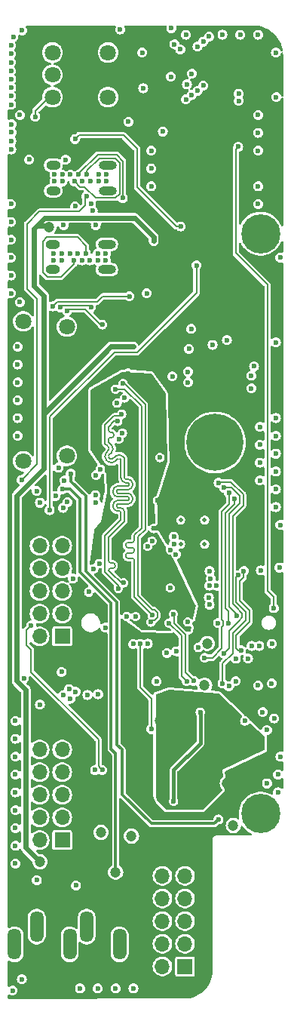
<source format=gbr>
%TF.GenerationSoftware,KiCad,Pcbnew,8.0.7*%
%TF.CreationDate,2025-01-04T21:32:03+01:00*%
%TF.ProjectId,tiliqua-motherboard,74696c69-7175-4612-9d6d-6f7468657262,rev?*%
%TF.SameCoordinates,Original*%
%TF.FileFunction,Copper,L4,Inr*%
%TF.FilePolarity,Positive*%
%FSLAX46Y46*%
G04 Gerber Fmt 4.6, Leading zero omitted, Abs format (unit mm)*
G04 Created by KiCad (PCBNEW 8.0.7) date 2025-01-04 21:32:03*
%MOMM*%
%LPD*%
G01*
G04 APERTURE LIST*
%TA.AperFunction,ComponentPad*%
%ADD10C,0.600000*%
%TD*%
%TA.AperFunction,ComponentPad*%
%ADD11O,1.600000X1.000000*%
%TD*%
%TA.AperFunction,ComponentPad*%
%ADD12O,2.000000X1.000000*%
%TD*%
%TA.AperFunction,ComponentPad*%
%ADD13R,1.700000X1.700000*%
%TD*%
%TA.AperFunction,ComponentPad*%
%ADD14O,1.700000X1.700000*%
%TD*%
%TA.AperFunction,ComponentPad*%
%ADD15C,1.800000*%
%TD*%
%TA.AperFunction,ComponentPad*%
%ADD16C,6.400000*%
%TD*%
%TA.AperFunction,HeatsinkPad*%
%ADD17C,0.500000*%
%TD*%
%TA.AperFunction,ComponentPad*%
%ADD18C,0.700000*%
%TD*%
%TA.AperFunction,ComponentPad*%
%ADD19C,4.400000*%
%TD*%
%TA.AperFunction,ComponentPad*%
%ADD20O,1.500000X3.500000*%
%TD*%
%TA.AperFunction,ViaPad*%
%ADD21C,0.600000*%
%TD*%
%TA.AperFunction,ViaPad*%
%ADD22C,1.200000*%
%TD*%
%TA.AperFunction,Conductor*%
%ADD23C,0.600000*%
%TD*%
%TA.AperFunction,Conductor*%
%ADD24C,0.400000*%
%TD*%
%TA.AperFunction,Conductor*%
%ADD25C,0.200000*%
%TD*%
%TA.AperFunction,Conductor*%
%ADD26C,0.300000*%
%TD*%
G04 APERTURE END LIST*
D10*
%TO.N,GND*%
%TO.C,J5*%
X5565000Y-17145000D03*
%TO.N,/rp2040_jtag/RP2040_USB_VBUS*%
X6465000Y-17145000D03*
%TO.N,Net-(J5-CC1)*%
X7365000Y-17145000D03*
%TO.N,/rp2040_jtag/RP2040_USB_D+*%
X8265000Y-17145000D03*
%TO.N,/rp2040_jtag/RP2040_USB_D-*%
X9165000Y-17145000D03*
%TO.N,/rp2040_jtag/RP2040_USB_VBUS*%
X10515000Y-17145000D03*
%TO.N,GND*%
X11415000Y-17145000D03*
X5565000Y-17895000D03*
%TO.N,/rp2040_jtag/RP2040_USB_VBUS*%
X6465000Y-17895000D03*
%TO.N,Net-(J5-CC2)*%
X9615000Y-17895000D03*
%TO.N,/rp2040_jtag/RP2040_USB_D+*%
X8715000Y-17895000D03*
%TO.N,/rp2040_jtag/RP2040_USB_D-*%
X7815000Y-17895000D03*
%TO.N,/rp2040_jtag/RP2040_USB_VBUS*%
X10515000Y-17895000D03*
%TO.N,GND*%
X11415000Y-17895000D03*
D11*
X5440000Y-18950000D03*
D12*
X11540000Y-18950000D03*
D11*
X5440000Y-16090000D03*
D12*
X11540000Y-16090000D03*
%TD*%
D13*
%TO.N,Net-(J6-Pin_1)*%
%TO.C,J6*%
X20230000Y-105980000D03*
D14*
X17690000Y-105980000D03*
%TO.N,GND*%
X20230000Y-103440000D03*
X17690000Y-103440000D03*
X20230000Y-100900000D03*
X17690000Y-100900000D03*
X20230000Y-98360000D03*
X17690000Y-98360000D03*
%TO.N,Net-(J6-Pin_10)*%
X20230000Y-95820000D03*
X17690000Y-95820000D03*
%TD*%
D15*
%TO.N,GND*%
%TO.C,J10*%
X2065000Y-33600000D03*
X6965000Y-34200000D03*
X6965000Y-48700000D03*
X2065000Y-49300000D03*
%TD*%
D16*
%TO.N,GND*%
%TO.C,H3*%
X23615000Y-47200000D03*
%TD*%
D10*
%TO.N,GND*%
%TO.C,J7*%
X5498750Y-26005000D03*
%TO.N,SC_USB0_VBUS*%
X6398750Y-26005000D03*
%TO.N,Net-(J7-CC1)*%
X7298750Y-26005000D03*
%TO.N,SC_USB0_D+*%
X8198750Y-26005000D03*
%TO.N,SC_USB0_D-*%
X9098750Y-26005000D03*
%TO.N,SC_USB0_VBUS*%
X10448750Y-26005000D03*
%TO.N,GND*%
X11348750Y-26005000D03*
X5498750Y-26755000D03*
%TO.N,SC_USB0_VBUS*%
X6398750Y-26755000D03*
%TO.N,Net-(J7-CC2)*%
X9548750Y-26755000D03*
%TO.N,SC_USB0_D+*%
X8648750Y-26755000D03*
%TO.N,SC_USB0_D-*%
X7748750Y-26755000D03*
%TO.N,SC_USB0_VBUS*%
X10448750Y-26755000D03*
%TO.N,GND*%
X11348750Y-26755000D03*
D11*
X5373750Y-27810000D03*
D12*
X11473750Y-27810000D03*
D11*
X5373750Y-24950000D03*
D12*
X11473750Y-24950000D03*
%TD*%
D17*
%TO.N,GND*%
%TO.C,U2*%
X19740000Y-58600000D03*
X22440000Y-58600000D03*
X19740000Y-55900000D03*
X22440000Y-55900000D03*
%TD*%
D13*
%TO.N,EX1_1*%
%TO.C,J3*%
X6440000Y-68950000D03*
D14*
%TO.N,EX1_2*%
X6440000Y-66410000D03*
%TO.N,EX1_3*%
X6440000Y-63870000D03*
%TO.N,Net-(J3-Pin_4)*%
X6440000Y-61330000D03*
%TO.N,GND*%
X6440000Y-58790000D03*
%TO.N,+3V3*%
X6440000Y-56250000D03*
%TO.N,EX1_7*%
X3900000Y-68950000D03*
%TO.N,EX1_8*%
X3900000Y-66410000D03*
%TO.N,EX1_9*%
X3900000Y-63870000D03*
%TO.N,Net-(J3-Pin_10)*%
X3900000Y-61330000D03*
%TO.N,GND*%
X3900000Y-58790000D03*
%TO.N,+3V3*%
X3900000Y-56250000D03*
%TD*%
D18*
%TO.N,GND*%
%TO.C,H1*%
X27082000Y-23758800D03*
X27565274Y-22592074D03*
X27565274Y-24925526D03*
X28732000Y-22108800D03*
D19*
X28732000Y-23758800D03*
D18*
X28732000Y-25408800D03*
X29898726Y-22592074D03*
X29898726Y-24925526D03*
X30382000Y-23758800D03*
%TD*%
D17*
%TO.N,GND*%
%TO.C,U10*%
X27190000Y-81150000D03*
X27940000Y-81150000D03*
X28690000Y-81150000D03*
X27190000Y-80450000D03*
X27940000Y-80450000D03*
X28690000Y-80450000D03*
%TD*%
D15*
%TO.N,Net-(R21-Pad2)*%
%TO.C,SW3*%
X5340000Y-3450000D03*
%TO.N,Net-(R14-Pad2)*%
X5340000Y-8450000D03*
%TO.N,GND*%
X5340000Y-5950000D03*
X11590000Y-3450000D03*
%TO.N,Net-(R13-Pad2)*%
X11590000Y-8450000D03*
%TD*%
D13*
%TO.N,EX2_1*%
%TO.C,J2*%
X6440000Y-91810000D03*
D14*
%TO.N,EX2_2*%
X6440000Y-89270000D03*
%TO.N,EX2_3*%
X6440000Y-86730000D03*
%TO.N,Net-(J2-Pin_4)*%
X6440000Y-84190000D03*
%TO.N,GND*%
X6440000Y-81650000D03*
%TO.N,+3V3*%
X6440000Y-79110000D03*
%TO.N,EX2_7*%
X3900000Y-91810000D03*
%TO.N,EX2_8*%
X3900000Y-89270000D03*
%TO.N,EX2_9*%
X3900000Y-86730000D03*
%TO.N,Net-(J2-Pin_10)*%
X3900000Y-84190000D03*
%TO.N,GND*%
X3900000Y-81650000D03*
%TO.N,+3V3*%
X3900000Y-79110000D03*
%TD*%
D18*
%TO.N,GND*%
%TO.C,H2*%
X27082000Y-88842074D03*
X27565274Y-87675348D03*
X27565274Y-90008800D03*
X28732000Y-87192074D03*
D19*
X28732000Y-88842074D03*
D18*
X28732000Y-90492074D03*
X29898726Y-87675348D03*
X29898726Y-90008800D03*
X30382000Y-88842074D03*
%TD*%
D20*
%TO.N,GND*%
%TO.C,J4*%
X1090000Y-103507736D03*
%TO.N,Net-(J4-PadS)*%
X9190000Y-101507736D03*
%TO.N,unconnected-(J4-PadSN)*%
X7290000Y-103507736D03*
%TO.N,Net-(D1-A)*%
X3590000Y-101507736D03*
%TO.N,unconnected-(J4-PadTN)*%
X12890000Y-103507736D03*
%TD*%
D21*
%TO.N,GND*%
X28440000Y-20450000D03*
X23940000Y-79950000D03*
X16840000Y-47850000D03*
X24440000Y-1450000D03*
X16440000Y-14450000D03*
X18690000Y-700000D03*
X28440000Y-10450000D03*
X17890000Y-60699999D03*
D22*
X17440000Y-78450000D03*
D21*
X1183657Y-94449999D03*
X19940000Y-84412500D03*
X23756961Y-85950000D03*
X1933657Y-949999D03*
X14440000Y-108450000D03*
X30433657Y-44449999D03*
X25440000Y-80950000D03*
X13815158Y-44465136D03*
X20933657Y-34449999D03*
X25169540Y-74553293D03*
X6590000Y-22800000D03*
X30433657Y-35949999D03*
X1183657Y-80449999D03*
X6378235Y-72938235D03*
X13933657Y-46476477D03*
X28440000Y-12450000D03*
X30933657Y-56449999D03*
X8440000Y-108450000D03*
X13933657Y-45449999D03*
X690000Y-20450000D03*
D22*
X22440000Y-74450000D03*
D21*
X1440000Y-42450000D03*
X12940000Y-850000D03*
X690000Y-28450000D03*
X16433657Y-60699999D03*
X10440000Y-108450000D03*
X14433657Y-49949999D03*
X16440000Y-18450000D03*
X22964998Y-63250002D03*
X14440000Y-40250000D03*
X940000Y-1699999D03*
X2146733Y-73625000D03*
X1183657Y-92449999D03*
X1183657Y-78449999D03*
X1440000Y-36450000D03*
X28740000Y-61550000D03*
X1440000Y-46450000D03*
X16863003Y-49528467D03*
X28440000Y-74450000D03*
X1183657Y-82449999D03*
X23726511Y-82924737D03*
X1183657Y-88449999D03*
X29975971Y-74217349D03*
X1183657Y-84449999D03*
X6683657Y-51449999D03*
X7340000Y-75950000D03*
X1690000Y-31450000D03*
X30433657Y-46449999D03*
X28640000Y-45449999D03*
X30683657Y-86449999D03*
X29986855Y-69766042D03*
D22*
X25654247Y-90171510D03*
D21*
X690000Y-26450000D03*
X14183657Y-47699999D03*
X21988362Y-84371891D03*
X30433657Y-48449999D03*
X30433657Y-50449999D03*
X1440000Y-44450000D03*
X28440000Y-18450000D03*
X15933657Y-59699999D03*
X30240000Y-78150000D03*
X28940000Y-77450000D03*
X30683657Y-84449999D03*
X20940000Y-79450000D03*
X17527956Y-67528773D03*
X20940000Y-84450000D03*
X6540000Y-75550000D03*
X26440000Y-1450000D03*
X690000Y-30450000D03*
X30465000Y-8450000D03*
X28640000Y-47449999D03*
X30433657Y-52449999D03*
X30433657Y-54449999D03*
X1440000Y-38450000D03*
X1183657Y-90449999D03*
D22*
X22750000Y-69740000D03*
D21*
X13840000Y-39450000D03*
X690000Y-24450000D03*
X28640000Y-49449999D03*
X28440000Y-14450000D03*
X1183657Y-86449999D03*
X690000Y-22450000D03*
X29440000Y-85450000D03*
X28440000Y-1450000D03*
X9440000Y-63950000D03*
X1440000Y-40450000D03*
X24933657Y-35699999D03*
X10212782Y-22800000D03*
X30933657Y-26449999D03*
X30440000Y-3450000D03*
X28640000Y-51449999D03*
X15933657Y-30449999D03*
X1683657Y-10449999D03*
D22*
X10790000Y-90950000D03*
D21*
X12440000Y-108450000D03*
X16440000Y-16450000D03*
D22*
X14219756Y-91350000D03*
D21*
X18440000Y-83450000D03*
X11440000Y-54450000D03*
%TO.N,+3V3*%
X18574281Y-63512070D03*
X9990000Y-65150000D03*
D22*
X27790000Y-16690000D03*
D21*
X11565000Y-33450000D03*
X22185887Y-61625745D03*
X16705127Y-56849999D03*
X9860233Y-10820232D03*
D22*
X27092867Y-85524340D03*
D21*
X29340000Y-66250000D03*
X10127879Y-64393492D03*
X14481809Y-75235000D03*
D22*
X24940000Y-85450000D03*
D21*
X17133657Y-53681349D03*
X29440000Y-64650000D03*
X15580000Y-27960000D03*
X28165000Y-43725000D03*
X28590000Y-54300000D03*
X14433657Y-83449999D03*
D22*
X25940000Y-84450000D03*
D21*
X28590001Y-64002182D03*
X6615000Y-108975000D03*
X3445735Y-20440000D03*
D22*
X28265000Y-4375000D03*
D21*
X18190000Y-24900000D03*
X10187351Y-52096169D03*
X26190000Y-56518666D03*
X9040000Y-2130000D03*
D22*
X14219756Y-79949998D03*
D21*
X14690000Y-12375000D03*
X22115000Y-51400000D03*
X5923866Y-13045686D03*
%TO.N,Net-(D1-A)*%
X3590000Y-96300000D03*
%TO.N,Net-(D1-K)*%
X7990000Y-96900000D03*
%TO.N,Net-(D5-K)*%
X22930000Y-1640000D03*
X732000Y-14320000D03*
%TO.N,Net-(D6-K)*%
X20340000Y-1450000D03*
X699500Y-2650000D03*
%TO.N,Net-(D7-K)*%
X17750000Y-12300000D03*
X867626Y-108695513D03*
X2733657Y-15449999D03*
%TO.N,Net-(R15-Pad1)*%
X30841970Y-61231722D03*
X30940000Y-82450000D03*
D22*
%TO.N,+5V*%
X3933657Y-94250000D03*
D21*
X16715000Y-24600000D03*
D22*
X4965000Y-23025000D03*
D21*
X14440000Y-36450000D03*
X21940000Y-77450000D03*
X18940000Y-87450000D03*
%TO.N,Net-(U2-GPIO22{slash}SPI0_SCK{slash}UART1_CTS{slash}I2C1_SDA{slash}PWM3_A{slash}CLOCK_GPIN1{slash}USB_VBUS_DET)*%
X7887249Y-13145306D03*
X19740000Y-22950000D03*
X17415000Y-48890000D03*
D22*
%TO.N,-12V*%
X12440000Y-95400000D03*
D21*
X6440000Y-52450000D03*
%TO.N,+12V*%
X7399998Y-50700000D03*
X23990000Y-89489496D03*
%TO.N,ENC_S*%
X18188322Y-70816957D03*
X15533657Y-7449999D03*
%TO.N,ENC_B*%
X13881675Y-11203769D03*
X23115000Y-62449999D03*
%TO.N,ENC_A*%
X15433657Y-3449999D03*
X22985886Y-61623320D03*
%TO.N,GPDI_HPD*%
X16047383Y-69776945D03*
X3567893Y-52647893D03*
%TO.N,SC_USB0_ID*%
X7890000Y-20700000D03*
X23765000Y-63249999D03*
%TO.N,FFC_SDIN1*%
X10175982Y-53096276D03*
%TO.N,FFC_BICK*%
X6524828Y-54524629D03*
%TO.N,FFC_LRCK*%
X7015000Y-53892383D03*
%TO.N,ECP5_M10_TDO*%
X25166726Y-52854313D03*
X22440000Y-71350000D03*
%TO.N,/rp2040_jtag/RP2040_USB_D+*%
X10240000Y-50850000D03*
X13243528Y-19775000D03*
%TO.N,FFC_SDOUT1*%
X10200001Y-53949998D03*
%TO.N,EX2_4*%
X22990000Y-65405072D03*
%TO.N,EX2_8*%
X25934832Y-73984400D03*
%TO.N,EX2_10*%
X22915205Y-64608574D03*
%TO.N,SC_USB0_VBUS*%
X27314999Y-71434400D03*
%TO.N,EX2_9*%
X25940000Y-71450000D03*
%TO.N,EX2_3*%
X23940000Y-67450000D03*
%TO.N,ECP5_R11_TDI*%
X25140000Y-67501472D03*
X25766726Y-53550000D03*
%TO.N,ECP5_T10_TCK*%
X24615000Y-52275000D03*
X26042373Y-66600510D03*
%TO.N,EX1_9*%
X20540000Y-67335785D03*
%TO.N,ECP5_T11_TMS*%
X24015000Y-51725000D03*
X24633139Y-70859869D03*
%TO.N,/rp2040_jtag/RP2040_USB_D-*%
X10733621Y-50188291D03*
X6830000Y-15468981D03*
%TO.N,EX1_4*%
X19265735Y-70624265D03*
X7655917Y-62449999D03*
%TO.N,PLL_CLK1*%
X18933657Y-66449999D03*
X21228961Y-73935649D03*
%TO.N,RP2040_UART0_TX*%
X26190000Y-62100000D03*
X24440000Y-74225000D03*
%TO.N,Net-(D8-K)*%
X20340000Y-8700000D03*
X714500Y-6440000D03*
%TO.N,Net-(D9-K)*%
X732000Y-13370000D03*
X22290000Y-2220000D03*
%TO.N,Net-(D10-K)*%
X19700000Y-3090000D03*
X699500Y-3575000D03*
%TO.N,Net-(D11-K)*%
X21510003Y-27320000D03*
X20455144Y-7017180D03*
X5030000Y-54790000D03*
X1910007Y-107415846D03*
%TO.N,Net-(D12-K)*%
X714500Y-7390000D03*
X20973715Y-8211728D03*
%TO.N,Net-(D13-K)*%
X21640000Y-2780000D03*
X760000Y-12410000D03*
%TO.N,Net-(D14-K)*%
X19030000Y-2520000D03*
X699500Y-4550000D03*
%TO.N,Net-(U12-~{CS})*%
X20565000Y-40450000D03*
X19211908Y-59750536D03*
X20683657Y-36699999D03*
%TO.N,Net-(U12-DO(IO1))*%
X20565000Y-39250000D03*
X18587838Y-59250000D03*
%TO.N,Net-(U12-CLK)*%
X23333657Y-36249999D03*
X27683657Y-39699999D03*
X16540947Y-58247196D03*
%TO.N,Net-(U12-DI(IO0))*%
X27690000Y-41125000D03*
X18990000Y-58558430D03*
%TO.N,Net-(U12-IO3)*%
X18989998Y-57758428D03*
X27990000Y-38650000D03*
%TO.N,Net-(D16-K)*%
X714500Y-8340000D03*
X21640000Y-7740000D03*
%TO.N,Net-(D17-K)*%
X760000Y-11490000D03*
X20990000Y-5830000D03*
%TO.N,Net-(D18-K)*%
X699500Y-5500000D03*
X18640000Y-6150000D03*
%TO.N,Net-(D20-K)*%
X714500Y-9290000D03*
X22290000Y-7150000D03*
%TO.N,SC_USB0_D+*%
X28565000Y-70025000D03*
%TO.N,SC_USB0_D-*%
X27715000Y-70025000D03*
%TO.N,Net-(U12-IO2)*%
X18815000Y-39775000D03*
X16026528Y-58859876D03*
%TO.N,Net-(R14-Pad2)*%
X3415784Y-10645686D03*
%TO.N,MOBO_LED_OE*%
X26215000Y-14000000D03*
X30201507Y-65779648D03*
%TO.N,FFC_PDN_D*%
X9271915Y-75538257D03*
%TO.N,GPDI_D1+*%
X13340521Y-62949479D03*
X12683657Y-44824999D03*
%TO.N,GPDI_CK+*%
X12433657Y-41199999D03*
X16540266Y-66558879D03*
%TO.N,GPDI_D2+*%
X10591413Y-60758745D03*
X12794344Y-46824998D03*
%TO.N,GPDI_D0-*%
X14683657Y-66717326D03*
X13433657Y-42204956D03*
%TO.N,GPDI_CK-*%
X16408628Y-67347977D03*
X13267274Y-40599999D03*
%TO.N,GPDI_D2-*%
X13207802Y-46140121D03*
X9990371Y-61359787D03*
%TO.N,GPDI_D1-*%
X12739479Y-63550521D03*
X13124166Y-44019877D03*
%TO.N,GPDI_D0+*%
X13683657Y-66699999D03*
X12602202Y-42786099D03*
%TO.N,USB_VBUS_EN*%
X13990000Y-30790000D03*
X5390000Y-31925000D03*
X21744328Y-70185673D03*
%TO.N,MOBO_I2C_SCL*%
X5683657Y-53199999D03*
X14410000Y-69810000D03*
X6976137Y-32425000D03*
X10933657Y-83949999D03*
X9665000Y-20375000D03*
X10940000Y-33950000D03*
X26260000Y-8054634D03*
X2953482Y-67718389D03*
%TO.N,RP2040_UART0_RX*%
X26515000Y-70500000D03*
X26826347Y-61615164D03*
%TO.N,USB_INT*%
X9150000Y-19560000D03*
X17029279Y-73991289D03*
X3940000Y-76600000D03*
X1890000Y-51400000D03*
%TO.N,FFC_PDN_CLK*%
X11290000Y-67970000D03*
%TO.N,MOBO_I2C_SDA*%
X3933657Y-53949999D03*
X9665000Y-32025000D03*
X10133654Y-83949999D03*
X15209694Y-69787786D03*
X6185202Y-32025000D03*
X9871131Y-21200000D03*
X6033035Y-50030743D03*
X26260000Y-8863520D03*
X16457467Y-79349998D03*
%TO.N,Net-(U10-EN)*%
X29440000Y-79450000D03*
X26940000Y-78450000D03*
%TO.N,PLL_CLK0*%
X20428324Y-73984400D03*
X18433657Y-67449999D03*
%TO.N,Net-(J8-G8)*%
X10471370Y-75450000D03*
%TO.N,Net-(J8-G7{slash}BUS7)*%
X7931604Y-75172976D03*
%TO.N,Net-(J8-G6{slash}BUS6)*%
X7203040Y-74842523D03*
%TD*%
D23*
%TO.N,+3V3*%
X17933657Y-88949999D02*
X22433657Y-88949999D01*
X14219756Y-79949998D02*
X14219756Y-85236098D01*
X14219756Y-85236098D02*
X17933657Y-88949999D01*
X24940000Y-86443656D02*
X24940000Y-85450000D01*
X22433657Y-88949999D02*
X24940000Y-86443656D01*
%TO.N,+5V*%
X4390000Y-30725000D02*
X3265000Y-29600000D01*
D24*
X18940000Y-83943656D02*
X21940000Y-80943656D01*
D23*
X4390000Y-44000000D02*
X4390000Y-44450000D01*
X1346733Y-53153267D02*
X4390000Y-50110000D01*
X2356426Y-74966064D02*
X1346733Y-73956371D01*
X4490000Y-22000000D02*
X3615000Y-22875000D01*
X3933657Y-94250000D02*
X2356426Y-92672769D01*
X14590000Y-22000000D02*
X4490000Y-22000000D01*
X3265000Y-23225000D02*
X3615000Y-22875000D01*
X11940000Y-36450000D02*
X4390000Y-44000000D01*
X4390000Y-50110000D02*
X4390000Y-30725000D01*
X1346733Y-73956371D02*
X1346733Y-53153267D01*
X4815000Y-22875000D02*
X4965000Y-23025000D01*
D24*
X21940000Y-80943656D02*
X21940000Y-77450000D01*
D23*
X16715000Y-24125000D02*
X14590000Y-22000000D01*
X3265000Y-29600000D02*
X3265000Y-23225000D01*
X14440000Y-36450000D02*
X11940000Y-36450000D01*
D24*
X18940000Y-87450000D02*
X18940000Y-83943656D01*
D23*
X2356426Y-92672769D02*
X2356426Y-74966064D01*
X3615000Y-22875000D02*
X4815000Y-22875000D01*
X16715000Y-24600000D02*
X16715000Y-24125000D01*
D25*
%TO.N,Net-(U2-GPIO22{slash}SPI0_SCK{slash}UART1_CTS{slash}I2C1_SDA{slash}PWM3_A{slash}CLOCK_GPIN1{slash}USB_VBUS_DET)*%
X7887249Y-13145306D02*
X8332555Y-12700000D01*
X14870000Y-14270000D02*
X14870000Y-18580000D01*
X8332555Y-12700000D02*
X13300000Y-12700000D01*
X14870000Y-18580000D02*
X19240000Y-22950000D01*
X19240000Y-22950000D02*
X19740000Y-22950000D01*
X13300000Y-12700000D02*
X14870000Y-14270000D01*
D26*
%TO.N,-12V*%
X11940000Y-81585943D02*
X12433657Y-82079600D01*
X11940000Y-65206342D02*
X11940000Y-81585943D01*
X8440000Y-61706342D02*
X11940000Y-65206342D01*
X7340000Y-52450000D02*
X8440000Y-53550000D01*
X6440000Y-52450000D02*
X7340000Y-52450000D01*
X12433657Y-82079600D02*
X12433657Y-95393657D01*
X8440000Y-53550000D02*
X8440000Y-61706342D01*
X12433657Y-95393657D02*
X12440000Y-95400000D01*
%TO.N,+12V*%
X7399998Y-51540510D02*
X7399998Y-50700000D01*
X23523177Y-89956319D02*
X19439977Y-89956319D01*
X19433657Y-89949999D02*
X16433657Y-89949999D01*
X13150722Y-81667064D02*
X12584852Y-81101194D01*
X16433657Y-89949999D02*
X13150722Y-86667064D01*
X12584852Y-81101194D02*
X12584852Y-65144088D01*
X23990000Y-89489496D02*
X23523177Y-89956319D01*
X9066644Y-53207156D02*
X7399998Y-51540510D01*
X19439977Y-89956319D02*
X19433657Y-89949999D01*
X12584852Y-65144088D02*
X9066644Y-61625880D01*
X9066644Y-61625880D02*
X9066644Y-53207156D01*
X13150722Y-86667064D02*
X13150722Y-81667064D01*
D25*
%TO.N,ECP5_M10_TDO*%
X24365000Y-70279479D02*
X24365000Y-67873529D01*
X24365000Y-67026471D02*
X24365000Y-54934314D01*
X23294479Y-71350000D02*
X24365000Y-70279479D01*
X24540000Y-67201471D02*
X24365000Y-67026471D01*
X22440000Y-71350000D02*
X23294479Y-71350000D01*
X24540000Y-67698529D02*
X24540000Y-67201471D01*
X24365000Y-67873529D02*
X24540000Y-67698529D01*
X25166726Y-54132588D02*
X25166726Y-52854313D01*
X24365000Y-54934314D02*
X25166726Y-54132588D01*
%TO.N,/rp2040_jtag/RP2040_USB_D+*%
X13280000Y-15632943D02*
X13280000Y-19738528D01*
X13280000Y-19738528D02*
X13243528Y-19775000D01*
X10430050Y-14890000D02*
X12537057Y-14890000D01*
X8265000Y-17055050D02*
X10430050Y-14890000D01*
X8265000Y-17145000D02*
X8265000Y-17055050D01*
X12537057Y-14890000D02*
X13280000Y-15632943D01*
%TO.N,ECP5_R11_TDI*%
X25140000Y-66131372D02*
X24765000Y-65756372D01*
X25140000Y-67501472D02*
X25140000Y-66131372D01*
X24765000Y-65756372D02*
X24765000Y-55100000D01*
X25766726Y-54098274D02*
X25766726Y-53550000D01*
X24765000Y-55100000D02*
X25766726Y-54098274D01*
%TO.N,ECP5_T10_TCK*%
X26042373Y-66468059D02*
X25190000Y-65615686D01*
X25190000Y-55240686D02*
X26366726Y-54063960D01*
X26366726Y-54063960D02*
X26366726Y-53205784D01*
X25415255Y-52254313D02*
X24635687Y-52254313D01*
X26042373Y-66600510D02*
X26042373Y-66468059D01*
X25190000Y-65615686D02*
X25190000Y-55240686D01*
X26366726Y-53205784D02*
X25415255Y-52254313D01*
X24635687Y-52254313D02*
X24615000Y-52275000D01*
%TO.N,ECP5_T11_TMS*%
X25401628Y-51675000D02*
X24065000Y-51675000D01*
X26766726Y-54273274D02*
X26766726Y-53040098D01*
X24633139Y-70859869D02*
X25181344Y-70311664D01*
X25181344Y-68308656D02*
X26289490Y-67200510D01*
X25590000Y-65299609D02*
X25590000Y-55450000D01*
X26642373Y-66351982D02*
X25915392Y-65625000D01*
X26766726Y-53040098D02*
X25401628Y-51675000D01*
X25590000Y-55450000D02*
X26766726Y-54273274D01*
X26289490Y-67200510D02*
X26290902Y-67200510D01*
X26290902Y-67200510D02*
X26642373Y-66849039D01*
X25181344Y-70311664D02*
X25181344Y-68308656D01*
X25915392Y-65625000D02*
X25590000Y-65299609D01*
X24065000Y-51675000D02*
X24015000Y-51725000D01*
X26642373Y-66849039D02*
X26642373Y-66351982D01*
%TO.N,/rp2040_jtag/RP2040_USB_D-*%
X8958529Y-18520000D02*
X8440000Y-18520000D01*
X12880000Y-19290000D02*
X12420000Y-19750000D01*
X9165000Y-17145000D02*
X9165000Y-16720736D01*
X12371371Y-15290000D02*
X12880000Y-15798629D01*
X10595736Y-15290000D02*
X12371371Y-15290000D01*
X12420000Y-19750000D02*
X10188529Y-19750000D01*
X10188529Y-19750000D02*
X8958529Y-18520000D01*
X8440000Y-18520000D02*
X7815000Y-17895000D01*
X12880000Y-15798629D02*
X12880000Y-19290000D01*
X9165000Y-16720736D02*
X10595736Y-15290000D01*
%TO.N,PLL_CLK1*%
X20277304Y-68727960D02*
X19033657Y-67484313D01*
X20277304Y-72983992D02*
X20277304Y-68727960D01*
X19033657Y-67484313D02*
X19033657Y-66549999D01*
X19033657Y-66549999D02*
X18933657Y-66449999D01*
X21228961Y-73935649D02*
X20277304Y-72983992D01*
%TO.N,RP2040_UART0_TX*%
X25990000Y-62300000D02*
X25990000Y-65133923D01*
X25581344Y-68575000D02*
X25581344Y-70838686D01*
X26190000Y-62100000D02*
X25990000Y-62300000D01*
X27042373Y-66186296D02*
X27042373Y-67113971D01*
X27042373Y-67113971D02*
X25581344Y-68575000D01*
X25990000Y-65133923D02*
X27042373Y-66186296D01*
X24440000Y-71980030D02*
X24440000Y-74225000D01*
X25581344Y-70838686D02*
X24440000Y-71980030D01*
%TO.N,Net-(D11-K)*%
X14869899Y-37050000D02*
X12295686Y-37050000D01*
X5030000Y-44315686D02*
X5030000Y-54790000D01*
X21510003Y-27320000D02*
X21510003Y-30409896D01*
X21510003Y-30409896D02*
X14869899Y-37050000D01*
X12295686Y-37050000D02*
X5030000Y-44315686D01*
%TO.N,SC_USB0_D-*%
X4273750Y-24618629D02*
X4742379Y-24150000D01*
X4273750Y-28141371D02*
X4273750Y-24618629D01*
X4742379Y-24150000D02*
X8133658Y-24150000D01*
X7748750Y-26755000D02*
X7748750Y-27179264D01*
X9098750Y-25115092D02*
X9098750Y-26005000D01*
X8133658Y-24150000D02*
X9098750Y-25115092D01*
X6298014Y-28630000D02*
X4762379Y-28630000D01*
X7748750Y-27179264D02*
X6298014Y-28630000D01*
X4762379Y-28630000D02*
X4273750Y-28141371D01*
%TO.N,Net-(R14-Pad2)*%
X3415784Y-10645686D02*
X3415784Y-9974216D01*
X3415784Y-9974216D02*
X4940000Y-8450000D01*
%TO.N,MOBO_LED_OE*%
X25933657Y-25943657D02*
X25933657Y-14281343D01*
X29487427Y-63848898D02*
X29487427Y-29497427D01*
X30201507Y-65779648D02*
X30201507Y-64562978D01*
X25933657Y-14281343D02*
X26215000Y-14000000D01*
X30201507Y-64562978D02*
X29487427Y-63848898D01*
X29487427Y-29497427D02*
X25933657Y-25943657D01*
%TO.N,GPDI_D1+*%
X11665000Y-57825000D02*
X11665000Y-59703974D01*
X11665000Y-60356801D02*
X11665000Y-59703974D01*
X11686416Y-48604043D02*
X11969257Y-48321199D01*
X11640000Y-47007509D02*
X11640000Y-47143414D01*
X12393523Y-48745465D02*
X12110681Y-49028308D01*
X12007162Y-61898963D02*
X11665000Y-61556801D01*
X11665000Y-60476801D02*
X11665000Y-60356801D01*
X14340000Y-53419740D02*
X14340000Y-53579740D01*
X13440000Y-56050000D02*
X11665000Y-57825000D01*
X13820000Y-52499740D02*
X13560000Y-52499740D01*
X13057678Y-62949479D02*
X12007162Y-61898963D01*
X12540000Y-54219740D02*
X12540000Y-54379740D01*
X13820000Y-54099740D02*
X13440000Y-54099740D01*
X13242052Y-48745466D02*
X13440000Y-48943414D01*
X13440000Y-48943414D02*
X13440000Y-51179740D01*
X13340521Y-62949479D02*
X13057678Y-62949479D01*
X11827838Y-47331253D02*
X11640000Y-47143414D01*
X11827837Y-49028307D02*
X11686415Y-48886885D01*
X13440000Y-55019740D02*
X13440000Y-55179740D01*
X11640000Y-46887509D02*
X11640000Y-47007509D01*
X11905000Y-61316801D02*
X12135472Y-61316801D01*
X12540000Y-52619740D02*
X12540000Y-52779740D01*
X11880000Y-46047509D02*
X11990234Y-46047509D01*
X11640000Y-45450000D02*
X11640000Y-45807509D01*
X12230234Y-46287509D02*
X12230234Y-46407509D01*
X14340000Y-51819740D02*
X14340000Y-51979740D01*
X12660000Y-52899740D02*
X13040000Y-52899740D01*
X12375472Y-61076801D02*
X12375472Y-60956801D01*
X13440000Y-55179740D02*
X13440000Y-56050000D01*
X12135472Y-60716801D02*
X11905000Y-60716801D01*
X12660000Y-54499740D02*
X12920000Y-54499740D01*
X11990234Y-46647509D02*
X11880000Y-46647509D01*
X12265001Y-44824999D02*
X11640000Y-45450000D01*
X13560000Y-51299740D02*
X13820000Y-51299740D01*
X12683657Y-44824999D02*
X12265001Y-44824999D01*
X11969257Y-47472671D02*
X11827838Y-47331253D01*
X13242052Y-48745466D02*
X13242051Y-48745465D01*
X13560000Y-52499740D02*
X12660000Y-52499740D01*
X13440000Y-54099740D02*
X12660000Y-54099740D01*
X13040000Y-52899740D02*
X13820000Y-52899740D01*
X11969257Y-48321199D02*
G75*
G03*
X11969252Y-47472676I-424267J424259D01*
G01*
X11880000Y-46647509D02*
G75*
G03*
X11640009Y-46887509I0J-239991D01*
G01*
X12660000Y-54099740D02*
G75*
G03*
X12540040Y-54219740I0J-119960D01*
G01*
X13820000Y-52899740D02*
G75*
G02*
X14339960Y-53419740I0J-519960D01*
G01*
X11665000Y-61556801D02*
G75*
G02*
X11905000Y-61316800I240000J1D01*
G01*
X12920000Y-54499740D02*
G75*
G02*
X13439960Y-55019740I0J-519960D01*
G01*
X11686415Y-48886885D02*
G75*
G02*
X11686451Y-48604079I141385J141385D01*
G01*
X12375472Y-60956801D02*
G75*
G03*
X12135472Y-60716828I-239972J1D01*
G01*
X13820000Y-51299740D02*
G75*
G02*
X14339960Y-51819740I0J-519960D01*
G01*
X13440000Y-51179740D02*
G75*
G03*
X13560000Y-51299700I120000J40D01*
G01*
X12540000Y-54379740D02*
G75*
G03*
X12660000Y-54499700I120000J40D01*
G01*
X14340000Y-51979740D02*
G75*
G02*
X13820000Y-52499740I-520000J0D01*
G01*
X11640000Y-45807509D02*
G75*
G03*
X11880000Y-46047500I240000J9D01*
G01*
X12135472Y-61316801D02*
G75*
G03*
X12375501Y-61076801I28J240001D01*
G01*
X13242051Y-48745465D02*
G75*
G03*
X12393523Y-48745465I-424264J-424264D01*
G01*
X11990234Y-46047509D02*
G75*
G02*
X12230191Y-46287509I-34J-239991D01*
G01*
X12540000Y-52779740D02*
G75*
G03*
X12660000Y-52899700I120000J40D01*
G01*
X11905000Y-60716801D02*
G75*
G02*
X11664999Y-60476801I0J240001D01*
G01*
X12110681Y-49028308D02*
G75*
G02*
X11827878Y-49028267I-141381J141408D01*
G01*
X12660000Y-52499740D02*
G75*
G03*
X12540040Y-52619740I0J-119960D01*
G01*
X14340000Y-53579740D02*
G75*
G02*
X13820000Y-54099740I-520000J0D01*
G01*
X12230234Y-46407509D02*
G75*
G02*
X11990234Y-46647534I-240034J9D01*
G01*
%TO.N,GPDI_CK+*%
X14533657Y-62728213D02*
X14533657Y-64531207D01*
X13584220Y-58635937D02*
X13584220Y-58755937D01*
X14533657Y-59235937D02*
X14533657Y-59355937D01*
X15365811Y-56785531D02*
X14533657Y-57617685D01*
X13824220Y-58995937D02*
X14293657Y-58995937D01*
X13584220Y-59835937D02*
X13584220Y-59955937D01*
X14293657Y-58395937D02*
X13824220Y-58395937D01*
X14533657Y-60555937D02*
X14533657Y-62728213D01*
X14533657Y-57617685D02*
X14533657Y-58155937D01*
X14533657Y-64531207D02*
X16561329Y-66558879D01*
X13433657Y-41199999D02*
X15365811Y-43132153D01*
X15365811Y-43132153D02*
X15365811Y-56785531D01*
X14533657Y-60435937D02*
X14533657Y-60555937D01*
X12433657Y-41199999D02*
X13433657Y-41199999D01*
X16561329Y-66558879D02*
X16540266Y-66558879D01*
X13824220Y-60195937D02*
X14293657Y-60195937D01*
X14293657Y-59595937D02*
X13824220Y-59595937D01*
X13824220Y-59595937D02*
G75*
G03*
X13584237Y-59835937I-20J-239963D01*
G01*
X13824220Y-58395937D02*
G75*
G03*
X13584237Y-58635937I-20J-239963D01*
G01*
X14533657Y-58155937D02*
G75*
G02*
X14293657Y-58395857I-239957J37D01*
G01*
X13584220Y-59955937D02*
G75*
G03*
X13824220Y-60195880I239980J37D01*
G01*
X14533657Y-59355937D02*
G75*
G02*
X14293657Y-59595857I-239957J37D01*
G01*
X13584220Y-58755937D02*
G75*
G03*
X13824220Y-58995880I239980J37D01*
G01*
X14293657Y-60195937D02*
G75*
G02*
X14533663Y-60435937I43J-239963D01*
G01*
X14293657Y-58995937D02*
G75*
G02*
X14533663Y-59235937I43J-239963D01*
G01*
%TO.N,GPDI_CK-*%
X14933657Y-62002167D02*
X14933657Y-57783371D01*
X16788795Y-65958879D02*
X17107237Y-66277321D01*
X16527015Y-65958879D02*
X16788795Y-65958879D01*
X13399343Y-40599999D02*
X13267274Y-40599999D01*
X14933657Y-57783371D02*
X15765811Y-56951217D01*
X17107237Y-66277321D02*
X17140266Y-66310350D01*
X15765811Y-42966467D02*
X13399343Y-40599999D01*
X16597726Y-67158879D02*
X16408628Y-67347977D01*
X15765811Y-50367177D02*
X15765811Y-49433027D01*
X15765811Y-49433027D02*
X15765811Y-42966467D01*
X16788795Y-67158879D02*
X16597726Y-67158879D01*
X14933657Y-64365521D02*
X16527015Y-65958879D01*
X14933657Y-62002167D02*
X14933657Y-64365521D01*
X15765811Y-56951217D02*
X15765811Y-50367177D01*
X17140266Y-66310350D02*
X17140266Y-66807408D01*
X17140266Y-66807408D02*
X16788795Y-67158879D01*
%TO.N,GPDI_D1-*%
X12660000Y-53299740D02*
X13040000Y-53299740D01*
X12660000Y-54899740D02*
X12920000Y-54899740D01*
X13440000Y-53699740D02*
X12660000Y-53699740D01*
X13820000Y-53699740D02*
X13440000Y-53699740D01*
X13940000Y-51819740D02*
X13940000Y-51979740D01*
X12140000Y-52619740D02*
X12140000Y-52779740D01*
X11686414Y-47755514D02*
X11544996Y-47614095D01*
X12676366Y-49028309D02*
X12393522Y-49311150D01*
X11403572Y-48321200D02*
X11686415Y-48038358D01*
X13040000Y-55019740D02*
X13040000Y-55179740D01*
X12265001Y-44224999D02*
X12919044Y-44224999D01*
X12739479Y-63267678D02*
X12739479Y-63550521D01*
X13560000Y-51699740D02*
X13820000Y-51699740D01*
X13820000Y-52099740D02*
X13560000Y-52099740D01*
X11544994Y-49311150D02*
X11403572Y-49169728D01*
X11215000Y-61743199D02*
X12739479Y-63267678D01*
X11240000Y-47283174D02*
X11240000Y-45250000D01*
X11240000Y-47309100D02*
X11240000Y-47283174D01*
X13040000Y-49109100D02*
X13040000Y-51179740D01*
X13040000Y-53299740D02*
X13820000Y-53299740D01*
X12140000Y-54219740D02*
X12140000Y-54379740D01*
X13040000Y-55850000D02*
X11215000Y-57675000D01*
X11215000Y-59703974D02*
X11215000Y-61743199D01*
X12919044Y-44224999D02*
X13124166Y-44019877D01*
X13940000Y-53419740D02*
X13940000Y-53579740D01*
X12959209Y-49028309D02*
X12959208Y-49028308D01*
X12959209Y-49028309D02*
X13040000Y-49109100D01*
X11240000Y-45250000D02*
X12265001Y-44224999D01*
X13560000Y-52099740D02*
X12660000Y-52099740D01*
X11215000Y-57675000D02*
X11215000Y-59703974D01*
X13040000Y-55179740D02*
X13040000Y-55850000D01*
X11544996Y-47614095D02*
X11240000Y-47309100D01*
X13820000Y-53299740D02*
G75*
G02*
X13939960Y-53419740I0J-119960D01*
G01*
X12660000Y-53699740D02*
G75*
G03*
X12140040Y-54219740I0J-519960D01*
G01*
X12140000Y-54379740D02*
G75*
G03*
X12660000Y-54899740I520000J0D01*
G01*
X12140000Y-52779740D02*
G75*
G03*
X12660000Y-53299740I520000J0D01*
G01*
X12660000Y-52099740D02*
G75*
G03*
X12140040Y-52619740I0J-519960D01*
G01*
X13940000Y-51979740D02*
G75*
G02*
X13820000Y-52099700I-120000J40D01*
G01*
X13820000Y-51699740D02*
G75*
G02*
X13939960Y-51819740I0J-119960D01*
G01*
X12393522Y-49311150D02*
G75*
G02*
X11544994Y-49311150I-424264J424264D01*
G01*
X11403572Y-49169728D02*
G75*
G02*
X11403568Y-48321196I424268J424268D01*
G01*
X11686415Y-48038358D02*
G75*
G03*
X11686451Y-47755478I-141415J141458D01*
G01*
X12920000Y-54899740D02*
G75*
G02*
X13039960Y-55019740I0J-119960D01*
G01*
X13940000Y-53579740D02*
G75*
G02*
X13820000Y-53699700I-120000J40D01*
G01*
X12959208Y-49028308D02*
G75*
G03*
X12676379Y-49028321I-141408J-141392D01*
G01*
X13040000Y-51179740D02*
G75*
G03*
X13560000Y-51699740I520000J0D01*
G01*
%TO.N,USB_VBUS_EN*%
X11000000Y-30790000D02*
X13990000Y-30790000D01*
X5890000Y-31425000D02*
X10365000Y-31425000D01*
X5390000Y-31925000D02*
X5890000Y-31425000D01*
X10365000Y-31425000D02*
X11000000Y-30790000D01*
%TO.N,MOBO_I2C_SCL*%
X10733654Y-83701470D02*
X10533654Y-83501470D01*
X2433657Y-69949999D02*
X2433657Y-68238214D01*
X10533654Y-83501470D02*
X10533654Y-80549996D01*
X7176137Y-32225000D02*
X6976137Y-32425000D01*
X10533654Y-80549996D02*
X2933657Y-72949999D01*
X10733654Y-83749996D02*
X10733654Y-83701470D01*
X10741471Y-33950000D02*
X9016471Y-32225000D01*
X2933657Y-70449999D02*
X2433657Y-69949999D01*
X2433657Y-68238214D02*
X2953482Y-67718389D01*
X2933657Y-72949999D02*
X2933657Y-70449999D01*
X10933657Y-83949999D02*
X10733654Y-83749996D01*
X10940000Y-33950000D02*
X10741471Y-33950000D01*
X9016471Y-32225000D02*
X7176137Y-32225000D01*
%TO.N,RP2040_UART0_RX*%
X27442373Y-66020610D02*
X27442373Y-67338971D01*
X26390000Y-62748529D02*
X26390000Y-64968237D01*
X25981344Y-70266344D02*
X26215000Y-70500000D01*
X25981344Y-68800000D02*
X25981344Y-70266344D01*
X26826347Y-61615164D02*
X26790000Y-61651511D01*
X26215000Y-70500000D02*
X26515000Y-70500000D01*
X26390000Y-64968237D02*
X27442373Y-66020610D01*
X26790000Y-62348529D02*
X26390000Y-62748529D01*
X26790000Y-61651511D02*
X26790000Y-62348529D01*
X27442373Y-67338971D02*
X25981344Y-68800000D01*
%TO.N,USB_INT*%
X9060000Y-20600000D02*
X8360000Y-21300000D01*
X2480000Y-29940000D02*
X3630000Y-31090000D01*
X9150000Y-19560000D02*
X9060000Y-19650000D01*
X2480000Y-22700000D02*
X2480000Y-29940000D01*
X3880000Y-21300000D02*
X2480000Y-22700000D01*
X3630000Y-49660000D02*
X1890000Y-51400000D01*
X9060000Y-19650000D02*
X9060000Y-20600000D01*
X8360000Y-21300000D02*
X3880000Y-21300000D01*
X3630000Y-31090000D02*
X3630000Y-49660000D01*
%TO.N,MOBO_I2C_SDA*%
X6185202Y-32025000D02*
X6385202Y-31825000D01*
X16457467Y-79349998D02*
X16457467Y-75921735D01*
X6385202Y-31825000D02*
X9465000Y-31825000D01*
X16457467Y-75921735D02*
X15209694Y-74673962D01*
X15209694Y-74673962D02*
X15209694Y-69787786D01*
X9465000Y-31825000D02*
X9665000Y-32025000D01*
%TO.N,PLL_CLK0*%
X19865735Y-73421811D02*
X19865735Y-68882077D01*
X20428324Y-73984400D02*
X19865735Y-73421811D01*
X19865735Y-68882077D02*
X18433657Y-67449999D01*
%TD*%
%TA.AperFunction,Conductor*%
%TO.N,GND*%
G36*
X16381770Y-39446360D02*
G01*
X16447450Y-39470189D01*
X16474317Y-39497186D01*
X17982705Y-41571220D01*
X18017339Y-41618841D01*
X18040850Y-41684636D01*
X18041013Y-41688512D01*
X18239470Y-49229882D01*
X18234141Y-49269248D01*
X17069625Y-53095511D01*
X17031274Y-53153915D01*
X16998450Y-53173968D01*
X16871161Y-53226693D01*
X16762432Y-53310124D01*
X16679000Y-53418854D01*
X16626556Y-53545467D01*
X16626555Y-53545471D01*
X16608666Y-53681348D01*
X16608666Y-53681349D01*
X16626555Y-53817226D01*
X16626556Y-53817230D01*
X16679000Y-53943843D01*
X16679001Y-53943845D01*
X16762430Y-54052573D01*
X16801763Y-54082754D01*
X16842965Y-54139182D01*
X16850216Y-54177260D01*
X16913589Y-56207196D01*
X16896006Y-56274817D01*
X16844655Y-56322197D01*
X16775840Y-56334294D01*
X16773464Y-56334004D01*
X16705129Y-56325008D01*
X16705126Y-56325008D01*
X16569249Y-56342897D01*
X16569245Y-56342898D01*
X16442632Y-56395342D01*
X16333903Y-56478772D01*
X16323484Y-56492349D01*
X16308685Y-56511637D01*
X16252259Y-56552838D01*
X16182513Y-56556993D01*
X16121592Y-56522780D01*
X16088840Y-56461063D01*
X16086311Y-56436149D01*
X16086311Y-48890000D01*
X16890009Y-48890000D01*
X16903911Y-48995598D01*
X16907898Y-49025877D01*
X16907899Y-49025881D01*
X16960342Y-49152493D01*
X16960343Y-49152495D01*
X16960344Y-49152496D01*
X17043775Y-49261225D01*
X17152504Y-49344656D01*
X17279122Y-49397102D01*
X17399191Y-49412909D01*
X17414999Y-49414991D01*
X17415000Y-49414991D01*
X17415001Y-49414991D01*
X17429161Y-49413126D01*
X17550878Y-49397102D01*
X17677496Y-49344656D01*
X17786225Y-49261225D01*
X17869656Y-49152496D01*
X17922102Y-49025878D01*
X17939991Y-48890000D01*
X17922102Y-48754122D01*
X17869656Y-48627505D01*
X17809167Y-48548674D01*
X17786226Y-48518776D01*
X17741802Y-48484688D01*
X17677496Y-48435344D01*
X17677495Y-48435343D01*
X17677493Y-48435342D01*
X17550881Y-48382899D01*
X17550879Y-48382898D01*
X17550878Y-48382898D01*
X17482939Y-48373953D01*
X17415001Y-48365009D01*
X17414999Y-48365009D01*
X17279122Y-48382898D01*
X17279118Y-48382899D01*
X17152505Y-48435343D01*
X17043775Y-48518775D01*
X16960343Y-48627505D01*
X16907899Y-48754118D01*
X16907898Y-48754122D01*
X16899264Y-48819706D01*
X16890009Y-48890000D01*
X16086311Y-48890000D01*
X16086311Y-42924275D01*
X16086311Y-42924272D01*
X16064470Y-42842758D01*
X16022275Y-42769675D01*
X15962603Y-42710003D01*
X15958272Y-42705672D01*
X15958261Y-42705662D01*
X13812880Y-40560281D01*
X13779395Y-40498958D01*
X13777627Y-40488818D01*
X13774376Y-40464121D01*
X13721930Y-40337504D01*
X13638500Y-40228775D01*
X13529767Y-40145341D01*
X13403155Y-40092898D01*
X13403153Y-40092897D01*
X13403152Y-40092897D01*
X13295887Y-40078775D01*
X13267275Y-40075008D01*
X13267273Y-40075008D01*
X13131396Y-40092897D01*
X13131392Y-40092898D01*
X13004779Y-40145342D01*
X12896049Y-40228774D01*
X12812617Y-40337504D01*
X12760173Y-40464117D01*
X12760172Y-40464121D01*
X12742844Y-40595731D01*
X12714577Y-40659627D01*
X12656252Y-40698097D01*
X12586387Y-40698928D01*
X12572458Y-40694107D01*
X12569541Y-40692899D01*
X12569537Y-40692897D01*
X12569535Y-40692897D01*
X12501596Y-40683952D01*
X12433658Y-40675008D01*
X12433656Y-40675008D01*
X12297779Y-40692897D01*
X12297775Y-40692898D01*
X12171162Y-40745342D01*
X12062432Y-40828774D01*
X11979000Y-40937504D01*
X11926556Y-41064117D01*
X11926555Y-41064121D01*
X11908666Y-41199998D01*
X11908666Y-41199999D01*
X11926555Y-41335876D01*
X11926556Y-41335880D01*
X11978999Y-41462492D01*
X11979000Y-41462494D01*
X11979001Y-41462495D01*
X12062432Y-41571224D01*
X12171161Y-41654655D01*
X12297779Y-41707101D01*
X12417848Y-41722908D01*
X12433656Y-41724990D01*
X12433657Y-41724990D01*
X12433658Y-41724990D01*
X12447818Y-41723125D01*
X12569535Y-41707101D01*
X12696153Y-41654655D01*
X12804882Y-41571224D01*
X12806579Y-41569013D01*
X12808487Y-41567619D01*
X12810633Y-41565474D01*
X12810967Y-41565808D01*
X12863007Y-41527810D01*
X12904955Y-41520499D01*
X13106414Y-41520499D01*
X13173453Y-41540184D01*
X13219208Y-41592988D01*
X13229152Y-41662146D01*
X13200127Y-41725702D01*
X13177112Y-41744704D01*
X13177610Y-41745352D01*
X13062432Y-41833731D01*
X12979000Y-41942461D01*
X12926556Y-42069074D01*
X12926555Y-42069078D01*
X12911693Y-42181957D01*
X12883426Y-42245853D01*
X12825101Y-42284323D01*
X12755236Y-42285154D01*
X12741306Y-42280333D01*
X12738083Y-42278998D01*
X12738081Y-42278997D01*
X12738080Y-42278997D01*
X12670141Y-42270052D01*
X12602203Y-42261108D01*
X12602201Y-42261108D01*
X12466324Y-42278997D01*
X12466320Y-42278998D01*
X12339707Y-42331442D01*
X12230977Y-42414874D01*
X12147545Y-42523604D01*
X12095101Y-42650217D01*
X12095100Y-42650221D01*
X12077211Y-42786098D01*
X12077211Y-42786099D01*
X12095100Y-42921976D01*
X12095101Y-42921980D01*
X12147544Y-43048592D01*
X12147545Y-43048594D01*
X12147546Y-43048595D01*
X12230977Y-43157324D01*
X12339706Y-43240755D01*
X12466324Y-43293201D01*
X12586393Y-43309008D01*
X12602201Y-43311090D01*
X12602202Y-43311090D01*
X12602203Y-43311090D01*
X12616363Y-43309225D01*
X12738080Y-43293201D01*
X12864698Y-43240755D01*
X12973427Y-43157324D01*
X13056858Y-43048595D01*
X13109304Y-42921977D01*
X13124165Y-42809097D01*
X13152432Y-42745202D01*
X13210756Y-42706731D01*
X13280621Y-42705900D01*
X13294550Y-42710720D01*
X13297779Y-42712058D01*
X13417848Y-42727865D01*
X13433656Y-42729947D01*
X13433657Y-42729947D01*
X13433658Y-42729947D01*
X13447818Y-42728082D01*
X13569535Y-42712058D01*
X13696153Y-42659612D01*
X13804882Y-42576181D01*
X13888313Y-42467452D01*
X13922602Y-42384670D01*
X13966442Y-42330266D01*
X14032736Y-42308201D01*
X14100436Y-42325480D01*
X14124844Y-42344441D01*
X15008992Y-43228589D01*
X15042477Y-43289912D01*
X15045311Y-43316270D01*
X15045311Y-56601413D01*
X15025626Y-56668452D01*
X15008992Y-56689094D01*
X14277195Y-57420890D01*
X14277193Y-57420893D01*
X14234998Y-57493975D01*
X14213157Y-57575488D01*
X14213157Y-57951437D01*
X14193472Y-58018476D01*
X14140668Y-58064231D01*
X14089157Y-58075437D01*
X13875629Y-58075437D01*
X13875581Y-58075422D01*
X13761095Y-58075416D01*
X13761086Y-58075416D01*
X13761085Y-58075416D01*
X13761084Y-58075416D01*
X13761078Y-58075417D01*
X13637931Y-58103518D01*
X13524117Y-58158327D01*
X13524116Y-58158327D01*
X13425363Y-58237083D01*
X13425354Y-58237093D01*
X13346609Y-58335847D01*
X13346605Y-58335852D01*
X13291805Y-58449669D01*
X13263712Y-58572822D01*
X13263711Y-58572829D01*
X13263720Y-58632842D01*
X13263720Y-58695554D01*
X13263710Y-58695684D01*
X13263711Y-58704566D01*
X13263656Y-58704753D01*
X13263672Y-58819139D01*
X13263672Y-58819146D01*
X13291794Y-58942275D01*
X13346615Y-59056073D01*
X13359246Y-59071907D01*
X13425380Y-59154815D01*
X13480776Y-59198981D01*
X13520922Y-59256164D01*
X13523780Y-59325975D01*
X13488441Y-59386249D01*
X13480789Y-59392880D01*
X13425365Y-59437082D01*
X13425354Y-59437093D01*
X13346609Y-59535847D01*
X13346605Y-59535852D01*
X13291805Y-59649669D01*
X13263712Y-59772822D01*
X13263711Y-59772829D01*
X13263720Y-59833506D01*
X13263720Y-59895554D01*
X13263710Y-59895684D01*
X13263711Y-59904566D01*
X13263656Y-59904753D01*
X13263672Y-60019139D01*
X13263672Y-60019146D01*
X13291794Y-60142275D01*
X13346615Y-60256073D01*
X13384916Y-60304088D01*
X13425380Y-60354815D01*
X13524141Y-60433556D01*
X13637947Y-60488348D01*
X13761092Y-60516443D01*
X13824247Y-60516437D01*
X14089157Y-60516437D01*
X14156196Y-60536122D01*
X14201951Y-60588926D01*
X14213157Y-60640437D01*
X14213157Y-62686018D01*
X14213157Y-64573402D01*
X14234998Y-64654916D01*
X14277193Y-64727999D01*
X14277195Y-64728001D01*
X14343930Y-64794736D01*
X14343936Y-64794741D01*
X15982830Y-66433636D01*
X16016315Y-66494959D01*
X16018089Y-66537497D01*
X16015275Y-66558878D01*
X16015275Y-66558879D01*
X16033164Y-66694756D01*
X16033165Y-66694760D01*
X16086408Y-66823303D01*
X16093877Y-66892773D01*
X16062601Y-66955252D01*
X16047337Y-66969128D01*
X16037405Y-66976749D01*
X15953971Y-67085482D01*
X15901527Y-67212095D01*
X15901526Y-67212099D01*
X15883637Y-67347976D01*
X15883637Y-67347977D01*
X15901526Y-67483854D01*
X15901527Y-67483858D01*
X15953970Y-67610470D01*
X15953971Y-67610472D01*
X15953972Y-67610473D01*
X16037403Y-67719202D01*
X16146132Y-67802633D01*
X16272750Y-67855079D01*
X16392819Y-67870886D01*
X16408627Y-67872968D01*
X16408628Y-67872968D01*
X16408629Y-67872968D01*
X16422789Y-67871103D01*
X16544506Y-67855079D01*
X16671124Y-67802633D01*
X16779853Y-67719202D01*
X16863284Y-67610473D01*
X16914964Y-67485702D01*
X16958803Y-67431303D01*
X16967516Y-67425776D01*
X16985587Y-67415343D01*
X17045259Y-67355671D01*
X17045259Y-67355669D01*
X17055463Y-67345466D01*
X17055467Y-67345461D01*
X17326848Y-67074080D01*
X17326853Y-67074076D01*
X17337056Y-67063872D01*
X17337058Y-67063872D01*
X17396730Y-67004200D01*
X17438925Y-66931117D01*
X17460766Y-66849603D01*
X17460766Y-66268155D01*
X17438925Y-66186641D01*
X17396730Y-66113558D01*
X17337058Y-66053886D01*
X17332727Y-66049555D01*
X17332716Y-66049545D01*
X17052329Y-65769158D01*
X17052327Y-65769155D01*
X16985589Y-65702417D01*
X16985587Y-65702415D01*
X16912504Y-65660220D01*
X16900867Y-65657102D01*
X16830991Y-65638379D01*
X16830990Y-65638379D01*
X16711133Y-65638379D01*
X16644094Y-65618694D01*
X16623452Y-65602060D01*
X15290476Y-64269084D01*
X15256991Y-64207761D01*
X15254157Y-64181403D01*
X15254157Y-63512069D01*
X18049290Y-63512069D01*
X18049290Y-63512070D01*
X18067179Y-63647947D01*
X18067180Y-63647951D01*
X18119623Y-63774563D01*
X18119624Y-63774565D01*
X18119625Y-63774566D01*
X18203056Y-63883295D01*
X18311785Y-63966726D01*
X18438403Y-64019172D01*
X18558472Y-64034979D01*
X18574280Y-64037061D01*
X18574281Y-64037061D01*
X18574282Y-64037061D01*
X18588442Y-64035196D01*
X18710159Y-64019172D01*
X18836777Y-63966726D01*
X18945506Y-63883295D01*
X19028937Y-63774566D01*
X19081383Y-63647948D01*
X19099272Y-63512070D01*
X19081383Y-63376192D01*
X19028937Y-63249575D01*
X18945506Y-63140845D01*
X18836777Y-63057414D01*
X18836776Y-63057413D01*
X18836774Y-63057412D01*
X18710162Y-63004969D01*
X18710160Y-63004968D01*
X18710159Y-63004968D01*
X18642220Y-62996023D01*
X18574282Y-62987079D01*
X18574280Y-62987079D01*
X18438403Y-63004968D01*
X18438399Y-63004969D01*
X18311786Y-63057413D01*
X18203056Y-63140845D01*
X18119624Y-63249575D01*
X18067180Y-63376188D01*
X18067179Y-63376192D01*
X18049290Y-63512069D01*
X15254157Y-63512069D01*
X15254157Y-58872713D01*
X15255913Y-58866729D01*
X15255638Y-58866144D01*
X15255152Y-58859875D01*
X15501536Y-58859875D01*
X15519426Y-58995753D01*
X15519427Y-58995757D01*
X15571870Y-59122369D01*
X15571871Y-59122371D01*
X15571872Y-59122372D01*
X15655303Y-59231101D01*
X15764032Y-59314532D01*
X15890650Y-59366978D01*
X16010719Y-59382785D01*
X16026527Y-59384867D01*
X16026528Y-59384867D01*
X16026529Y-59384867D01*
X16040689Y-59383002D01*
X16162406Y-59366978D01*
X16289024Y-59314532D01*
X16397753Y-59231101D01*
X16481184Y-59122372D01*
X16533630Y-58995754D01*
X16551034Y-58863557D01*
X16579301Y-58799661D01*
X16637625Y-58761190D01*
X16657784Y-58756804D01*
X16676825Y-58754298D01*
X16803443Y-58701852D01*
X16912172Y-58618421D01*
X16995603Y-58509692D01*
X17048049Y-58383074D01*
X17065938Y-58247196D01*
X17048049Y-58111318D01*
X16995603Y-57984701D01*
X16926241Y-57894306D01*
X16912173Y-57875972D01*
X16803440Y-57792538D01*
X16676828Y-57740095D01*
X16676826Y-57740094D01*
X16676825Y-57740094D01*
X16608886Y-57731149D01*
X16540948Y-57722205D01*
X16540946Y-57722205D01*
X16405069Y-57740094D01*
X16405065Y-57740095D01*
X16278452Y-57792539D01*
X16169722Y-57875971D01*
X16086290Y-57984701D01*
X16033846Y-58111314D01*
X16033845Y-58111319D01*
X16016440Y-58243514D01*
X15988173Y-58307411D01*
X15929848Y-58345881D01*
X15909691Y-58350267D01*
X15890648Y-58352774D01*
X15890646Y-58352775D01*
X15764033Y-58405219D01*
X15655303Y-58488651D01*
X15571871Y-58597381D01*
X15519427Y-58723994D01*
X15519426Y-58723998D01*
X15501536Y-58859875D01*
X15255152Y-58859875D01*
X15254157Y-58847038D01*
X15254157Y-57967488D01*
X15273842Y-57900449D01*
X15290476Y-57879807D01*
X15618993Y-57551290D01*
X16022275Y-57148009D01*
X16039238Y-57118627D01*
X16089805Y-57070413D01*
X16158412Y-57057189D01*
X16223277Y-57083157D01*
X16244073Y-57107159D01*
X16245524Y-57106047D01*
X16250470Y-57112492D01*
X16250471Y-57112495D01*
X16333902Y-57221224D01*
X16442631Y-57304655D01*
X16442632Y-57304655D01*
X16442633Y-57304656D01*
X16453647Y-57309218D01*
X16569249Y-57357101D01*
X16689318Y-57372908D01*
X16705126Y-57374990D01*
X16705127Y-57374990D01*
X16705128Y-57374990D01*
X16719288Y-57373125D01*
X16841005Y-57357101D01*
X16967623Y-57304655D01*
X16967632Y-57304647D01*
X16970743Y-57302852D01*
X16973722Y-57302128D01*
X16975132Y-57301545D01*
X16975223Y-57301764D01*
X17038642Y-57286373D01*
X17104671Y-57309218D01*
X17147215Y-57362540D01*
X17183653Y-57449991D01*
X17183659Y-57450004D01*
X18100501Y-58931694D01*
X18119038Y-58999060D01*
X18109618Y-59044393D01*
X18080736Y-59114122D01*
X18062847Y-59250000D01*
X18079871Y-59379311D01*
X18080736Y-59385877D01*
X18080737Y-59385881D01*
X18133180Y-59512493D01*
X18133181Y-59512495D01*
X18133182Y-59512496D01*
X18216613Y-59621225D01*
X18325342Y-59704656D01*
X18451960Y-59757102D01*
X18567064Y-59772256D01*
X18630960Y-59800523D01*
X18656323Y-59829947D01*
X18726949Y-59944085D01*
X18736060Y-59961869D01*
X18757252Y-60013032D01*
X18778126Y-60040235D01*
X18817312Y-60091304D01*
X18824371Y-60101526D01*
X19036522Y-60444380D01*
X19042860Y-60455959D01*
X21422071Y-65412649D01*
X21433335Y-65481605D01*
X21431874Y-65490626D01*
X21143986Y-66930065D01*
X21111536Y-66991943D01*
X21050784Y-67026453D01*
X20981019Y-67022640D01*
X20924390Y-66981715D01*
X20924142Y-66981395D01*
X20911225Y-66964560D01*
X20802496Y-66881129D01*
X20802495Y-66881128D01*
X20802493Y-66881127D01*
X20675881Y-66828684D01*
X20675879Y-66828683D01*
X20675878Y-66828683D01*
X20607939Y-66819738D01*
X20540001Y-66810794D01*
X20539999Y-66810794D01*
X20404122Y-66828683D01*
X20404118Y-66828684D01*
X20277505Y-66881128D01*
X20168775Y-66964560D01*
X20085343Y-67073290D01*
X20032899Y-67199903D01*
X20032898Y-67199907D01*
X20015648Y-67330935D01*
X20015009Y-67335785D01*
X20027584Y-67431303D01*
X20032898Y-67471662D01*
X20032899Y-67471666D01*
X20085342Y-67598278D01*
X20085343Y-67598280D01*
X20085344Y-67598281D01*
X20168775Y-67707010D01*
X20277504Y-67790441D01*
X20277505Y-67790441D01*
X20277506Y-67790442D01*
X20306941Y-67802634D01*
X20404122Y-67842887D01*
X20524191Y-67858694D01*
X20539999Y-67860776D01*
X20540000Y-67860776D01*
X20540001Y-67860776D01*
X20554161Y-67858911D01*
X20675878Y-67842887D01*
X20772617Y-67802816D01*
X20842085Y-67795348D01*
X20904564Y-67826623D01*
X20940216Y-67886712D01*
X20941660Y-67941696D01*
X20860700Y-68346496D01*
X20828250Y-68408374D01*
X20767498Y-68442884D01*
X20734519Y-68446093D01*
X20486360Y-68436902D01*
X20420095Y-68414750D01*
X20403268Y-68400668D01*
X19390476Y-67387876D01*
X19356991Y-67326553D01*
X19354157Y-67300195D01*
X19354157Y-66799099D01*
X19373842Y-66732060D01*
X19379775Y-66723620D01*
X19388313Y-66712495D01*
X19440759Y-66585877D01*
X19458648Y-66449999D01*
X19458330Y-66447587D01*
X19452324Y-66401968D01*
X19440759Y-66314121D01*
X19388313Y-66187504D01*
X19304882Y-66078774D01*
X19196153Y-65995343D01*
X19196152Y-65995342D01*
X19196150Y-65995341D01*
X19069538Y-65942898D01*
X19069536Y-65942897D01*
X19069535Y-65942897D01*
X19001596Y-65933952D01*
X18933658Y-65925008D01*
X18933656Y-65925008D01*
X18797779Y-65942897D01*
X18797775Y-65942898D01*
X18671162Y-65995342D01*
X18562432Y-66078774D01*
X18479000Y-66187504D01*
X18426556Y-66314117D01*
X18426555Y-66314121D01*
X18408984Y-66447587D01*
X18408666Y-66449999D01*
X18425971Y-66581444D01*
X18426555Y-66585876D01*
X18426556Y-66585880D01*
X18479000Y-66712493D01*
X18479001Y-66712496D01*
X18492199Y-66729695D01*
X18517394Y-66794864D01*
X18503356Y-66863309D01*
X18454542Y-66913299D01*
X18410010Y-66928121D01*
X18344074Y-66936802D01*
X18297779Y-66942897D01*
X18297778Y-66942897D01*
X18297775Y-66942898D01*
X18171162Y-66995342D01*
X18062432Y-67078774D01*
X17979000Y-67187504D01*
X17926556Y-67314117D01*
X17926555Y-67314121D01*
X17908666Y-67449998D01*
X17908666Y-67449999D01*
X17926555Y-67585876D01*
X17926556Y-67585880D01*
X17978999Y-67712492D01*
X17979000Y-67712494D01*
X17979001Y-67712495D01*
X18062432Y-67821224D01*
X18171161Y-67904655D01*
X18297779Y-67957101D01*
X18433657Y-67974990D01*
X18436418Y-67974626D01*
X18438751Y-67974990D01*
X18441785Y-67974990D01*
X18441785Y-67975463D01*
X18505452Y-67985390D01*
X18540287Y-68009884D01*
X18685596Y-68155193D01*
X18719081Y-68216516D01*
X18714097Y-68286208D01*
X18672225Y-68342141D01*
X18606761Y-68366558D01*
X18593326Y-68366789D01*
X15477370Y-68251384D01*
X15411105Y-68229232D01*
X15409626Y-68228186D01*
X14066366Y-67263485D01*
X14023397Y-67208391D01*
X14017035Y-67138811D01*
X14049301Y-67076838D01*
X14051022Y-67075082D01*
X14054869Y-67071233D01*
X14054882Y-67071224D01*
X14078634Y-67040269D01*
X14135060Y-66999067D01*
X14204806Y-66994912D01*
X14265727Y-67029124D01*
X14275381Y-67040265D01*
X14312432Y-67088551D01*
X14421161Y-67171982D01*
X14547779Y-67224428D01*
X14667848Y-67240235D01*
X14683656Y-67242317D01*
X14683657Y-67242317D01*
X14683658Y-67242317D01*
X14697818Y-67240452D01*
X14819535Y-67224428D01*
X14946153Y-67171982D01*
X15054882Y-67088551D01*
X15138313Y-66979822D01*
X15190759Y-66853204D01*
X15208648Y-66717326D01*
X15190759Y-66581448D01*
X15138313Y-66454831D01*
X15083886Y-66383900D01*
X15054883Y-66346102D01*
X15013205Y-66314121D01*
X14946153Y-66262670D01*
X14946152Y-66262669D01*
X14946150Y-66262668D01*
X14819538Y-66210225D01*
X14819536Y-66210224D01*
X14819535Y-66210224D01*
X14751596Y-66201279D01*
X14683658Y-66192335D01*
X14683656Y-66192335D01*
X14547779Y-66210224D01*
X14547775Y-66210225D01*
X14421162Y-66262669D01*
X14312430Y-66346102D01*
X14288678Y-66377056D01*
X14232250Y-66418258D01*
X14162503Y-66422411D01*
X14101584Y-66388198D01*
X14091928Y-66377054D01*
X14054883Y-66328775D01*
X14035786Y-66314121D01*
X13946153Y-66245343D01*
X13946152Y-66245342D01*
X13946150Y-66245341D01*
X13819538Y-66192898D01*
X13819536Y-66192897D01*
X13819535Y-66192897D01*
X13751596Y-66183952D01*
X13683658Y-66175008D01*
X13683656Y-66175008D01*
X13547779Y-66192897D01*
X13547775Y-66192898D01*
X13421162Y-66245342D01*
X13312432Y-66328774D01*
X13229000Y-66437503D01*
X13217150Y-66466113D01*
X13173308Y-66520515D01*
X13107014Y-66542579D01*
X13039315Y-66525299D01*
X13030254Y-66519373D01*
X13007016Y-66502683D01*
X12964049Y-66447587D01*
X12955352Y-66401968D01*
X12955352Y-65095313D01*
X12955352Y-65095311D01*
X12930103Y-65001080D01*
X12881326Y-64916596D01*
X12812344Y-64847614D01*
X11435628Y-63470898D01*
X10043695Y-62078964D01*
X10010210Y-62017641D01*
X10015194Y-61947949D01*
X10057066Y-61892016D01*
X10115190Y-61868344D01*
X10126249Y-61866889D01*
X10252867Y-61814443D01*
X10361596Y-61731012D01*
X10445027Y-61622283D01*
X10497473Y-61495665D01*
X10511790Y-61386916D01*
X10540057Y-61323021D01*
X10598381Y-61284550D01*
X10618540Y-61280164D01*
X10727291Y-61265847D01*
X10727299Y-61265843D01*
X10735142Y-61263743D01*
X10735809Y-61266235D01*
X10792498Y-61260132D01*
X10854982Y-61291397D01*
X10890643Y-61351480D01*
X10894500Y-61382165D01*
X10894500Y-61785394D01*
X10916341Y-61866908D01*
X10958536Y-61939991D01*
X10958538Y-61939993D01*
X11025273Y-62006728D01*
X11025279Y-62006733D01*
X12232606Y-63214060D01*
X12266091Y-63275383D01*
X12261107Y-63345075D01*
X12259487Y-63349192D01*
X12232377Y-63414643D01*
X12214488Y-63550520D01*
X12214488Y-63550521D01*
X12232377Y-63686398D01*
X12232378Y-63686402D01*
X12284821Y-63813014D01*
X12284822Y-63813016D01*
X12284823Y-63813017D01*
X12368254Y-63921746D01*
X12476983Y-64005177D01*
X12603601Y-64057623D01*
X12723670Y-64073430D01*
X12739478Y-64075512D01*
X12739479Y-64075512D01*
X12739480Y-64075512D01*
X12753640Y-64073647D01*
X12875357Y-64057623D01*
X13001975Y-64005177D01*
X13110704Y-63921746D01*
X13194135Y-63813017D01*
X13246581Y-63686399D01*
X13260898Y-63577650D01*
X13289165Y-63513755D01*
X13347489Y-63475284D01*
X13367648Y-63470898D01*
X13476399Y-63456581D01*
X13603017Y-63404135D01*
X13711746Y-63320704D01*
X13795177Y-63211975D01*
X13847623Y-63085357D01*
X13865512Y-62949479D01*
X13847623Y-62813601D01*
X13795177Y-62686984D01*
X13711746Y-62578254D01*
X13603017Y-62494823D01*
X13603016Y-62494822D01*
X13603014Y-62494821D01*
X13476402Y-62442378D01*
X13476400Y-62442377D01*
X13476399Y-62442377D01*
X13408460Y-62433432D01*
X13340522Y-62424488D01*
X13340520Y-62424488D01*
X13204643Y-62442377D01*
X13139192Y-62469487D01*
X13069723Y-62476954D01*
X13007244Y-62445679D01*
X13004060Y-62442606D01*
X12343329Y-61781875D01*
X12309844Y-61720552D01*
X12314828Y-61650860D01*
X12356700Y-61594927D01*
X12377212Y-61582472D01*
X12435539Y-61554391D01*
X12534297Y-61475645D01*
X12613054Y-61376897D01*
X12667862Y-61263098D01*
X12695971Y-61139957D01*
X12695971Y-61133438D01*
X12695972Y-61133429D01*
X12695972Y-61008191D01*
X12695999Y-61008099D01*
X12695999Y-60893649D01*
X12695999Y-60893644D01*
X12667890Y-60770496D01*
X12613080Y-60656691D01*
X12534318Y-60557937D01*
X12534315Y-60557935D01*
X12534312Y-60557931D01*
X12435556Y-60479187D01*
X12321744Y-60424389D01*
X12198594Y-60396294D01*
X12198591Y-60396293D01*
X12135435Y-60396301D01*
X12109500Y-60396301D01*
X12042461Y-60376616D01*
X11996706Y-60323812D01*
X11985500Y-60272301D01*
X11985500Y-58009116D01*
X12005185Y-57942077D01*
X12021814Y-57921440D01*
X13626582Y-56316671D01*
X13626587Y-56316668D01*
X13636790Y-56306464D01*
X13636792Y-56306464D01*
X13696464Y-56246792D01*
X13738659Y-56173709D01*
X13760500Y-56092195D01*
X13760500Y-55137545D01*
X13760500Y-54977545D01*
X13760500Y-54969682D01*
X13760463Y-54969135D01*
X13760466Y-54936982D01*
X13728177Y-54774597D01*
X13664827Y-54621632D01*
X13659144Y-54613126D01*
X13638269Y-54546450D01*
X13656755Y-54479070D01*
X13708735Y-54432382D01*
X13762249Y-54420240D01*
X13902784Y-54420240D01*
X13902785Y-54420239D01*
X13956909Y-54409473D01*
X14065157Y-54387942D01*
X14065160Y-54387940D01*
X14065165Y-54387940D01*
X14218126Y-54324582D01*
X14355788Y-54232599D01*
X14472859Y-54115528D01*
X14564842Y-53977866D01*
X14628200Y-53824905D01*
X14628848Y-53821650D01*
X14656231Y-53683985D01*
X14660500Y-53662522D01*
X14660500Y-53579740D01*
X14660500Y-53528978D01*
X14660500Y-53377545D01*
X14660500Y-53369682D01*
X14660463Y-53369135D01*
X14660466Y-53336982D01*
X14628177Y-53174597D01*
X14564827Y-53021632D01*
X14472851Y-52883966D01*
X14376316Y-52787424D01*
X14342835Y-52726100D01*
X14347822Y-52656409D01*
X14376319Y-52612067D01*
X14472859Y-52515528D01*
X14564842Y-52377866D01*
X14628200Y-52224905D01*
X14628848Y-52221650D01*
X14656231Y-52083985D01*
X14660500Y-52062522D01*
X14660500Y-51979740D01*
X14660500Y-51928978D01*
X14660500Y-51777545D01*
X14660500Y-51769682D01*
X14660463Y-51769135D01*
X14660466Y-51736982D01*
X14628177Y-51574597D01*
X14564827Y-51421632D01*
X14564823Y-51421626D01*
X14472852Y-51283967D01*
X14355784Y-51166890D01*
X14218127Y-51074904D01*
X14218123Y-51074901D01*
X14065167Y-51011542D01*
X14065161Y-51011540D01*
X13902784Y-50979240D01*
X13902782Y-50979240D01*
X13884500Y-50979240D01*
X13817461Y-50959555D01*
X13771706Y-50906751D01*
X13760500Y-50855240D01*
X13760500Y-48995611D01*
X13760501Y-48995598D01*
X13760501Y-48901221D01*
X13757494Y-48890000D01*
X13738659Y-48819706D01*
X13738659Y-48819705D01*
X13696464Y-48746622D01*
X13636792Y-48686950D01*
X13636791Y-48686949D01*
X13632461Y-48682619D01*
X13632450Y-48682609D01*
X13505586Y-48555745D01*
X13505584Y-48555742D01*
X13434530Y-48484688D01*
X13434509Y-48484669D01*
X13411732Y-48461892D01*
X13411731Y-48461891D01*
X13411730Y-48461890D01*
X13279799Y-48369511D01*
X13279795Y-48369509D01*
X13257138Y-48358944D01*
X13133819Y-48301439D01*
X13133815Y-48301438D01*
X13133811Y-48301436D01*
X12978246Y-48259753D01*
X12978236Y-48259751D01*
X12817788Y-48245714D01*
X12817786Y-48245714D01*
X12657337Y-48259751D01*
X12657327Y-48259753D01*
X12588360Y-48278233D01*
X12518510Y-48276570D01*
X12460648Y-48237407D01*
X12433144Y-48173179D01*
X12436492Y-48126366D01*
X12448517Y-48081485D01*
X12454974Y-48057388D01*
X12469011Y-47896935D01*
X12454972Y-47736481D01*
X12413284Y-47580902D01*
X12345214Y-47434927D01*
X12342926Y-47430020D01*
X12345127Y-47428993D01*
X12331034Y-47371115D01*
X12353830Y-47305068D01*
X12408714Y-47261830D01*
X12478261Y-47255129D01*
X12524608Y-47275937D01*
X12524809Y-47275590D01*
X12528215Y-47277556D01*
X12530381Y-47278529D01*
X12531845Y-47279652D01*
X12531848Y-47279654D01*
X12658466Y-47332100D01*
X12778535Y-47347907D01*
X12794343Y-47349989D01*
X12794344Y-47349989D01*
X12794345Y-47349989D01*
X12808505Y-47348124D01*
X12930222Y-47332100D01*
X13056840Y-47279654D01*
X13165569Y-47196223D01*
X13249000Y-47087494D01*
X13301446Y-46960876D01*
X13319335Y-46824998D01*
X13310819Y-46760313D01*
X13321584Y-46691278D01*
X13367964Y-46639022D01*
X13386306Y-46629567D01*
X13470298Y-46594777D01*
X13579027Y-46511346D01*
X13662458Y-46402617D01*
X13714904Y-46275999D01*
X13732793Y-46140121D01*
X13714904Y-46004243D01*
X13662458Y-45877626D01*
X13662457Y-45877625D01*
X13579028Y-45768897D01*
X13561096Y-45755137D01*
X13470298Y-45685465D01*
X13470297Y-45685464D01*
X13470295Y-45685463D01*
X13343683Y-45633020D01*
X13343681Y-45633019D01*
X13343680Y-45633019D01*
X13275741Y-45624074D01*
X13207803Y-45615130D01*
X13207801Y-45615130D01*
X13071924Y-45633019D01*
X13071920Y-45633020D01*
X12945307Y-45685464D01*
X12836577Y-45768896D01*
X12753146Y-45877625D01*
X12702795Y-45999184D01*
X12658954Y-46053587D01*
X12592660Y-46075652D01*
X12524960Y-46058373D01*
X12477350Y-46007235D01*
X12476510Y-46005524D01*
X12467808Y-45987451D01*
X12467807Y-45987450D01*
X12467807Y-45987449D01*
X12389071Y-45888701D01*
X12389068Y-45888699D01*
X12389067Y-45888697D01*
X12290334Y-45809945D01*
X12176556Y-45755137D01*
X12176557Y-45755137D01*
X12176553Y-45755136D01*
X12079028Y-45732863D01*
X12018057Y-45698748D01*
X11985207Y-45637082D01*
X11990911Y-45567446D01*
X12018956Y-45524298D01*
X12255115Y-45288138D01*
X12316436Y-45254655D01*
X12386127Y-45259639D01*
X12418278Y-45277443D01*
X12421161Y-45279655D01*
X12547779Y-45332101D01*
X12667848Y-45347908D01*
X12683656Y-45349990D01*
X12683657Y-45349990D01*
X12683658Y-45349990D01*
X12697818Y-45348125D01*
X12819535Y-45332101D01*
X12946153Y-45279655D01*
X13054882Y-45196224D01*
X13138313Y-45087495D01*
X13190759Y-44960877D01*
X13208648Y-44824999D01*
X13190759Y-44689121D01*
X13190756Y-44689114D01*
X13188655Y-44681270D01*
X13190075Y-44680889D01*
X13183564Y-44620305D01*
X13214842Y-44557827D01*
X13258142Y-44527765D01*
X13260037Y-44526979D01*
X13260044Y-44526979D01*
X13386662Y-44474533D01*
X13495391Y-44391102D01*
X13578822Y-44282373D01*
X13631268Y-44155755D01*
X13649157Y-44019877D01*
X13631268Y-43883999D01*
X13578822Y-43757382D01*
X13495391Y-43648652D01*
X13386662Y-43565221D01*
X13386661Y-43565220D01*
X13386659Y-43565219D01*
X13260047Y-43512776D01*
X13260045Y-43512775D01*
X13260044Y-43512775D01*
X13192105Y-43503830D01*
X13124167Y-43494886D01*
X13124165Y-43494886D01*
X12988288Y-43512775D01*
X12988284Y-43512776D01*
X12861671Y-43565220D01*
X12752941Y-43648652D01*
X12669510Y-43757381D01*
X12640279Y-43827952D01*
X12596438Y-43882355D01*
X12530144Y-43904420D01*
X12525718Y-43904499D01*
X12222804Y-43904499D01*
X12141291Y-43926340D01*
X12068209Y-43968535D01*
X12068206Y-43968537D01*
X10983538Y-45053205D01*
X10983536Y-45053208D01*
X10941341Y-45126290D01*
X10919500Y-45207803D01*
X10919500Y-47351296D01*
X10940319Y-47428993D01*
X10941341Y-47432809D01*
X10983536Y-47505892D01*
X11286899Y-47809254D01*
X11320383Y-47870576D01*
X11315399Y-47940267D01*
X11286899Y-47984615D01*
X11213263Y-48058252D01*
X11213249Y-48058259D01*
X11119995Y-48151515D01*
X11027612Y-48283453D01*
X11027611Y-48283454D01*
X10959544Y-48429426D01*
X10959538Y-48429442D01*
X10917858Y-48585003D01*
X10917855Y-48585017D01*
X10903819Y-48745462D01*
X10903819Y-48745465D01*
X10917857Y-48905913D01*
X10917859Y-48905923D01*
X10959542Y-49061488D01*
X10959544Y-49061492D01*
X10959545Y-49061496D01*
X10991558Y-49130149D01*
X11027613Y-49207469D01*
X11027614Y-49207471D01*
X11027615Y-49207472D01*
X11119999Y-49339410D01*
X11120000Y-49339411D01*
X11120001Y-49339412D01*
X11159501Y-49378912D01*
X11159506Y-49378919D01*
X11176944Y-49396356D01*
X11195580Y-49414991D01*
X11282472Y-49501883D01*
X11318366Y-49537778D01*
X11318366Y-49537777D01*
X11375301Y-49594714D01*
X11375307Y-49594719D01*
X11414139Y-49621909D01*
X11507251Y-49687106D01*
X11653226Y-49755176D01*
X11808804Y-49796863D01*
X11937167Y-49808093D01*
X11969257Y-49810901D01*
X11969258Y-49810901D01*
X11969259Y-49810901D01*
X11996000Y-49808561D01*
X12129712Y-49796863D01*
X12285290Y-49755176D01*
X12431266Y-49687106D01*
X12524378Y-49621908D01*
X12590582Y-49599582D01*
X12658350Y-49616592D01*
X12706163Y-49667540D01*
X12719500Y-49723484D01*
X12719500Y-51096829D01*
X12719460Y-51096965D01*
X12719460Y-51262490D01*
X12751759Y-51424868D01*
X12751761Y-51424876D01*
X12815121Y-51577842D01*
X12815124Y-51577847D01*
X12820804Y-51586347D01*
X12841683Y-51653024D01*
X12823200Y-51720404D01*
X12771222Y-51767096D01*
X12717703Y-51779240D01*
X12577212Y-51779240D01*
X12414829Y-51811541D01*
X12414824Y-51811542D01*
X12261859Y-51874906D01*
X12124188Y-51966899D01*
X12007119Y-52083979D01*
X12007114Y-52083985D01*
X11915138Y-52221649D01*
X11915137Y-52221650D01*
X11851783Y-52374626D01*
X11819494Y-52537016D01*
X11819500Y-52619806D01*
X11819500Y-52696829D01*
X11819460Y-52696965D01*
X11819460Y-52862490D01*
X11851759Y-53024868D01*
X11851761Y-53024876D01*
X11915121Y-53177842D01*
X11915126Y-53177851D01*
X12007109Y-53315512D01*
X12007112Y-53315516D01*
X12103662Y-53412066D01*
X12137147Y-53473389D01*
X12132163Y-53543081D01*
X12103666Y-53587424D01*
X12007119Y-53683979D01*
X12007114Y-53683985D01*
X11915138Y-53821649D01*
X11915137Y-53821650D01*
X11851783Y-53974626D01*
X11819494Y-54137016D01*
X11819500Y-54219806D01*
X11819500Y-54296829D01*
X11819460Y-54296965D01*
X11819460Y-54462490D01*
X11851759Y-54624868D01*
X11851761Y-54624876D01*
X11915121Y-54777842D01*
X11915126Y-54777851D01*
X12007109Y-54915512D01*
X12007112Y-54915516D01*
X12124183Y-55032587D01*
X12124187Y-55032590D01*
X12261848Y-55124573D01*
X12261854Y-55124576D01*
X12261855Y-55124577D01*
X12414824Y-55187939D01*
X12577209Y-55220239D01*
X12577213Y-55220240D01*
X12577214Y-55220240D01*
X12595500Y-55220240D01*
X12662539Y-55239925D01*
X12708294Y-55292729D01*
X12719500Y-55344240D01*
X12719500Y-55665882D01*
X12699815Y-55732921D01*
X12683181Y-55753563D01*
X10958538Y-57478205D01*
X10958536Y-57478208D01*
X10916341Y-57551290D01*
X10894500Y-57632803D01*
X10894500Y-60135324D01*
X10874815Y-60202363D01*
X10822011Y-60248118D01*
X10752853Y-60258062D01*
X10735277Y-60253241D01*
X10735142Y-60253747D01*
X10727292Y-60251643D01*
X10727291Y-60251643D01*
X10659352Y-60242698D01*
X10591414Y-60233754D01*
X10591412Y-60233754D01*
X10455535Y-60251643D01*
X10455531Y-60251644D01*
X10328918Y-60304088D01*
X10220188Y-60387520D01*
X10136756Y-60496250D01*
X10084312Y-60622863D01*
X10084311Y-60622867D01*
X10069993Y-60731615D01*
X10041726Y-60795511D01*
X9983401Y-60833981D01*
X9963241Y-60838367D01*
X9854493Y-60852685D01*
X9854489Y-60852686D01*
X9727875Y-60905130D01*
X9727873Y-60905131D01*
X9722371Y-60909354D01*
X9657201Y-60934545D01*
X9588757Y-60920504D01*
X9538769Y-60871688D01*
X9523109Y-60803596D01*
X9524048Y-60794063D01*
X10035335Y-57083850D01*
X10061346Y-57023317D01*
X10840000Y-56050000D01*
X11440000Y-52850000D01*
X11433657Y-50699999D01*
X11254812Y-50435769D01*
X11233537Y-50369219D01*
X11240395Y-50332498D01*
X11238619Y-50332023D01*
X11240722Y-50324172D01*
X11240722Y-50324171D01*
X11240723Y-50324169D01*
X11258612Y-50188291D01*
X11240723Y-50052413D01*
X11188277Y-49925796D01*
X11104846Y-49817066D01*
X10996117Y-49733635D01*
X10996116Y-49733634D01*
X10996114Y-49733633D01*
X10869502Y-49681190D01*
X10869500Y-49681189D01*
X10869499Y-49681189D01*
X10787062Y-49670335D01*
X10723167Y-49642069D01*
X10700562Y-49616905D01*
X9934219Y-48484688D01*
X9661311Y-48081485D01*
X9640035Y-48014934D01*
X9640000Y-48011980D01*
X9640000Y-41322962D01*
X9659685Y-41255923D01*
X9703778Y-41214567D01*
X13208271Y-39267626D01*
X13276225Y-39252264D01*
X16381770Y-39446360D01*
G37*
%TD.AperFunction*%
%TD*%
%TA.AperFunction,Conductor*%
%TO.N,GND*%
G36*
X23896681Y-75346849D02*
G01*
X23962115Y-75371344D01*
X23971879Y-75379486D01*
X26636511Y-77844075D01*
X26672360Y-77904047D01*
X26670095Y-77973880D01*
X26630436Y-78031403D01*
X26627801Y-78033482D01*
X26568774Y-78078776D01*
X26485343Y-78187505D01*
X26432899Y-78314118D01*
X26432898Y-78314122D01*
X26415009Y-78449999D01*
X26415009Y-78450000D01*
X26432898Y-78585877D01*
X26432899Y-78585881D01*
X26485342Y-78712493D01*
X26485343Y-78712495D01*
X26485344Y-78712496D01*
X26568775Y-78821225D01*
X26677504Y-78904656D01*
X26804122Y-78957102D01*
X26924191Y-78972909D01*
X26939999Y-78974991D01*
X26940000Y-78974991D01*
X26940001Y-78974991D01*
X26954161Y-78973126D01*
X27075878Y-78957102D01*
X27202496Y-78904656D01*
X27311225Y-78821225D01*
X27386928Y-78722567D01*
X27443355Y-78681365D01*
X27513101Y-78677210D01*
X27569498Y-78707020D01*
X29143855Y-80163185D01*
X29179704Y-80223157D01*
X29183657Y-80254217D01*
X29183657Y-81621572D01*
X29163972Y-81688611D01*
X29112798Y-81733608D01*
X24440000Y-83949999D01*
X24487968Y-84688264D01*
X24472672Y-84756439D01*
X24430211Y-84801292D01*
X24425190Y-84804447D01*
X24425186Y-84804450D01*
X24294448Y-84935188D01*
X24196076Y-85091745D01*
X24196075Y-85091749D01*
X24135009Y-85266263D01*
X24135009Y-85266266D01*
X24114308Y-85449996D01*
X24114308Y-85450003D01*
X24135009Y-85633733D01*
X24135009Y-85633736D01*
X24196075Y-85808250D01*
X24196076Y-85808254D01*
X24294448Y-85964811D01*
X24383181Y-86053544D01*
X24416666Y-86114867D01*
X24419500Y-86141225D01*
X24419500Y-86176695D01*
X24399815Y-86243734D01*
X24383181Y-86264376D01*
X22254377Y-88393180D01*
X22193054Y-88426665D01*
X22166696Y-88429499D01*
X18200617Y-88429499D01*
X18133578Y-88409814D01*
X18112936Y-88393180D01*
X17224472Y-87504716D01*
X17201244Y-87472489D01*
X17189999Y-87449999D01*
X18415009Y-87449999D01*
X18415009Y-87450000D01*
X18432898Y-87585877D01*
X18432899Y-87585881D01*
X18485342Y-87712493D01*
X18485343Y-87712495D01*
X18485344Y-87712496D01*
X18568775Y-87821225D01*
X18677504Y-87904656D01*
X18804122Y-87957102D01*
X18924191Y-87972909D01*
X18939999Y-87974991D01*
X18940000Y-87974991D01*
X18940001Y-87974991D01*
X18954161Y-87973126D01*
X19075878Y-87957102D01*
X19202496Y-87904656D01*
X19311225Y-87821225D01*
X19394656Y-87712496D01*
X19447102Y-87585878D01*
X19464991Y-87450000D01*
X19447102Y-87314122D01*
X19394656Y-87187505D01*
X19386123Y-87176384D01*
X19360930Y-87111214D01*
X19360500Y-87100899D01*
X19360500Y-84169195D01*
X19380185Y-84102156D01*
X19396819Y-84081514D01*
X19854025Y-83624308D01*
X22276484Y-81201849D01*
X22302806Y-81156256D01*
X22311580Y-81141060D01*
X22318334Y-81129360D01*
X22331843Y-81105963D01*
X22360500Y-80999016D01*
X22360500Y-77799100D01*
X22380185Y-77732061D01*
X22386118Y-77723621D01*
X22394656Y-77712496D01*
X22447102Y-77585878D01*
X22464991Y-77450000D01*
X22447102Y-77314122D01*
X22394656Y-77187505D01*
X22311225Y-77078775D01*
X22202496Y-76995344D01*
X22202495Y-76995343D01*
X22202493Y-76995342D01*
X22075881Y-76942899D01*
X22075879Y-76942898D01*
X22075878Y-76942898D01*
X22007939Y-76933953D01*
X21940001Y-76925009D01*
X21939999Y-76925009D01*
X21804122Y-76942898D01*
X21804118Y-76942899D01*
X21677505Y-76995343D01*
X21568775Y-77078775D01*
X21485343Y-77187505D01*
X21432899Y-77314118D01*
X21432898Y-77314122D01*
X21415009Y-77449999D01*
X21415009Y-77450000D01*
X21432898Y-77585877D01*
X21432899Y-77585881D01*
X21485343Y-77712494D01*
X21485342Y-77712494D01*
X21485344Y-77712496D01*
X21493873Y-77723611D01*
X21519070Y-77788779D01*
X21519500Y-77799100D01*
X21519500Y-80718116D01*
X21499815Y-80785155D01*
X21483181Y-80805797D01*
X18603519Y-83685458D01*
X18603518Y-83685459D01*
X18591616Y-83706076D01*
X18591615Y-83706077D01*
X18548158Y-83781346D01*
X18548157Y-83781347D01*
X18519500Y-83888297D01*
X18519500Y-87100899D01*
X18499815Y-87167938D01*
X18493877Y-87176384D01*
X18485343Y-87187505D01*
X18432899Y-87314118D01*
X18432898Y-87314122D01*
X18415009Y-87449999D01*
X17189999Y-87449999D01*
X16953091Y-86976182D01*
X16940000Y-86920728D01*
X16940000Y-79569855D01*
X16949438Y-79522405D01*
X16964569Y-79485876D01*
X16982458Y-79349998D01*
X16964569Y-79214120D01*
X16949437Y-79177589D01*
X16940000Y-79130140D01*
X16940000Y-75539374D01*
X16959685Y-75472335D01*
X17012489Y-75426580D01*
X17024782Y-75421739D01*
X18416505Y-74957831D01*
X18464702Y-74951796D01*
X23896681Y-75346849D01*
G37*
%TD.AperFunction*%
%TD*%
%TA.AperFunction,Conductor*%
%TO.N,+3V3*%
G36*
X18608346Y-63253302D02*
G01*
X18608346Y-63253303D01*
X18625969Y-63255622D01*
X18657736Y-63264133D01*
X18690585Y-63277740D01*
X18719064Y-63294182D01*
X18747266Y-63315822D01*
X18770526Y-63339082D01*
X18792166Y-63367285D01*
X18808609Y-63395766D01*
X18822212Y-63428604D01*
X18830727Y-63460379D01*
X18835367Y-63495623D01*
X18835367Y-63528514D01*
X18834022Y-63538727D01*
X18830727Y-63563759D01*
X18822214Y-63595530D01*
X18808612Y-63628368D01*
X18792166Y-63656854D01*
X18770526Y-63685056D01*
X18747267Y-63708314D01*
X18719064Y-63729955D01*
X18690577Y-63746402D01*
X18657743Y-63760002D01*
X18625972Y-63768515D01*
X18590726Y-63773155D01*
X18557834Y-63773155D01*
X18522588Y-63768515D01*
X18490817Y-63760002D01*
X18463038Y-63748496D01*
X18457982Y-63746401D01*
X18429496Y-63729955D01*
X18401293Y-63708314D01*
X18378033Y-63685054D01*
X18356393Y-63656851D01*
X18339949Y-63628368D01*
X18326348Y-63595533D01*
X18317835Y-63563765D01*
X18313194Y-63528512D01*
X18313194Y-63495622D01*
X18317835Y-63460370D01*
X18326344Y-63428611D01*
X18339951Y-63395761D01*
X18356389Y-63367291D01*
X18378041Y-63339073D01*
X18401284Y-63315830D01*
X18429502Y-63294178D01*
X18457975Y-63277739D01*
X18490819Y-63264135D01*
X18522582Y-63255624D01*
X18557837Y-63250983D01*
X18590722Y-63250983D01*
X18608346Y-63253302D01*
G37*
%TD.AperFunction*%
%TA.AperFunction,Conductor*%
G36*
X27850863Y-390652D02*
G01*
X28175776Y-406614D01*
X28188070Y-407825D01*
X28501320Y-454291D01*
X28506796Y-455104D01*
X28518925Y-457516D01*
X28831486Y-535809D01*
X28843308Y-539395D01*
X29146699Y-647950D01*
X29158112Y-652678D01*
X29449406Y-790450D01*
X29460288Y-796267D01*
X29736672Y-961925D01*
X29746953Y-968795D01*
X30005752Y-1160734D01*
X30015310Y-1168578D01*
X30067240Y-1215644D01*
X30254061Y-1384969D01*
X30262793Y-1393701D01*
X30479183Y-1632450D01*
X30487024Y-1642004D01*
X30637927Y-1845474D01*
X30678966Y-1900808D01*
X30685833Y-1911084D01*
X30699778Y-1934350D01*
X30851487Y-2187463D01*
X30857315Y-2198368D01*
X30995080Y-2489645D01*
X30999812Y-2501067D01*
X31008283Y-2524741D01*
X31108363Y-2804449D01*
X31111952Y-2816281D01*
X31190244Y-3128839D01*
X31192656Y-3140965D01*
X31199240Y-3185347D01*
X31189451Y-3255666D01*
X31143198Y-3309529D01*
X31075168Y-3329836D01*
X31006958Y-3310139D01*
X30960226Y-3256692D01*
X30958208Y-3252087D01*
X30924355Y-3170358D01*
X30835474Y-3054526D01*
X30835472Y-3054524D01*
X30835471Y-3054523D01*
X30719649Y-2965649D01*
X30719641Y-2965644D01*
X30584752Y-2909771D01*
X30440000Y-2890715D01*
X30295247Y-2909771D01*
X30227802Y-2937708D01*
X30160358Y-2965645D01*
X30160357Y-2965646D01*
X30160356Y-2965646D01*
X30044526Y-3054526D01*
X29955646Y-3170356D01*
X29955645Y-3170358D01*
X29947839Y-3189204D01*
X29899771Y-3305247D01*
X29880715Y-3449999D01*
X29880715Y-3450000D01*
X29899771Y-3594752D01*
X29955644Y-3729641D01*
X29955649Y-3729649D01*
X30044525Y-3845474D01*
X30160349Y-3934349D01*
X30160357Y-3934355D01*
X30295246Y-3990228D01*
X30440000Y-4009285D01*
X30584754Y-3990228D01*
X30719643Y-3934355D01*
X30835474Y-3845474D01*
X30924355Y-3729643D01*
X30980228Y-3594754D01*
X30992377Y-3502469D01*
X31021099Y-3437543D01*
X31080364Y-3398451D01*
X31151356Y-3397606D01*
X31211535Y-3435276D01*
X31241794Y-3499501D01*
X31243147Y-3512734D01*
X31257111Y-3796996D01*
X31257263Y-3803178D01*
X31257263Y-8297260D01*
X31237261Y-8365381D01*
X31183605Y-8411874D01*
X31113331Y-8421978D01*
X31048751Y-8392484D01*
X31010367Y-8332758D01*
X31006342Y-8313714D01*
X31005228Y-8305246D01*
X30949355Y-8170358D01*
X30860474Y-8054526D01*
X30860472Y-8054524D01*
X30860471Y-8054523D01*
X30744649Y-7965649D01*
X30744641Y-7965644D01*
X30609752Y-7909771D01*
X30465000Y-7890715D01*
X30320247Y-7909771D01*
X30260912Y-7934349D01*
X30185358Y-7965645D01*
X30185357Y-7965646D01*
X30185356Y-7965646D01*
X30069526Y-8054526D01*
X29980646Y-8170356D01*
X29980645Y-8170358D01*
X29953061Y-8236952D01*
X29924771Y-8305247D01*
X29905715Y-8449999D01*
X29905715Y-8450000D01*
X29924771Y-8594752D01*
X29980644Y-8729641D01*
X29980649Y-8729649D01*
X30069525Y-8845474D01*
X30133451Y-8894526D01*
X30185357Y-8934355D01*
X30320246Y-8990228D01*
X30465000Y-9009285D01*
X30609754Y-8990228D01*
X30744643Y-8934355D01*
X30860474Y-8845474D01*
X30949355Y-8729643D01*
X31005228Y-8594754D01*
X31006341Y-8586295D01*
X31035059Y-8521371D01*
X31094322Y-8482276D01*
X31165314Y-8481427D01*
X31225494Y-8519094D01*
X31255757Y-8583318D01*
X31257263Y-8602739D01*
X31257263Y-22796841D01*
X31237261Y-22864962D01*
X31183605Y-22911455D01*
X31113331Y-22921559D01*
X31048751Y-22892065D01*
X31017255Y-22850490D01*
X30995965Y-22805247D01*
X30887147Y-22573998D01*
X30887141Y-22573988D01*
X30721661Y-22313233D01*
X30721659Y-22313230D01*
X30524791Y-22075257D01*
X30524789Y-22075255D01*
X30299650Y-21863835D01*
X30049789Y-21682301D01*
X29999219Y-21654500D01*
X29779142Y-21533511D01*
X29491982Y-21419816D01*
X29192837Y-21343009D01*
X29192831Y-21343008D01*
X29192823Y-21343007D01*
X28886439Y-21304301D01*
X28886426Y-21304300D01*
X28886424Y-21304300D01*
X28577576Y-21304300D01*
X28577573Y-21304300D01*
X28577560Y-21304301D01*
X28271176Y-21343007D01*
X28271163Y-21343009D01*
X27972021Y-21419815D01*
X27972019Y-21419815D01*
X27972018Y-21419816D01*
X27684858Y-21533511D01*
X27414210Y-21682301D01*
X27164350Y-21863835D01*
X27164349Y-21863835D01*
X26939210Y-22075255D01*
X26939208Y-22075257D01*
X26742340Y-22313230D01*
X26742338Y-22313233D01*
X26576858Y-22573988D01*
X26576854Y-22573996D01*
X26576853Y-22573998D01*
X26538621Y-22655246D01*
X26528165Y-22677465D01*
X26481062Y-22730586D01*
X26412717Y-22749808D01*
X26344829Y-22729029D01*
X26298953Y-22674845D01*
X26288157Y-22623816D01*
X26288157Y-20449999D01*
X27880715Y-20449999D01*
X27880715Y-20450000D01*
X27899771Y-20594752D01*
X27955644Y-20729641D01*
X27955649Y-20729649D01*
X28044525Y-20845474D01*
X28160350Y-20934350D01*
X28160357Y-20934355D01*
X28295246Y-20990228D01*
X28440000Y-21009285D01*
X28584754Y-20990228D01*
X28719643Y-20934355D01*
X28835474Y-20845474D01*
X28924355Y-20729643D01*
X28980228Y-20594754D01*
X28999285Y-20450000D01*
X28995382Y-20420357D01*
X28980228Y-20305247D01*
X28980228Y-20305246D01*
X28924355Y-20170358D01*
X28835474Y-20054526D01*
X28835472Y-20054524D01*
X28835471Y-20054523D01*
X28719649Y-19965649D01*
X28719641Y-19965644D01*
X28584752Y-19909771D01*
X28440000Y-19890715D01*
X28295247Y-19909771D01*
X28235903Y-19934353D01*
X28160358Y-19965645D01*
X28160357Y-19965646D01*
X28160356Y-19965646D01*
X28044526Y-20054526D01*
X27955646Y-20170356D01*
X27955645Y-20170358D01*
X27936886Y-20215646D01*
X27899771Y-20305247D01*
X27880715Y-20449999D01*
X26288157Y-20449999D01*
X26288157Y-18449999D01*
X27880715Y-18449999D01*
X27880715Y-18450000D01*
X27899771Y-18594752D01*
X27955644Y-18729641D01*
X27955649Y-18729649D01*
X28044525Y-18845474D01*
X28160350Y-18934350D01*
X28160357Y-18934355D01*
X28295246Y-18990228D01*
X28440000Y-19009285D01*
X28584754Y-18990228D01*
X28719643Y-18934355D01*
X28835474Y-18845474D01*
X28924355Y-18729643D01*
X28980228Y-18594754D01*
X28999285Y-18450000D01*
X28980228Y-18305246D01*
X28924355Y-18170358D01*
X28835474Y-18054526D01*
X28835472Y-18054524D01*
X28835471Y-18054523D01*
X28719649Y-17965649D01*
X28719641Y-17965644D01*
X28584752Y-17909771D01*
X28440000Y-17890715D01*
X28295247Y-17909771D01*
X28227802Y-17937708D01*
X28160358Y-17965645D01*
X28160357Y-17965646D01*
X28160356Y-17965646D01*
X28044526Y-18054526D01*
X27955646Y-18170356D01*
X27955645Y-18170358D01*
X27933220Y-18224497D01*
X27899771Y-18305247D01*
X27880715Y-18449999D01*
X26288157Y-18449999D01*
X26288157Y-14654074D01*
X26308159Y-14585953D01*
X26361815Y-14539460D01*
X26365887Y-14537687D01*
X26494643Y-14484355D01*
X26539416Y-14449999D01*
X27880715Y-14449999D01*
X27880715Y-14450000D01*
X27899771Y-14594752D01*
X27955644Y-14729641D01*
X27955649Y-14729649D01*
X28044525Y-14845474D01*
X28153055Y-14928752D01*
X28160357Y-14934355D01*
X28295246Y-14990228D01*
X28440000Y-15009285D01*
X28584754Y-14990228D01*
X28719643Y-14934355D01*
X28835474Y-14845474D01*
X28924355Y-14729643D01*
X28980228Y-14594754D01*
X28999285Y-14450000D01*
X28980228Y-14305246D01*
X28924355Y-14170358D01*
X28835474Y-14054526D01*
X28835472Y-14054524D01*
X28835471Y-14054523D01*
X28719649Y-13965649D01*
X28719641Y-13965644D01*
X28584752Y-13909771D01*
X28440000Y-13890715D01*
X28295247Y-13909771D01*
X28246962Y-13929772D01*
X28160358Y-13965645D01*
X28160357Y-13965646D01*
X28160356Y-13965646D01*
X28044526Y-14054526D01*
X27955646Y-14170356D01*
X27955645Y-14170358D01*
X27929007Y-14234668D01*
X27899771Y-14305247D01*
X27880715Y-14449999D01*
X26539416Y-14449999D01*
X26610474Y-14395474D01*
X26699355Y-14279643D01*
X26755228Y-14144754D01*
X26774285Y-14000000D01*
X26755228Y-13855246D01*
X26699355Y-13720358D01*
X26610474Y-13604526D01*
X26610472Y-13604524D01*
X26610471Y-13604523D01*
X26494649Y-13515649D01*
X26494641Y-13515644D01*
X26359752Y-13459771D01*
X26215000Y-13440715D01*
X26070247Y-13459771D01*
X26002802Y-13487708D01*
X25935358Y-13515645D01*
X25935357Y-13515646D01*
X25935356Y-13515646D01*
X25819526Y-13604526D01*
X25730646Y-13720356D01*
X25730645Y-13720358D01*
X25714131Y-13760227D01*
X25674771Y-13855247D01*
X25655715Y-13999999D01*
X25655715Y-14000007D01*
X25655895Y-14001376D01*
X25655715Y-14002529D01*
X25655715Y-14008258D01*
X25654821Y-14008258D01*
X25644950Y-14071524D01*
X25640092Y-14080811D01*
X25603315Y-14144510D01*
X25579157Y-14234668D01*
X25579157Y-25990331D01*
X25603316Y-26080490D01*
X25649983Y-26161321D01*
X25649991Y-26161331D01*
X29096022Y-29607361D01*
X29130048Y-29669673D01*
X29132927Y-29696456D01*
X29132927Y-44873799D01*
X29112925Y-44941920D01*
X29059269Y-44988413D01*
X28988995Y-44998517D01*
X28930226Y-44973764D01*
X28919647Y-44965647D01*
X28919641Y-44965643D01*
X28784752Y-44909770D01*
X28640000Y-44890714D01*
X28495247Y-44909770D01*
X28427802Y-44937707D01*
X28360358Y-44965644D01*
X28360357Y-44965645D01*
X28360356Y-44965645D01*
X28244526Y-45054525D01*
X28155646Y-45170355D01*
X28155645Y-45170357D01*
X28127708Y-45237801D01*
X28099771Y-45305246D01*
X28080715Y-45449998D01*
X28080715Y-45449999D01*
X28099771Y-45594751D01*
X28155644Y-45729640D01*
X28155649Y-45729648D01*
X28244525Y-45845473D01*
X28360350Y-45934349D01*
X28360357Y-45934354D01*
X28495246Y-45990227D01*
X28640000Y-46009284D01*
X28784754Y-45990227D01*
X28919643Y-45934354D01*
X28930222Y-45926235D01*
X28996443Y-45900635D01*
X29065992Y-45914899D01*
X29116788Y-45964500D01*
X29132927Y-46026198D01*
X29132927Y-46873799D01*
X29112925Y-46941920D01*
X29059269Y-46988413D01*
X28988995Y-46998517D01*
X28930226Y-46973764D01*
X28919647Y-46965647D01*
X28919641Y-46965643D01*
X28784752Y-46909770D01*
X28640000Y-46890714D01*
X28495247Y-46909770D01*
X28427802Y-46937707D01*
X28360358Y-46965644D01*
X28360357Y-46965645D01*
X28360356Y-46965645D01*
X28244526Y-47054525D01*
X28155646Y-47170355D01*
X28155645Y-47170357D01*
X28143365Y-47200003D01*
X28099771Y-47305246D01*
X28080715Y-47449998D01*
X28080715Y-47449999D01*
X28099771Y-47594751D01*
X28155644Y-47729640D01*
X28155649Y-47729648D01*
X28244525Y-47845473D01*
X28360350Y-47934349D01*
X28360357Y-47934354D01*
X28495246Y-47990227D01*
X28640000Y-48009284D01*
X28784754Y-47990227D01*
X28919643Y-47934354D01*
X28930222Y-47926235D01*
X28996443Y-47900635D01*
X29065992Y-47914899D01*
X29116788Y-47964500D01*
X29132927Y-48026198D01*
X29132927Y-48873799D01*
X29112925Y-48941920D01*
X29059269Y-48988413D01*
X28988995Y-48998517D01*
X28930226Y-48973764D01*
X28919647Y-48965647D01*
X28919641Y-48965643D01*
X28784752Y-48909770D01*
X28640000Y-48890714D01*
X28495247Y-48909770D01*
X28435910Y-48934349D01*
X28360358Y-48965644D01*
X28360357Y-48965645D01*
X28360356Y-48965645D01*
X28244526Y-49054525D01*
X28155646Y-49170355D01*
X28155645Y-49170357D01*
X28133818Y-49223051D01*
X28099771Y-49305246D01*
X28080715Y-49449998D01*
X28080715Y-49449999D01*
X28099771Y-49594751D01*
X28155644Y-49729640D01*
X28155649Y-49729648D01*
X28244525Y-49845473D01*
X28360350Y-49934349D01*
X28360357Y-49934354D01*
X28495246Y-49990227D01*
X28640000Y-50009284D01*
X28784754Y-49990227D01*
X28919643Y-49934354D01*
X28930222Y-49926235D01*
X28996443Y-49900635D01*
X29065992Y-49914899D01*
X29116788Y-49964500D01*
X29132927Y-50026198D01*
X29132927Y-50873799D01*
X29112925Y-50941920D01*
X29059269Y-50988413D01*
X28988995Y-50998517D01*
X28930226Y-50973764D01*
X28919647Y-50965647D01*
X28919641Y-50965643D01*
X28784752Y-50909770D01*
X28640000Y-50890714D01*
X28495247Y-50909770D01*
X28435910Y-50934349D01*
X28360358Y-50965644D01*
X28360357Y-50965645D01*
X28360356Y-50965645D01*
X28244526Y-51054525D01*
X28155646Y-51170355D01*
X28155645Y-51170357D01*
X28127708Y-51237801D01*
X28099771Y-51305246D01*
X28080715Y-51449998D01*
X28080715Y-51449999D01*
X28099771Y-51594751D01*
X28155644Y-51729640D01*
X28155649Y-51729648D01*
X28244525Y-51845473D01*
X28360350Y-51934349D01*
X28360357Y-51934354D01*
X28495246Y-51990227D01*
X28640000Y-52009284D01*
X28784754Y-51990227D01*
X28919643Y-51934354D01*
X28930222Y-51926235D01*
X28996443Y-51900635D01*
X29065992Y-51914899D01*
X29116788Y-51964500D01*
X29132927Y-52026198D01*
X29132927Y-60923996D01*
X29112925Y-60992117D01*
X29059269Y-61038610D01*
X28988995Y-61048714D01*
X28958710Y-61040405D01*
X28884754Y-61009772D01*
X28740000Y-60990715D01*
X28595247Y-61009771D01*
X28527802Y-61037708D01*
X28460358Y-61065645D01*
X28460357Y-61065646D01*
X28460356Y-61065646D01*
X28344526Y-61154526D01*
X28255646Y-61270356D01*
X28255645Y-61270358D01*
X28230942Y-61329995D01*
X28199771Y-61405247D01*
X28180715Y-61549999D01*
X28180715Y-61550000D01*
X28199771Y-61694752D01*
X28255644Y-61829641D01*
X28255649Y-61829649D01*
X28344525Y-61945474D01*
X28460350Y-62034350D01*
X28460357Y-62034355D01*
X28595246Y-62090228D01*
X28740000Y-62109285D01*
X28884754Y-62090228D01*
X28958711Y-62059593D01*
X29029298Y-62052005D01*
X29092785Y-62083784D01*
X29129013Y-62144842D01*
X29132927Y-62176003D01*
X29132927Y-63895572D01*
X29157086Y-63985731D01*
X29203753Y-64066562D01*
X29203755Y-64066564D01*
X29203756Y-64066566D01*
X29810103Y-64672913D01*
X29844127Y-64735224D01*
X29847007Y-64762007D01*
X29847007Y-65291009D01*
X29827005Y-65359130D01*
X29810102Y-65380104D01*
X29806038Y-65384167D01*
X29717153Y-65500004D01*
X29717152Y-65500006D01*
X29696517Y-65549824D01*
X29661278Y-65634895D01*
X29642222Y-65779647D01*
X29642222Y-65779648D01*
X29661278Y-65924400D01*
X29717151Y-66059289D01*
X29717156Y-66059297D01*
X29806032Y-66175122D01*
X29921857Y-66263998D01*
X29921864Y-66264003D01*
X30056753Y-66319876D01*
X30201507Y-66338933D01*
X30346261Y-66319876D01*
X30481150Y-66264003D01*
X30596981Y-66175122D01*
X30685862Y-66059291D01*
X30741735Y-65924402D01*
X30760792Y-65779648D01*
X30755169Y-65736940D01*
X30741735Y-65634895D01*
X30741735Y-65634894D01*
X30685862Y-65500006D01*
X30596981Y-65384174D01*
X30596979Y-65384172D01*
X30596975Y-65384167D01*
X30592912Y-65380104D01*
X30558886Y-65317792D01*
X30556007Y-65291009D01*
X30556007Y-64516307D01*
X30556006Y-64516303D01*
X30539294Y-64453935D01*
X30531848Y-64426146D01*
X30485178Y-64345310D01*
X30419175Y-64279307D01*
X29878832Y-63738964D01*
X29844806Y-63676652D01*
X29841927Y-63649869D01*
X29841927Y-54950383D01*
X29861929Y-54882262D01*
X29915585Y-54835769D01*
X29985859Y-54825665D01*
X30044631Y-54850421D01*
X30135441Y-54920103D01*
X30154014Y-54934354D01*
X30288903Y-54990227D01*
X30433657Y-55009284D01*
X30578411Y-54990227D01*
X30713300Y-54934354D01*
X30829131Y-54845473D01*
X30918012Y-54729642D01*
X30973885Y-54594753D01*
X30992942Y-54449999D01*
X30973885Y-54305245D01*
X30918012Y-54170357D01*
X30829131Y-54054525D01*
X30829129Y-54054523D01*
X30829128Y-54054522D01*
X30713306Y-53965648D01*
X30713298Y-53965643D01*
X30578409Y-53909770D01*
X30433657Y-53890714D01*
X30288904Y-53909770D01*
X30231474Y-53933559D01*
X30154015Y-53965644D01*
X30154014Y-53965645D01*
X30154009Y-53965648D01*
X30044630Y-54049577D01*
X29978410Y-54075177D01*
X29908861Y-54060912D01*
X29858066Y-54011311D01*
X29841927Y-53949614D01*
X29841927Y-52950383D01*
X29861929Y-52882262D01*
X29915585Y-52835769D01*
X29985859Y-52825665D01*
X30044631Y-52850421D01*
X30146740Y-52928773D01*
X30154014Y-52934354D01*
X30288903Y-52990227D01*
X30433657Y-53009284D01*
X30578411Y-52990227D01*
X30713300Y-52934354D01*
X30829131Y-52845473D01*
X30918012Y-52729642D01*
X30973885Y-52594753D01*
X30992942Y-52449999D01*
X30973885Y-52305245D01*
X30918012Y-52170357D01*
X30829131Y-52054525D01*
X30829129Y-52054523D01*
X30829128Y-52054522D01*
X30713306Y-51965648D01*
X30713298Y-51965643D01*
X30578409Y-51909770D01*
X30433657Y-51890714D01*
X30288904Y-51909770D01*
X30249153Y-51926236D01*
X30154015Y-51965644D01*
X30154014Y-51965645D01*
X30154009Y-51965648D01*
X30044630Y-52049577D01*
X29978410Y-52075177D01*
X29908861Y-52060912D01*
X29858066Y-52011311D01*
X29841927Y-51949614D01*
X29841927Y-50950383D01*
X29861929Y-50882262D01*
X29915585Y-50835769D01*
X29985859Y-50825665D01*
X30044631Y-50850421D01*
X30121975Y-50909770D01*
X30154014Y-50934354D01*
X30288903Y-50990227D01*
X30433657Y-51009284D01*
X30578411Y-50990227D01*
X30713300Y-50934354D01*
X30829131Y-50845473D01*
X30918012Y-50729642D01*
X30973885Y-50594753D01*
X30992942Y-50449999D01*
X30989039Y-50420356D01*
X30978182Y-50337886D01*
X30973885Y-50305245D01*
X30918012Y-50170357D01*
X30829131Y-50054525D01*
X30829129Y-50054523D01*
X30829128Y-50054522D01*
X30713306Y-49965648D01*
X30713298Y-49965643D01*
X30578409Y-49909770D01*
X30433657Y-49890714D01*
X30288904Y-49909770D01*
X30249153Y-49926236D01*
X30154015Y-49965644D01*
X30154014Y-49965645D01*
X30154009Y-49965648D01*
X30044630Y-50049577D01*
X29978410Y-50075177D01*
X29908861Y-50060912D01*
X29858066Y-50011311D01*
X29841927Y-49949614D01*
X29841927Y-48950383D01*
X29861929Y-48882262D01*
X29915585Y-48835769D01*
X29985859Y-48825665D01*
X30044631Y-48850421D01*
X30126247Y-48913048D01*
X30154014Y-48934354D01*
X30288903Y-48990227D01*
X30433657Y-49009284D01*
X30578411Y-48990227D01*
X30713300Y-48934354D01*
X30829131Y-48845473D01*
X30918012Y-48729642D01*
X30973885Y-48594753D01*
X30992942Y-48449999D01*
X30973885Y-48305245D01*
X30918012Y-48170357D01*
X30829131Y-48054525D01*
X30829129Y-48054523D01*
X30829128Y-48054522D01*
X30713306Y-47965648D01*
X30713298Y-47965643D01*
X30578409Y-47909770D01*
X30433657Y-47890714D01*
X30288904Y-47909770D01*
X30249153Y-47926236D01*
X30154015Y-47965644D01*
X30154014Y-47965645D01*
X30154009Y-47965648D01*
X30044630Y-48049577D01*
X29978410Y-48075177D01*
X29908861Y-48060912D01*
X29858066Y-48011311D01*
X29841927Y-47949614D01*
X29841927Y-46950383D01*
X29861929Y-46882262D01*
X29915585Y-46835769D01*
X29985859Y-46825665D01*
X30044631Y-46850421D01*
X30121975Y-46909770D01*
X30154014Y-46934354D01*
X30288903Y-46990227D01*
X30433657Y-47009284D01*
X30578411Y-46990227D01*
X30713300Y-46934354D01*
X30829131Y-46845473D01*
X30918012Y-46729642D01*
X30973885Y-46594753D01*
X30992942Y-46449999D01*
X30973885Y-46305245D01*
X30918012Y-46170357D01*
X30829131Y-46054525D01*
X30829129Y-46054523D01*
X30829128Y-46054522D01*
X30713306Y-45965648D01*
X30713298Y-45965643D01*
X30578409Y-45909770D01*
X30433657Y-45890714D01*
X30288904Y-45909770D01*
X30249153Y-45926236D01*
X30154015Y-45965644D01*
X30154014Y-45965645D01*
X30154009Y-45965648D01*
X30044630Y-46049577D01*
X29978410Y-46075177D01*
X29908861Y-46060912D01*
X29858066Y-46011311D01*
X29841927Y-45949614D01*
X29841927Y-44950383D01*
X29861929Y-44882262D01*
X29915585Y-44835769D01*
X29985859Y-44825665D01*
X30044631Y-44850421D01*
X30121975Y-44909770D01*
X30154014Y-44934354D01*
X30288903Y-44990227D01*
X30433657Y-45009284D01*
X30578411Y-44990227D01*
X30713300Y-44934354D01*
X30829131Y-44845473D01*
X30918012Y-44729642D01*
X30973885Y-44594753D01*
X30992942Y-44449999D01*
X30989732Y-44425620D01*
X30973885Y-44305246D01*
X30973885Y-44305245D01*
X30918012Y-44170357D01*
X30829131Y-44054525D01*
X30829129Y-44054523D01*
X30829128Y-44054522D01*
X30713306Y-43965648D01*
X30713298Y-43965643D01*
X30578409Y-43909770D01*
X30433657Y-43890714D01*
X30288904Y-43909770D01*
X30221459Y-43937707D01*
X30154015Y-43965644D01*
X30154014Y-43965645D01*
X30154009Y-43965648D01*
X30044630Y-44049577D01*
X29978410Y-44075177D01*
X29908861Y-44060912D01*
X29858066Y-44011311D01*
X29841927Y-43949614D01*
X29841927Y-36450383D01*
X29861929Y-36382262D01*
X29915585Y-36335769D01*
X29985859Y-36325665D01*
X30044631Y-36350421D01*
X30139020Y-36422849D01*
X30154014Y-36434354D01*
X30288903Y-36490227D01*
X30433657Y-36509284D01*
X30578411Y-36490227D01*
X30713300Y-36434354D01*
X30829131Y-36345473D01*
X30918012Y-36229642D01*
X30973885Y-36094753D01*
X30992942Y-35949999D01*
X30973885Y-35805245D01*
X30918012Y-35670357D01*
X30829131Y-35554525D01*
X30829129Y-35554523D01*
X30829128Y-35554522D01*
X30713306Y-35465648D01*
X30713298Y-35465643D01*
X30578409Y-35409770D01*
X30433657Y-35390714D01*
X30288904Y-35409770D01*
X30263346Y-35420357D01*
X30154015Y-35465644D01*
X30154014Y-35465645D01*
X30154009Y-35465648D01*
X30044630Y-35549577D01*
X29978410Y-35575177D01*
X29908861Y-35560912D01*
X29858066Y-35511311D01*
X29841927Y-35449614D01*
X29841927Y-29450756D01*
X29841926Y-29450752D01*
X29830262Y-29407224D01*
X29817768Y-29360595D01*
X29771098Y-29279759D01*
X29705095Y-29213756D01*
X26325062Y-25833723D01*
X26291036Y-25771411D01*
X26288157Y-25744628D01*
X26288157Y-24893783D01*
X26308159Y-24825662D01*
X26361815Y-24779169D01*
X26432089Y-24769065D01*
X26496669Y-24798559D01*
X26528165Y-24840135D01*
X26576850Y-24943597D01*
X26576858Y-24943611D01*
X26742338Y-25204366D01*
X26742340Y-25204369D01*
X26875200Y-25364969D01*
X26939209Y-25442343D01*
X27164349Y-25653764D01*
X27414213Y-25835300D01*
X27684858Y-25984089D01*
X27972018Y-26097784D01*
X28271163Y-26174591D01*
X28577576Y-26213300D01*
X28577579Y-26213300D01*
X28886421Y-26213300D01*
X28886424Y-26213300D01*
X29192837Y-26174591D01*
X29491982Y-26097784D01*
X29779142Y-25984089D01*
X30049787Y-25835300D01*
X30299651Y-25653764D01*
X30524791Y-25442343D01*
X30721658Y-25204371D01*
X30887147Y-24943602D01*
X31017255Y-24667109D01*
X31064358Y-24613990D01*
X31132703Y-24594767D01*
X31200591Y-24615546D01*
X31246467Y-24669730D01*
X31257263Y-24720759D01*
X31257263Y-25795281D01*
X31237261Y-25863402D01*
X31183605Y-25909895D01*
X31113331Y-25919999D01*
X31083052Y-25911693D01*
X31078411Y-25909771D01*
X30933657Y-25890714D01*
X30788904Y-25909770D01*
X30732051Y-25933320D01*
X30654015Y-25965644D01*
X30654014Y-25965645D01*
X30654013Y-25965645D01*
X30538183Y-26054525D01*
X30449303Y-26170355D01*
X30449302Y-26170357D01*
X30447548Y-26174592D01*
X30393428Y-26305246D01*
X30374372Y-26449998D01*
X30374372Y-26449999D01*
X30393428Y-26594751D01*
X30449301Y-26729640D01*
X30449306Y-26729648D01*
X30538182Y-26845473D01*
X30654007Y-26934349D01*
X30654014Y-26934354D01*
X30788903Y-26990227D01*
X30933657Y-27009284D01*
X31078411Y-26990227D01*
X31083047Y-26988306D01*
X31153634Y-26980718D01*
X31217121Y-27012497D01*
X31253349Y-27073555D01*
X31257263Y-27104716D01*
X31257263Y-55795281D01*
X31237261Y-55863402D01*
X31183605Y-55909895D01*
X31113331Y-55919999D01*
X31083052Y-55911693D01*
X31078411Y-55909771D01*
X30933657Y-55890714D01*
X30788904Y-55909770D01*
X30721459Y-55937707D01*
X30654015Y-55965644D01*
X30654014Y-55965645D01*
X30654013Y-55965645D01*
X30538183Y-56054525D01*
X30449303Y-56170355D01*
X30449302Y-56170357D01*
X30447148Y-56175558D01*
X30393428Y-56305246D01*
X30374372Y-56449998D01*
X30374372Y-56449999D01*
X30393428Y-56594751D01*
X30449301Y-56729640D01*
X30449306Y-56729648D01*
X30538182Y-56845473D01*
X30654007Y-56934349D01*
X30654014Y-56934354D01*
X30788903Y-56990227D01*
X30933657Y-57009284D01*
X31078411Y-56990227D01*
X31083047Y-56988306D01*
X31153634Y-56980718D01*
X31217121Y-57012497D01*
X31253349Y-57073555D01*
X31257263Y-57104716D01*
X31257263Y-60614983D01*
X31237261Y-60683104D01*
X31183605Y-60729597D01*
X31113331Y-60739701D01*
X31083048Y-60731392D01*
X30986724Y-60691494D01*
X30986722Y-60691493D01*
X30841970Y-60672437D01*
X30697217Y-60691493D01*
X30629772Y-60719430D01*
X30562328Y-60747367D01*
X30562327Y-60747368D01*
X30562326Y-60747368D01*
X30446496Y-60836248D01*
X30357616Y-60952078D01*
X30357615Y-60952080D01*
X30350341Y-60969642D01*
X30301741Y-61086969D01*
X30282685Y-61231721D01*
X30282685Y-61231722D01*
X30301741Y-61376474D01*
X30357614Y-61511363D01*
X30357619Y-61511371D01*
X30446495Y-61627196D01*
X30562320Y-61716072D01*
X30562327Y-61716077D01*
X30697216Y-61771950D01*
X30841970Y-61791007D01*
X30986724Y-61771950D01*
X31083046Y-61732051D01*
X31153634Y-61724462D01*
X31217121Y-61756241D01*
X31253349Y-61817298D01*
X31257263Y-61848460D01*
X31257263Y-81792655D01*
X31237261Y-81860776D01*
X31183605Y-81907269D01*
X31113331Y-81917373D01*
X31092776Y-81911734D01*
X31092730Y-81911909D01*
X31084755Y-81909772D01*
X30940000Y-81890715D01*
X30795247Y-81909771D01*
X30750057Y-81928490D01*
X30660358Y-81965645D01*
X30660357Y-81965646D01*
X30660356Y-81965646D01*
X30544526Y-82054526D01*
X30455646Y-82170356D01*
X30455645Y-82170358D01*
X30439124Y-82210243D01*
X30399771Y-82305247D01*
X30380715Y-82449999D01*
X30380715Y-82450000D01*
X30399771Y-82594752D01*
X30455644Y-82729641D01*
X30455649Y-82729649D01*
X30544525Y-82845474D01*
X30649866Y-82926305D01*
X30660357Y-82934355D01*
X30795246Y-82990228D01*
X30940000Y-83009285D01*
X31084754Y-82990228D01*
X31084759Y-82990225D01*
X31092730Y-82988091D01*
X31093199Y-82989844D01*
X31153627Y-82983345D01*
X31217116Y-83015120D01*
X31253347Y-83076176D01*
X31257263Y-83107344D01*
X31257263Y-83935707D01*
X31237261Y-84003828D01*
X31183605Y-84050321D01*
X31113331Y-84060425D01*
X31054559Y-84035670D01*
X30990063Y-83986180D01*
X30963300Y-83965644D01*
X30925528Y-83949998D01*
X30828409Y-83909770D01*
X30683657Y-83890714D01*
X30538904Y-83909770D01*
X30471459Y-83937707D01*
X30404015Y-83965644D01*
X30404014Y-83965645D01*
X30404013Y-83965645D01*
X30288183Y-84054525D01*
X30199303Y-84170355D01*
X30199302Y-84170357D01*
X30191168Y-84189995D01*
X30143428Y-84305246D01*
X30124372Y-84449998D01*
X30124372Y-84449999D01*
X30143428Y-84594751D01*
X30199301Y-84729640D01*
X30199306Y-84729648D01*
X30288182Y-84845473D01*
X30371978Y-84909772D01*
X30404014Y-84934354D01*
X30538903Y-84990227D01*
X30683657Y-85009284D01*
X30828411Y-84990227D01*
X30963300Y-84934354D01*
X31054559Y-84864327D01*
X31120779Y-84838727D01*
X31190327Y-84852991D01*
X31241124Y-84902592D01*
X31257263Y-84964290D01*
X31257263Y-85935707D01*
X31237261Y-86003828D01*
X31183605Y-86050321D01*
X31113331Y-86060425D01*
X31054559Y-86035670D01*
X30995699Y-85990505D01*
X30963300Y-85965644D01*
X30859135Y-85922497D01*
X30828409Y-85909770D01*
X30683657Y-85890714D01*
X30538904Y-85909770D01*
X30471459Y-85937707D01*
X30404015Y-85965644D01*
X30404014Y-85965645D01*
X30404013Y-85965645D01*
X30288183Y-86054525D01*
X30199303Y-86170355D01*
X30199302Y-86170357D01*
X30196677Y-86176695D01*
X30143428Y-86305246D01*
X30124372Y-86449998D01*
X30124372Y-86449999D01*
X30142491Y-86587630D01*
X30131552Y-86657779D01*
X30084423Y-86710877D01*
X30016069Y-86730067D01*
X29956868Y-86714491D01*
X29853709Y-86657779D01*
X29779142Y-86616785D01*
X29491982Y-86503090D01*
X29192837Y-86426283D01*
X29192831Y-86426282D01*
X29192823Y-86426281D01*
X28886439Y-86387575D01*
X28886426Y-86387574D01*
X28886424Y-86387574D01*
X28577576Y-86387574D01*
X28577573Y-86387574D01*
X28577560Y-86387575D01*
X28271176Y-86426281D01*
X28271163Y-86426283D01*
X27972021Y-86503089D01*
X27972019Y-86503089D01*
X27972018Y-86503090D01*
X27758495Y-86587630D01*
X27684858Y-86616785D01*
X27414210Y-86765575D01*
X27164350Y-86947109D01*
X27164349Y-86947109D01*
X26939210Y-87158529D01*
X26939208Y-87158531D01*
X26742340Y-87396504D01*
X26742338Y-87396507D01*
X26576858Y-87657262D01*
X26576854Y-87657270D01*
X26445350Y-87936726D01*
X26445347Y-87936734D01*
X26349914Y-88230449D01*
X26349911Y-88230462D01*
X26292039Y-88533840D01*
X26272647Y-88842068D01*
X26272647Y-88842079D01*
X26292039Y-89150307D01*
X26327269Y-89334991D01*
X26320386Y-89405653D01*
X26276392Y-89461377D01*
X26209257Y-89484469D01*
X26140293Y-89467600D01*
X26129441Y-89460538D01*
X26120015Y-89453690D01*
X26083851Y-89427415D01*
X25919757Y-89354356D01*
X25744059Y-89317010D01*
X25564435Y-89317010D01*
X25388736Y-89354356D01*
X25224639Y-89427417D01*
X25079325Y-89532994D01*
X24959135Y-89666479D01*
X24959132Y-89666483D01*
X24869322Y-89822037D01*
X24869319Y-89822043D01*
X24813815Y-89992870D01*
X24795040Y-90171510D01*
X24813815Y-90350149D01*
X24869319Y-90520976D01*
X24869322Y-90520982D01*
X24959132Y-90676536D01*
X24959134Y-90676539D01*
X25079325Y-90810025D01*
X25224643Y-90915605D01*
X25388737Y-90988664D01*
X25564435Y-91026010D01*
X25744059Y-91026010D01*
X25919757Y-90988664D01*
X26083851Y-90915605D01*
X26229169Y-90810025D01*
X26349360Y-90676539D01*
X26439172Y-90520981D01*
X26462236Y-90449998D01*
X26494678Y-90350149D01*
X26497682Y-90321564D01*
X26524693Y-90255907D01*
X26582913Y-90215275D01*
X26653858Y-90212570D01*
X26715004Y-90248650D01*
X26729376Y-90267215D01*
X26742340Y-90287642D01*
X26742340Y-90287643D01*
X26939208Y-90525616D01*
X26939210Y-90525618D01*
X27164349Y-90737038D01*
X27410126Y-90915605D01*
X27414213Y-90918574D01*
X27656528Y-91051788D01*
X27706587Y-91102134D01*
X27721480Y-91171551D01*
X27696479Y-91238000D01*
X27639522Y-91280384D01*
X27596287Y-91288201D01*
X23802609Y-91302039D01*
X23731549Y-91302299D01*
X23731089Y-91302300D01*
X23679250Y-91302300D01*
X23678770Y-91302365D01*
X23678278Y-91302430D01*
X23677842Y-91302487D01*
X23627620Y-91316139D01*
X23627405Y-91316197D01*
X23607261Y-91321594D01*
X23577380Y-91329601D01*
X23576965Y-91329776D01*
X23576407Y-91330008D01*
X23576077Y-91330144D01*
X23531208Y-91356266D01*
X23530819Y-91356492D01*
X23486059Y-91382336D01*
X23485730Y-91382591D01*
X23485293Y-91382928D01*
X23484937Y-91383200D01*
X23448452Y-91419951D01*
X23448133Y-91420272D01*
X23411503Y-91456902D01*
X23411309Y-91457159D01*
X23410961Y-91457614D01*
X23410639Y-91458032D01*
X23384878Y-91503027D01*
X23384654Y-91503417D01*
X23358777Y-91548241D01*
X23358640Y-91548576D01*
X23358433Y-91549078D01*
X23358240Y-91549542D01*
X23351860Y-91573703D01*
X23344984Y-91599744D01*
X23344954Y-91599859D01*
X23331493Y-91650096D01*
X23331425Y-91650634D01*
X23331367Y-91651076D01*
X23331310Y-91651509D01*
X23331499Y-91703300D01*
X23331500Y-91703760D01*
X23331500Y-106431507D01*
X23331327Y-106438102D01*
X23314482Y-106759503D01*
X23313104Y-106772619D01*
X23263271Y-107087254D01*
X23260529Y-107100154D01*
X23178082Y-107407851D01*
X23174006Y-107420394D01*
X23059848Y-107717785D01*
X23054484Y-107729833D01*
X22909864Y-108013668D01*
X22903269Y-108025091D01*
X22729777Y-108292244D01*
X22722025Y-108302913D01*
X22521547Y-108550483D01*
X22512722Y-108560284D01*
X22287484Y-108785522D01*
X22277683Y-108794347D01*
X22030113Y-108994825D01*
X22019444Y-109002577D01*
X21752291Y-109176069D01*
X21740868Y-109182664D01*
X21457033Y-109327284D01*
X21444985Y-109332648D01*
X21147594Y-109446806D01*
X21135051Y-109450882D01*
X20827354Y-109533329D01*
X20814454Y-109536071D01*
X20499819Y-109585904D01*
X20486703Y-109587282D01*
X20182944Y-109603202D01*
X20165300Y-109604127D01*
X20158707Y-109604300D01*
X20096269Y-109604300D01*
X20096077Y-109604312D01*
X458524Y-109608195D01*
X390399Y-109588206D01*
X343896Y-109534560D01*
X332499Y-109482195D01*
X332499Y-109239331D01*
X352501Y-109171210D01*
X406157Y-109124717D01*
X476431Y-109114613D01*
X535202Y-109139367D01*
X587983Y-109179868D01*
X722872Y-109235741D01*
X867626Y-109254798D01*
X1012380Y-109235741D01*
X1147269Y-109179868D01*
X1263100Y-109090987D01*
X1351981Y-108975156D01*
X1407854Y-108840267D01*
X1426911Y-108695513D01*
X1407854Y-108550759D01*
X1366117Y-108449999D01*
X7880715Y-108449999D01*
X7880715Y-108450000D01*
X7899771Y-108594752D01*
X7955644Y-108729641D01*
X7955649Y-108729649D01*
X8044525Y-108845474D01*
X8160350Y-108934350D01*
X8160357Y-108934355D01*
X8295246Y-108990228D01*
X8440000Y-109009285D01*
X8584754Y-108990228D01*
X8719643Y-108934355D01*
X8835474Y-108845474D01*
X8924355Y-108729643D01*
X8980228Y-108594754D01*
X8999285Y-108450000D01*
X8999285Y-108449999D01*
X9880715Y-108449999D01*
X9880715Y-108450000D01*
X9899771Y-108594752D01*
X9955644Y-108729641D01*
X9955649Y-108729649D01*
X10044525Y-108845474D01*
X10160350Y-108934350D01*
X10160357Y-108934355D01*
X10295246Y-108990228D01*
X10440000Y-109009285D01*
X10584754Y-108990228D01*
X10719643Y-108934355D01*
X10835474Y-108845474D01*
X10924355Y-108729643D01*
X10980228Y-108594754D01*
X10999285Y-108450000D01*
X10999285Y-108449999D01*
X11880715Y-108449999D01*
X11880715Y-108450000D01*
X11899771Y-108594752D01*
X11955644Y-108729641D01*
X11955649Y-108729649D01*
X12044525Y-108845474D01*
X12160350Y-108934350D01*
X12160357Y-108934355D01*
X12295246Y-108990228D01*
X12440000Y-109009285D01*
X12584754Y-108990228D01*
X12719643Y-108934355D01*
X12835474Y-108845474D01*
X12924355Y-108729643D01*
X12980228Y-108594754D01*
X12999285Y-108450000D01*
X12999285Y-108449999D01*
X13880715Y-108449999D01*
X13880715Y-108450000D01*
X13899771Y-108594752D01*
X13955644Y-108729641D01*
X13955649Y-108729649D01*
X14044525Y-108845474D01*
X14160350Y-108934350D01*
X14160357Y-108934355D01*
X14295246Y-108990228D01*
X14440000Y-109009285D01*
X14584754Y-108990228D01*
X14719643Y-108934355D01*
X14835474Y-108845474D01*
X14924355Y-108729643D01*
X14980228Y-108594754D01*
X14999285Y-108450000D01*
X14980228Y-108305246D01*
X14924355Y-108170358D01*
X14835474Y-108054526D01*
X14835472Y-108054524D01*
X14835471Y-108054523D01*
X14719649Y-107965649D01*
X14719641Y-107965644D01*
X14584752Y-107909771D01*
X14440000Y-107890715D01*
X14295247Y-107909771D01*
X14227802Y-107937708D01*
X14160358Y-107965645D01*
X14160357Y-107965646D01*
X14160356Y-107965646D01*
X14044526Y-108054526D01*
X13955646Y-108170356D01*
X13955645Y-108170358D01*
X13938745Y-108211158D01*
X13899771Y-108305247D01*
X13880715Y-108449999D01*
X12999285Y-108449999D01*
X12980228Y-108305246D01*
X12924355Y-108170358D01*
X12835474Y-108054526D01*
X12835472Y-108054524D01*
X12835471Y-108054523D01*
X12719649Y-107965649D01*
X12719641Y-107965644D01*
X12584752Y-107909771D01*
X12440000Y-107890715D01*
X12295247Y-107909771D01*
X12227802Y-107937708D01*
X12160358Y-107965645D01*
X12160357Y-107965646D01*
X12160356Y-107965646D01*
X12044526Y-108054526D01*
X11955646Y-108170356D01*
X11955645Y-108170358D01*
X11938745Y-108211158D01*
X11899771Y-108305247D01*
X11880715Y-108449999D01*
X10999285Y-108449999D01*
X10980228Y-108305246D01*
X10924355Y-108170358D01*
X10835474Y-108054526D01*
X10835472Y-108054524D01*
X10835471Y-108054523D01*
X10719649Y-107965649D01*
X10719641Y-107965644D01*
X10584752Y-107909771D01*
X10440000Y-107890715D01*
X10295247Y-107909771D01*
X10227802Y-107937708D01*
X10160358Y-107965645D01*
X10160357Y-107965646D01*
X10160356Y-107965646D01*
X10044526Y-108054526D01*
X9955646Y-108170356D01*
X9955645Y-108170358D01*
X9938745Y-108211158D01*
X9899771Y-108305247D01*
X9880715Y-108449999D01*
X8999285Y-108449999D01*
X8980228Y-108305246D01*
X8924355Y-108170358D01*
X8835474Y-108054526D01*
X8835472Y-108054524D01*
X8835471Y-108054523D01*
X8719649Y-107965649D01*
X8719641Y-107965644D01*
X8584752Y-107909771D01*
X8440000Y-107890715D01*
X8295247Y-107909771D01*
X8227802Y-107937708D01*
X8160358Y-107965645D01*
X8160357Y-107965646D01*
X8160356Y-107965646D01*
X8044526Y-108054526D01*
X7955646Y-108170356D01*
X7955645Y-108170358D01*
X7938745Y-108211158D01*
X7899771Y-108305247D01*
X7880715Y-108449999D01*
X1366117Y-108449999D01*
X1351981Y-108415871D01*
X1263100Y-108300039D01*
X1263098Y-108300037D01*
X1263097Y-108300036D01*
X1147275Y-108211162D01*
X1147267Y-108211157D01*
X1012378Y-108155284D01*
X867626Y-108136228D01*
X722873Y-108155284D01*
X655428Y-108183221D01*
X587984Y-108211158D01*
X587983Y-108211159D01*
X587982Y-108211159D01*
X560457Y-108232279D01*
X535202Y-108251658D01*
X468984Y-108277258D01*
X399435Y-108262993D01*
X348639Y-108213392D01*
X332500Y-108151695D01*
X332500Y-107415845D01*
X1350722Y-107415845D01*
X1350722Y-107415846D01*
X1369778Y-107560598D01*
X1425651Y-107695487D01*
X1425656Y-107695495D01*
X1514532Y-107811320D01*
X1630357Y-107900196D01*
X1630364Y-107900201D01*
X1765253Y-107956074D01*
X1910007Y-107975131D01*
X2054761Y-107956074D01*
X2189650Y-107900201D01*
X2305481Y-107811320D01*
X2394362Y-107695489D01*
X2450235Y-107560600D01*
X2469292Y-107415846D01*
X2468239Y-107407851D01*
X2450235Y-107271093D01*
X2450235Y-107271092D01*
X2394362Y-107136204D01*
X2305481Y-107020372D01*
X2305479Y-107020370D01*
X2305478Y-107020369D01*
X2189656Y-106931495D01*
X2189648Y-106931490D01*
X2054759Y-106875617D01*
X1910007Y-106856561D01*
X1765254Y-106875617D01*
X1697809Y-106903554D01*
X1630365Y-106931491D01*
X1630364Y-106931492D01*
X1630363Y-106931492D01*
X1514533Y-107020372D01*
X1425653Y-107136202D01*
X1425652Y-107136204D01*
X1397715Y-107203648D01*
X1369778Y-107271093D01*
X1350722Y-107415845D01*
X332500Y-107415845D01*
X332500Y-105979995D01*
X16580768Y-105979995D01*
X16580768Y-105980004D01*
X16599654Y-106183819D01*
X16599655Y-106183821D01*
X16655672Y-106380701D01*
X16746912Y-106563935D01*
X16746913Y-106563936D01*
X16870266Y-106727284D01*
X17021536Y-106865185D01*
X17195566Y-106972940D01*
X17195568Y-106972940D01*
X17195573Y-106972944D01*
X17386444Y-107046888D01*
X17587653Y-107084500D01*
X17587655Y-107084500D01*
X17792345Y-107084500D01*
X17792347Y-107084500D01*
X17993556Y-107046888D01*
X18184427Y-106972944D01*
X18358462Y-106865186D01*
X18509732Y-106727285D01*
X18633088Y-106563935D01*
X18724328Y-106380701D01*
X18780345Y-106183821D01*
X18799232Y-105980000D01*
X18780345Y-105776179D01*
X18724328Y-105579299D01*
X18633088Y-105396065D01*
X18583808Y-105330807D01*
X18509733Y-105232715D01*
X18369560Y-105104930D01*
X19125500Y-105104930D01*
X19125500Y-106855063D01*
X19125501Y-106855073D01*
X19140265Y-106929300D01*
X19196516Y-107013484D01*
X19280697Y-107069733D01*
X19280699Y-107069734D01*
X19354933Y-107084500D01*
X21105066Y-107084499D01*
X21105069Y-107084498D01*
X21105073Y-107084498D01*
X21154326Y-107074701D01*
X21179301Y-107069734D01*
X21263484Y-107013484D01*
X21319734Y-106929301D01*
X21334500Y-106855067D01*
X21334499Y-105104934D01*
X21334498Y-105104930D01*
X21334498Y-105104926D01*
X21319734Y-105030699D01*
X21263483Y-104946515D01*
X21179302Y-104890266D01*
X21105067Y-104875500D01*
X19354936Y-104875500D01*
X19354926Y-104875501D01*
X19280699Y-104890265D01*
X19196515Y-104946516D01*
X19140266Y-105030697D01*
X19125500Y-105104930D01*
X18369560Y-105104930D01*
X18358463Y-105094814D01*
X18184433Y-104987059D01*
X18184428Y-104987057D01*
X18184427Y-104987056D01*
X18175364Y-104983545D01*
X17993559Y-104913113D01*
X17993560Y-104913113D01*
X17993557Y-104913112D01*
X17993556Y-104913112D01*
X17792347Y-104875500D01*
X17587653Y-104875500D01*
X17386444Y-104913112D01*
X17386439Y-104913113D01*
X17195577Y-104987054D01*
X17195566Y-104987059D01*
X17021536Y-105094814D01*
X16870266Y-105232715D01*
X16746913Y-105396063D01*
X16655671Y-105579301D01*
X16599654Y-105776180D01*
X16580768Y-105979995D01*
X332500Y-105979995D01*
X332500Y-105445421D01*
X352502Y-105377300D01*
X406158Y-105330807D01*
X476432Y-105320703D01*
X528500Y-105340655D01*
X614191Y-105397912D01*
X796998Y-105473633D01*
X991065Y-105512236D01*
X1188935Y-105512236D01*
X1383002Y-105473633D01*
X1565809Y-105397912D01*
X1730331Y-105287982D01*
X1870246Y-105148067D01*
X1980176Y-104983545D01*
X2055897Y-104800738D01*
X2094500Y-104606671D01*
X2094500Y-102408801D01*
X2055897Y-102214734D01*
X1980176Y-102031927D01*
X1870246Y-101867405D01*
X1730331Y-101727490D01*
X1565809Y-101617560D01*
X1451110Y-101570050D01*
X1383005Y-101541840D01*
X1383002Y-101541839D01*
X1188938Y-101503236D01*
X1188935Y-101503236D01*
X991065Y-101503236D01*
X991061Y-101503236D01*
X796997Y-101541839D01*
X796994Y-101541840D01*
X614192Y-101617559D01*
X528501Y-101674816D01*
X460748Y-101696030D01*
X392282Y-101677247D01*
X344839Y-101624429D01*
X332500Y-101570050D01*
X332500Y-100408797D01*
X2585500Y-100408797D01*
X2585500Y-102606674D01*
X2624103Y-102800738D01*
X2699824Y-102983545D01*
X2809754Y-103148067D01*
X2949669Y-103287982D01*
X3114191Y-103397912D01*
X3296998Y-103473633D01*
X3491065Y-103512236D01*
X3688935Y-103512236D01*
X3883002Y-103473633D01*
X4065809Y-103397912D01*
X4230331Y-103287982D01*
X4370246Y-103148067D01*
X4480176Y-102983545D01*
X4555897Y-102800738D01*
X4594500Y-102606671D01*
X4594500Y-102408797D01*
X6285500Y-102408797D01*
X6285500Y-104606674D01*
X6324103Y-104800738D01*
X6399824Y-104983545D01*
X6509754Y-105148067D01*
X6649669Y-105287982D01*
X6814191Y-105397912D01*
X6996998Y-105473633D01*
X7191065Y-105512236D01*
X7388935Y-105512236D01*
X7583002Y-105473633D01*
X7765809Y-105397912D01*
X7930331Y-105287982D01*
X8070246Y-105148067D01*
X8180176Y-104983545D01*
X8255897Y-104800738D01*
X8294500Y-104606671D01*
X8294500Y-103337003D01*
X8314502Y-103268882D01*
X8368158Y-103222389D01*
X8438432Y-103212285D01*
X8503012Y-103241779D01*
X8509595Y-103247908D01*
X8549669Y-103287982D01*
X8714191Y-103397912D01*
X8896998Y-103473633D01*
X9091065Y-103512236D01*
X9288935Y-103512236D01*
X9483002Y-103473633D01*
X9665809Y-103397912D01*
X9830331Y-103287982D01*
X9970246Y-103148067D01*
X10080176Y-102983545D01*
X10155897Y-102800738D01*
X10194500Y-102606671D01*
X10194500Y-102408797D01*
X11885500Y-102408797D01*
X11885500Y-104606674D01*
X11924103Y-104800738D01*
X11999824Y-104983545D01*
X12109754Y-105148067D01*
X12249669Y-105287982D01*
X12414191Y-105397912D01*
X12596998Y-105473633D01*
X12791065Y-105512236D01*
X12988935Y-105512236D01*
X13183002Y-105473633D01*
X13365809Y-105397912D01*
X13530331Y-105287982D01*
X13670246Y-105148067D01*
X13780176Y-104983545D01*
X13855897Y-104800738D01*
X13894500Y-104606671D01*
X13894500Y-103439995D01*
X16580768Y-103439995D01*
X16580768Y-103440004D01*
X16599654Y-103643819D01*
X16599655Y-103643821D01*
X16655672Y-103840701D01*
X16746912Y-104023935D01*
X16746913Y-104023936D01*
X16870266Y-104187284D01*
X17021536Y-104325185D01*
X17195566Y-104432940D01*
X17195568Y-104432940D01*
X17195573Y-104432944D01*
X17386444Y-104506888D01*
X17587653Y-104544500D01*
X17587655Y-104544500D01*
X17792345Y-104544500D01*
X17792347Y-104544500D01*
X17993556Y-104506888D01*
X18184427Y-104432944D01*
X18358462Y-104325186D01*
X18509732Y-104187285D01*
X18633088Y-104023935D01*
X18724328Y-103840701D01*
X18780345Y-103643821D01*
X18792538Y-103512236D01*
X18799232Y-103440004D01*
X18799232Y-103439995D01*
X19120768Y-103439995D01*
X19120768Y-103440004D01*
X19139654Y-103643819D01*
X19139655Y-103643821D01*
X19195672Y-103840701D01*
X19286912Y-104023935D01*
X19286913Y-104023936D01*
X19410266Y-104187284D01*
X19561536Y-104325185D01*
X19735566Y-104432940D01*
X19735568Y-104432940D01*
X19735573Y-104432944D01*
X19926444Y-104506888D01*
X20127653Y-104544500D01*
X20127655Y-104544500D01*
X20332345Y-104544500D01*
X20332347Y-104544500D01*
X20533556Y-104506888D01*
X20724427Y-104432944D01*
X20898462Y-104325186D01*
X21049732Y-104187285D01*
X21173088Y-104023935D01*
X21264328Y-103840701D01*
X21320345Y-103643821D01*
X21332538Y-103512236D01*
X21339232Y-103440004D01*
X21339232Y-103439995D01*
X21320345Y-103236180D01*
X21316421Y-103222389D01*
X21264328Y-103039299D01*
X21173088Y-102856065D01*
X21131307Y-102800738D01*
X21049733Y-102692715D01*
X20898463Y-102554814D01*
X20724433Y-102447059D01*
X20724428Y-102447057D01*
X20724427Y-102447056D01*
X20625677Y-102408800D01*
X20533559Y-102373113D01*
X20533560Y-102373113D01*
X20533557Y-102373112D01*
X20533556Y-102373112D01*
X20332347Y-102335500D01*
X20127653Y-102335500D01*
X19926444Y-102373112D01*
X19926439Y-102373113D01*
X19735577Y-102447054D01*
X19735566Y-102447059D01*
X19561536Y-102554814D01*
X19410266Y-102692715D01*
X19286913Y-102856063D01*
X19195671Y-103039301D01*
X19139654Y-103236180D01*
X19120768Y-103439995D01*
X18799232Y-103439995D01*
X18780345Y-103236180D01*
X18776421Y-103222389D01*
X18724328Y-103039299D01*
X18633088Y-102856065D01*
X18591307Y-102800738D01*
X18509733Y-102692715D01*
X18358463Y-102554814D01*
X18184433Y-102447059D01*
X18184428Y-102447057D01*
X18184427Y-102447056D01*
X18085677Y-102408800D01*
X17993559Y-102373113D01*
X17993560Y-102373113D01*
X17993557Y-102373112D01*
X17993556Y-102373112D01*
X17792347Y-102335500D01*
X17587653Y-102335500D01*
X17386444Y-102373112D01*
X17386439Y-102373113D01*
X17195577Y-102447054D01*
X17195566Y-102447059D01*
X17021536Y-102554814D01*
X16870266Y-102692715D01*
X16746913Y-102856063D01*
X16655671Y-103039301D01*
X16599654Y-103236180D01*
X16580768Y-103439995D01*
X13894500Y-103439995D01*
X13894500Y-102408801D01*
X13855897Y-102214734D01*
X13780176Y-102031927D01*
X13670246Y-101867405D01*
X13530331Y-101727490D01*
X13365809Y-101617560D01*
X13251110Y-101570050D01*
X13183005Y-101541840D01*
X13183002Y-101541839D01*
X12988938Y-101503236D01*
X12988935Y-101503236D01*
X12791065Y-101503236D01*
X12791061Y-101503236D01*
X12596997Y-101541839D01*
X12596994Y-101541840D01*
X12414190Y-101617560D01*
X12249673Y-101727487D01*
X12249666Y-101727492D01*
X12109756Y-101867402D01*
X12109751Y-101867409D01*
X11999824Y-102031926D01*
X11924104Y-102214730D01*
X11924103Y-102214733D01*
X11885500Y-102408797D01*
X10194500Y-102408797D01*
X10194500Y-100899995D01*
X16580768Y-100899995D01*
X16580768Y-100900004D01*
X16599654Y-101103819D01*
X16599655Y-101103821D01*
X16655672Y-101300701D01*
X16746912Y-101483935D01*
X16746913Y-101483936D01*
X16870266Y-101647284D01*
X17021536Y-101785185D01*
X17195566Y-101892940D01*
X17195568Y-101892940D01*
X17195573Y-101892944D01*
X17386444Y-101966888D01*
X17587653Y-102004500D01*
X17587655Y-102004500D01*
X17792345Y-102004500D01*
X17792347Y-102004500D01*
X17993556Y-101966888D01*
X18184427Y-101892944D01*
X18358462Y-101785186D01*
X18509732Y-101647285D01*
X18633088Y-101483935D01*
X18724328Y-101300701D01*
X18780345Y-101103821D01*
X18799232Y-100900000D01*
X18799232Y-100899995D01*
X19120768Y-100899995D01*
X19120768Y-100900004D01*
X19139654Y-101103819D01*
X19139655Y-101103821D01*
X19195672Y-101300701D01*
X19286912Y-101483935D01*
X19286913Y-101483936D01*
X19410266Y-101647284D01*
X19561536Y-101785185D01*
X19735566Y-101892940D01*
X19735568Y-101892940D01*
X19735573Y-101892944D01*
X19926444Y-101966888D01*
X20127653Y-102004500D01*
X20127655Y-102004500D01*
X20332345Y-102004500D01*
X20332347Y-102004500D01*
X20533556Y-101966888D01*
X20724427Y-101892944D01*
X20898462Y-101785186D01*
X21049732Y-101647285D01*
X21173088Y-101483935D01*
X21264328Y-101300701D01*
X21320345Y-101103821D01*
X21339232Y-100900000D01*
X21320345Y-100696179D01*
X21264328Y-100499299D01*
X21173088Y-100316065D01*
X21096566Y-100214733D01*
X21049733Y-100152715D01*
X20898463Y-100014814D01*
X20724433Y-99907059D01*
X20724428Y-99907057D01*
X20724427Y-99907056D01*
X20622087Y-99867409D01*
X20533559Y-99833113D01*
X20533560Y-99833113D01*
X20533557Y-99833112D01*
X20533556Y-99833112D01*
X20332347Y-99795500D01*
X20127653Y-99795500D01*
X19926444Y-99833112D01*
X19926439Y-99833113D01*
X19735577Y-99907054D01*
X19735566Y-99907059D01*
X19561536Y-100014814D01*
X19410266Y-100152715D01*
X19286913Y-100316063D01*
X19195671Y-100499301D01*
X19139654Y-100696180D01*
X19120768Y-100899995D01*
X18799232Y-100899995D01*
X18780345Y-100696179D01*
X18724328Y-100499299D01*
X18633088Y-100316065D01*
X18556566Y-100214733D01*
X18509733Y-100152715D01*
X18358463Y-100014814D01*
X18184433Y-99907059D01*
X18184428Y-99907057D01*
X18184427Y-99907056D01*
X18082087Y-99867409D01*
X17993559Y-99833113D01*
X17993560Y-99833113D01*
X17993557Y-99833112D01*
X17993556Y-99833112D01*
X17792347Y-99795500D01*
X17587653Y-99795500D01*
X17386444Y-99833112D01*
X17386439Y-99833113D01*
X17195577Y-99907054D01*
X17195566Y-99907059D01*
X17021536Y-100014814D01*
X16870266Y-100152715D01*
X16746913Y-100316063D01*
X16655671Y-100499301D01*
X16599654Y-100696180D01*
X16580768Y-100899995D01*
X10194500Y-100899995D01*
X10194500Y-100408801D01*
X10155897Y-100214734D01*
X10080176Y-100031927D01*
X9970246Y-99867405D01*
X9830331Y-99727490D01*
X9665809Y-99617560D01*
X9483005Y-99541840D01*
X9483002Y-99541839D01*
X9288938Y-99503236D01*
X9288935Y-99503236D01*
X9091065Y-99503236D01*
X9091061Y-99503236D01*
X8896997Y-99541839D01*
X8896994Y-99541840D01*
X8714190Y-99617560D01*
X8549673Y-99727487D01*
X8549666Y-99727492D01*
X8409756Y-99867402D01*
X8409751Y-99867409D01*
X8299824Y-100031926D01*
X8224104Y-100214730D01*
X8224103Y-100214733D01*
X8185500Y-100408797D01*
X8185500Y-101678469D01*
X8165498Y-101746590D01*
X8111842Y-101793083D01*
X8041568Y-101803187D01*
X7976988Y-101773693D01*
X7970405Y-101767564D01*
X7930333Y-101727492D01*
X7930331Y-101727490D01*
X7765809Y-101617560D01*
X7651110Y-101570050D01*
X7583005Y-101541840D01*
X7583002Y-101541839D01*
X7388938Y-101503236D01*
X7388935Y-101503236D01*
X7191065Y-101503236D01*
X7191061Y-101503236D01*
X6996997Y-101541839D01*
X6996994Y-101541840D01*
X6814190Y-101617560D01*
X6649673Y-101727487D01*
X6649666Y-101727492D01*
X6509756Y-101867402D01*
X6509751Y-101867409D01*
X6399824Y-102031926D01*
X6324104Y-102214730D01*
X6324103Y-102214733D01*
X6285500Y-102408797D01*
X4594500Y-102408797D01*
X4594500Y-100408801D01*
X4555897Y-100214734D01*
X4480176Y-100031927D01*
X4370246Y-99867405D01*
X4230331Y-99727490D01*
X4065809Y-99617560D01*
X3883005Y-99541840D01*
X3883002Y-99541839D01*
X3688938Y-99503236D01*
X3688935Y-99503236D01*
X3491065Y-99503236D01*
X3491061Y-99503236D01*
X3296997Y-99541839D01*
X3296994Y-99541840D01*
X3114190Y-99617560D01*
X2949673Y-99727487D01*
X2949666Y-99727492D01*
X2809756Y-99867402D01*
X2809751Y-99867409D01*
X2699824Y-100031926D01*
X2624104Y-100214730D01*
X2624103Y-100214733D01*
X2585500Y-100408797D01*
X332500Y-100408797D01*
X332500Y-98359995D01*
X16580768Y-98359995D01*
X16580768Y-98360004D01*
X16599654Y-98563819D01*
X16599655Y-98563821D01*
X16655672Y-98760701D01*
X16746912Y-98943935D01*
X16746913Y-98943936D01*
X16870266Y-99107284D01*
X17021536Y-99245185D01*
X17195566Y-99352940D01*
X17195568Y-99352940D01*
X17195573Y-99352944D01*
X17386444Y-99426888D01*
X17587653Y-99464500D01*
X17587655Y-99464500D01*
X17792345Y-99464500D01*
X17792347Y-99464500D01*
X17993556Y-99426888D01*
X18184427Y-99352944D01*
X18358462Y-99245186D01*
X18509732Y-99107285D01*
X18633088Y-98943935D01*
X18724328Y-98760701D01*
X18780345Y-98563821D01*
X18799232Y-98360000D01*
X18799232Y-98359995D01*
X19120768Y-98359995D01*
X19120768Y-98360004D01*
X19139654Y-98563819D01*
X19139655Y-98563821D01*
X19195672Y-98760701D01*
X19286912Y-98943935D01*
X19286913Y-98943936D01*
X19410266Y-99107284D01*
X19561536Y-99245185D01*
X19735566Y-99352940D01*
X19735568Y-99352940D01*
X19735573Y-99352944D01*
X19926444Y-99426888D01*
X20127653Y-99464500D01*
X20127655Y-99464500D01*
X20332345Y-99464500D01*
X20332347Y-99464500D01*
X20533556Y-99426888D01*
X20724427Y-99352944D01*
X20898462Y-99245186D01*
X21049732Y-99107285D01*
X21173088Y-98943935D01*
X21264328Y-98760701D01*
X21320345Y-98563821D01*
X21339232Y-98360000D01*
X21320345Y-98156179D01*
X21264328Y-97959299D01*
X21173088Y-97776065D01*
X21132538Y-97722368D01*
X21049733Y-97612715D01*
X20898463Y-97474814D01*
X20724433Y-97367059D01*
X20724428Y-97367057D01*
X20724427Y-97367056D01*
X20533559Y-97293113D01*
X20533560Y-97293113D01*
X20533557Y-97293112D01*
X20533556Y-97293112D01*
X20332347Y-97255500D01*
X20127653Y-97255500D01*
X19926444Y-97293112D01*
X19926439Y-97293113D01*
X19735577Y-97367054D01*
X19735566Y-97367059D01*
X19561536Y-97474814D01*
X19410266Y-97612715D01*
X19286913Y-97776063D01*
X19195671Y-97959301D01*
X19139654Y-98156180D01*
X19120768Y-98359995D01*
X18799232Y-98359995D01*
X18780345Y-98156179D01*
X18724328Y-97959299D01*
X18633088Y-97776065D01*
X18592538Y-97722368D01*
X18509733Y-97612715D01*
X18358463Y-97474814D01*
X18184433Y-97367059D01*
X18184428Y-97367057D01*
X18184427Y-97367056D01*
X17993559Y-97293113D01*
X17993560Y-97293113D01*
X17993557Y-97293112D01*
X17993556Y-97293112D01*
X17792347Y-97255500D01*
X17587653Y-97255500D01*
X17386444Y-97293112D01*
X17386439Y-97293113D01*
X17195577Y-97367054D01*
X17195566Y-97367059D01*
X17021536Y-97474814D01*
X16870266Y-97612715D01*
X16746913Y-97776063D01*
X16655671Y-97959301D01*
X16599654Y-98156180D01*
X16580768Y-98359995D01*
X332500Y-98359995D01*
X332500Y-96899999D01*
X7430715Y-96899999D01*
X7430715Y-96900000D01*
X7449771Y-97044752D01*
X7505644Y-97179641D01*
X7505649Y-97179649D01*
X7594525Y-97295474D01*
X7710350Y-97384350D01*
X7710357Y-97384355D01*
X7845246Y-97440228D01*
X7990000Y-97459285D01*
X8134754Y-97440228D01*
X8269643Y-97384355D01*
X8385474Y-97295474D01*
X8474355Y-97179643D01*
X8530228Y-97044754D01*
X8549285Y-96900000D01*
X8530228Y-96755246D01*
X8474355Y-96620358D01*
X8385474Y-96504526D01*
X8385472Y-96504524D01*
X8385471Y-96504523D01*
X8269649Y-96415649D01*
X8269641Y-96415644D01*
X8134752Y-96359771D01*
X7990000Y-96340715D01*
X7845247Y-96359771D01*
X7777802Y-96387708D01*
X7710358Y-96415645D01*
X7710357Y-96415646D01*
X7710356Y-96415646D01*
X7594526Y-96504526D01*
X7505646Y-96620356D01*
X7505645Y-96620358D01*
X7477708Y-96687802D01*
X7449771Y-96755247D01*
X7430715Y-96899999D01*
X332500Y-96899999D01*
X332500Y-96299999D01*
X3030715Y-96299999D01*
X3030715Y-96300000D01*
X3049771Y-96444752D01*
X3105644Y-96579641D01*
X3105649Y-96579649D01*
X3194525Y-96695474D01*
X3310350Y-96784350D01*
X3310357Y-96784355D01*
X3445246Y-96840228D01*
X3590000Y-96859285D01*
X3734754Y-96840228D01*
X3869643Y-96784355D01*
X3985474Y-96695474D01*
X4074355Y-96579643D01*
X4130228Y-96444754D01*
X4149285Y-96300000D01*
X4130228Y-96155246D01*
X4074355Y-96020358D01*
X3985474Y-95904526D01*
X3985472Y-95904524D01*
X3985471Y-95904523D01*
X3869649Y-95815649D01*
X3869641Y-95815644D01*
X3734752Y-95759771D01*
X3590000Y-95740715D01*
X3445247Y-95759771D01*
X3377802Y-95787708D01*
X3310358Y-95815645D01*
X3310357Y-95815646D01*
X3310356Y-95815646D01*
X3194526Y-95904526D01*
X3105646Y-96020356D01*
X3105645Y-96020358D01*
X3104211Y-96023821D01*
X3049771Y-96155247D01*
X3030715Y-96299999D01*
X332500Y-96299999D01*
X332500Y-94449998D01*
X624372Y-94449998D01*
X624372Y-94449999D01*
X643428Y-94594751D01*
X699301Y-94729640D01*
X699306Y-94729648D01*
X788182Y-94845473D01*
X904007Y-94934349D01*
X904014Y-94934354D01*
X1038903Y-94990227D01*
X1183657Y-95009284D01*
X1328411Y-94990227D01*
X1463300Y-94934354D01*
X1579131Y-94845473D01*
X1668012Y-94729642D01*
X1723885Y-94594753D01*
X1742942Y-94449999D01*
X1723885Y-94305245D01*
X1668012Y-94170357D01*
X1579131Y-94054525D01*
X1579129Y-94054523D01*
X1579128Y-94054522D01*
X1463306Y-93965648D01*
X1463298Y-93965643D01*
X1328409Y-93909770D01*
X1183657Y-93890714D01*
X1038904Y-93909770D01*
X971459Y-93937707D01*
X904015Y-93965644D01*
X904014Y-93965645D01*
X904013Y-93965645D01*
X788183Y-94054525D01*
X699303Y-94170355D01*
X699302Y-94170357D01*
X694434Y-94182110D01*
X643428Y-94305246D01*
X624372Y-94449998D01*
X332500Y-94449998D01*
X332500Y-78449998D01*
X624372Y-78449998D01*
X624372Y-78449999D01*
X643428Y-78594751D01*
X699301Y-78729640D01*
X699306Y-78729648D01*
X788182Y-78845473D01*
X871978Y-78909772D01*
X904014Y-78934354D01*
X1038903Y-78990227D01*
X1183657Y-79009284D01*
X1328411Y-78990227D01*
X1463300Y-78934354D01*
X1579131Y-78845473D01*
X1579132Y-78845472D01*
X1584971Y-78839634D01*
X1586930Y-78841593D01*
X1633301Y-78807734D01*
X1704172Y-78803512D01*
X1766075Y-78838276D01*
X1799356Y-78900989D01*
X1801926Y-78926305D01*
X1801926Y-79973693D01*
X1781924Y-80041814D01*
X1728268Y-80088307D01*
X1657994Y-80098411D01*
X1593414Y-80068917D01*
X1585168Y-80060166D01*
X1584971Y-80060364D01*
X1579132Y-80054525D01*
X1463306Y-79965648D01*
X1463298Y-79965643D01*
X1328409Y-79909770D01*
X1183657Y-79890714D01*
X1038904Y-79909770D01*
X971459Y-79937707D01*
X904015Y-79965644D01*
X904014Y-79965645D01*
X904013Y-79965645D01*
X788183Y-80054525D01*
X699303Y-80170355D01*
X699302Y-80170357D01*
X691039Y-80190306D01*
X643428Y-80305246D01*
X624372Y-80449998D01*
X624372Y-80449999D01*
X643428Y-80594751D01*
X699301Y-80729640D01*
X699306Y-80729648D01*
X788182Y-80845473D01*
X869979Y-80908238D01*
X904014Y-80934354D01*
X1038903Y-80990227D01*
X1183657Y-81009284D01*
X1328411Y-80990227D01*
X1463300Y-80934354D01*
X1579131Y-80845473D01*
X1579132Y-80845472D01*
X1584971Y-80839634D01*
X1586930Y-80841593D01*
X1633301Y-80807734D01*
X1704172Y-80803512D01*
X1766075Y-80838276D01*
X1799356Y-80900989D01*
X1801926Y-80926305D01*
X1801926Y-81973693D01*
X1781924Y-82041814D01*
X1728268Y-82088307D01*
X1657994Y-82098411D01*
X1593414Y-82068917D01*
X1585168Y-82060166D01*
X1584971Y-82060364D01*
X1579132Y-82054525D01*
X1463306Y-81965648D01*
X1463298Y-81965643D01*
X1328409Y-81909770D01*
X1183657Y-81890714D01*
X1038904Y-81909770D01*
X971459Y-81937707D01*
X904015Y-81965644D01*
X904014Y-81965645D01*
X904013Y-81965645D01*
X788183Y-82054525D01*
X699303Y-82170355D01*
X699302Y-82170357D01*
X699302Y-82170358D01*
X643428Y-82305246D01*
X624372Y-82449998D01*
X624372Y-82449999D01*
X643428Y-82594751D01*
X699301Y-82729640D01*
X699306Y-82729648D01*
X788182Y-82845473D01*
X893524Y-82926305D01*
X904014Y-82934354D01*
X1038903Y-82990227D01*
X1183657Y-83009284D01*
X1328411Y-82990227D01*
X1463300Y-82934354D01*
X1579131Y-82845473D01*
X1579132Y-82845472D01*
X1584971Y-82839634D01*
X1586930Y-82841593D01*
X1633301Y-82807734D01*
X1704172Y-82803512D01*
X1766075Y-82838276D01*
X1799356Y-82900989D01*
X1801926Y-82926305D01*
X1801926Y-83973693D01*
X1781924Y-84041814D01*
X1728268Y-84088307D01*
X1657994Y-84098411D01*
X1593414Y-84068917D01*
X1585168Y-84060166D01*
X1584971Y-84060364D01*
X1579132Y-84054525D01*
X1463306Y-83965648D01*
X1463298Y-83965643D01*
X1328409Y-83909770D01*
X1183657Y-83890714D01*
X1038904Y-83909770D01*
X971459Y-83937707D01*
X904015Y-83965644D01*
X904014Y-83965645D01*
X904013Y-83965645D01*
X788183Y-84054525D01*
X699303Y-84170355D01*
X699302Y-84170357D01*
X691168Y-84189995D01*
X643428Y-84305246D01*
X624372Y-84449998D01*
X624372Y-84449999D01*
X643428Y-84594751D01*
X699301Y-84729640D01*
X699306Y-84729648D01*
X788182Y-84845473D01*
X871978Y-84909772D01*
X904014Y-84934354D01*
X1038903Y-84990227D01*
X1183657Y-85009284D01*
X1328411Y-84990227D01*
X1463300Y-84934354D01*
X1579131Y-84845473D01*
X1579132Y-84845472D01*
X1584971Y-84839634D01*
X1586930Y-84841593D01*
X1633301Y-84807734D01*
X1704172Y-84803512D01*
X1766075Y-84838276D01*
X1799356Y-84900989D01*
X1801926Y-84926305D01*
X1801926Y-85973693D01*
X1781924Y-86041814D01*
X1728268Y-86088307D01*
X1657994Y-86098411D01*
X1593414Y-86068917D01*
X1585168Y-86060166D01*
X1584971Y-86060364D01*
X1579132Y-86054525D01*
X1463306Y-85965648D01*
X1463298Y-85965643D01*
X1328409Y-85909770D01*
X1183657Y-85890714D01*
X1038904Y-85909770D01*
X971459Y-85937707D01*
X904015Y-85965644D01*
X904014Y-85965645D01*
X904013Y-85965645D01*
X788183Y-86054525D01*
X699303Y-86170355D01*
X699302Y-86170357D01*
X696677Y-86176695D01*
X643428Y-86305246D01*
X624372Y-86449998D01*
X624372Y-86449999D01*
X643428Y-86594751D01*
X699301Y-86729640D01*
X699306Y-86729648D01*
X788182Y-86845473D01*
X903319Y-86933821D01*
X904014Y-86934354D01*
X1038903Y-86990227D01*
X1183657Y-87009284D01*
X1328411Y-86990227D01*
X1463300Y-86934354D01*
X1579131Y-86845473D01*
X1579132Y-86845472D01*
X1584971Y-86839634D01*
X1586930Y-86841593D01*
X1633301Y-86807734D01*
X1704172Y-86803512D01*
X1766075Y-86838276D01*
X1799356Y-86900989D01*
X1801926Y-86926305D01*
X1801926Y-87973693D01*
X1781924Y-88041814D01*
X1728268Y-88088307D01*
X1657994Y-88098411D01*
X1593414Y-88068917D01*
X1585168Y-88060166D01*
X1584971Y-88060364D01*
X1579132Y-88054525D01*
X1463306Y-87965648D01*
X1463298Y-87965643D01*
X1328409Y-87909770D01*
X1183657Y-87890714D01*
X1038904Y-87909770D01*
X973809Y-87936734D01*
X904015Y-87965644D01*
X904014Y-87965645D01*
X904013Y-87965645D01*
X788183Y-88054525D01*
X699303Y-88170355D01*
X699302Y-88170357D01*
X671365Y-88237801D01*
X643428Y-88305246D01*
X624372Y-88449998D01*
X624372Y-88449999D01*
X643428Y-88594751D01*
X699301Y-88729640D01*
X699306Y-88729648D01*
X788182Y-88845473D01*
X902407Y-88933121D01*
X904014Y-88934354D01*
X1038903Y-88990227D01*
X1183657Y-89009284D01*
X1328411Y-88990227D01*
X1463300Y-88934354D01*
X1579131Y-88845473D01*
X1579132Y-88845472D01*
X1584971Y-88839634D01*
X1586930Y-88841593D01*
X1633301Y-88807734D01*
X1704172Y-88803512D01*
X1766075Y-88838276D01*
X1799356Y-88900989D01*
X1801926Y-88926305D01*
X1801926Y-89973693D01*
X1781924Y-90041814D01*
X1728268Y-90088307D01*
X1657994Y-90098411D01*
X1593414Y-90068917D01*
X1585168Y-90060166D01*
X1584971Y-90060364D01*
X1579132Y-90054525D01*
X1463306Y-89965648D01*
X1463298Y-89965643D01*
X1328409Y-89909770D01*
X1183657Y-89890714D01*
X1038904Y-89909770D01*
X984398Y-89932348D01*
X904015Y-89965644D01*
X904014Y-89965645D01*
X904013Y-89965645D01*
X788183Y-90054525D01*
X699303Y-90170355D01*
X699302Y-90170357D01*
X684577Y-90205907D01*
X643428Y-90305246D01*
X624372Y-90449998D01*
X624372Y-90449999D01*
X643428Y-90594751D01*
X699301Y-90729640D01*
X699306Y-90729648D01*
X788182Y-90845473D01*
X883449Y-90918574D01*
X904014Y-90934354D01*
X1038903Y-90990227D01*
X1183657Y-91009284D01*
X1328411Y-90990227D01*
X1463300Y-90934354D01*
X1579131Y-90845473D01*
X1579132Y-90845472D01*
X1584971Y-90839634D01*
X1586930Y-90841593D01*
X1633301Y-90807734D01*
X1704172Y-90803512D01*
X1766075Y-90838276D01*
X1799356Y-90900989D01*
X1801926Y-90926305D01*
X1801926Y-91973693D01*
X1781924Y-92041814D01*
X1728268Y-92088307D01*
X1657994Y-92098411D01*
X1593414Y-92068917D01*
X1585168Y-92060166D01*
X1584971Y-92060364D01*
X1579132Y-92054525D01*
X1463306Y-91965648D01*
X1463298Y-91965643D01*
X1328409Y-91909770D01*
X1183657Y-91890714D01*
X1038904Y-91909770D01*
X971459Y-91937707D01*
X904015Y-91965644D01*
X904014Y-91965645D01*
X904013Y-91965645D01*
X788183Y-92054525D01*
X699303Y-92170355D01*
X699302Y-92170357D01*
X682592Y-92210698D01*
X643428Y-92305246D01*
X624372Y-92449998D01*
X624372Y-92449999D01*
X643428Y-92594751D01*
X699301Y-92729640D01*
X699306Y-92729648D01*
X788182Y-92845473D01*
X881094Y-92916767D01*
X904014Y-92934354D01*
X1038903Y-92990227D01*
X1183657Y-93009284D01*
X1328411Y-92990227D01*
X1463300Y-92934354D01*
X1579131Y-92845473D01*
X1608525Y-92807165D01*
X1665859Y-92765301D01*
X1736730Y-92761079D01*
X1798633Y-92795842D01*
X1830191Y-92851260D01*
X1839714Y-92886799D01*
X1912712Y-93013236D01*
X1912720Y-93013246D01*
X2023130Y-93123656D01*
X2023144Y-93123668D01*
X3039088Y-94139613D01*
X3073114Y-94201925D01*
X3075304Y-94241871D01*
X3074450Y-94249999D01*
X3093225Y-94428639D01*
X3148729Y-94599466D01*
X3148732Y-94599472D01*
X3223890Y-94729648D01*
X3238544Y-94755029D01*
X3358735Y-94888515D01*
X3504053Y-94994095D01*
X3668147Y-95067154D01*
X3843845Y-95104500D01*
X4023469Y-95104500D01*
X4199167Y-95067154D01*
X4363261Y-94994095D01*
X4508579Y-94888515D01*
X4628770Y-94755029D01*
X4718582Y-94599471D01*
X4725535Y-94578074D01*
X4774088Y-94428639D01*
X4787057Y-94305245D01*
X4792864Y-94250000D01*
X4774088Y-94071361D01*
X4768617Y-94054522D01*
X4718584Y-93900533D01*
X4718581Y-93900527D01*
X4628771Y-93744973D01*
X4628770Y-93744971D01*
X4508579Y-93611485D01*
X4363261Y-93505905D01*
X4199167Y-93432846D01*
X4023469Y-93395500D01*
X3915529Y-93395500D01*
X3847408Y-93375498D01*
X3826434Y-93358595D01*
X3574569Y-93106730D01*
X3540543Y-93044418D01*
X3545608Y-92973603D01*
X3588155Y-92916767D01*
X3654675Y-92891956D01*
X3686813Y-92893780D01*
X3745821Y-92904811D01*
X3797651Y-92914500D01*
X3797653Y-92914500D01*
X4002345Y-92914500D01*
X4002347Y-92914500D01*
X4203556Y-92876888D01*
X4394427Y-92802944D01*
X4568462Y-92695186D01*
X4719732Y-92557285D01*
X4843088Y-92393935D01*
X4934328Y-92210701D01*
X4990345Y-92013821D01*
X5003821Y-91868396D01*
X5009232Y-91810004D01*
X5009232Y-91809995D01*
X4990345Y-91606180D01*
X4988547Y-91599859D01*
X4934328Y-91409299D01*
X4843088Y-91226065D01*
X4801777Y-91171360D01*
X4719733Y-91062715D01*
X4579560Y-90934930D01*
X5335500Y-90934930D01*
X5335500Y-92685063D01*
X5335501Y-92685073D01*
X5350265Y-92759300D01*
X5406516Y-92843484D01*
X5490697Y-92899733D01*
X5490699Y-92899734D01*
X5564933Y-92914500D01*
X7315066Y-92914499D01*
X7315069Y-92914498D01*
X7315073Y-92914498D01*
X7364326Y-92904701D01*
X7389301Y-92899734D01*
X7473484Y-92843484D01*
X7529734Y-92759301D01*
X7544500Y-92685067D01*
X7544499Y-90950000D01*
X9930793Y-90950000D01*
X9949568Y-91128639D01*
X10005072Y-91299466D01*
X10005075Y-91299472D01*
X10074820Y-91420272D01*
X10094887Y-91455029D01*
X10215078Y-91588515D01*
X10360396Y-91694095D01*
X10524490Y-91767154D01*
X10700188Y-91804500D01*
X10879812Y-91804500D01*
X11055510Y-91767154D01*
X11219604Y-91694095D01*
X11364922Y-91588515D01*
X11485113Y-91455029D01*
X11574925Y-91299471D01*
X11578587Y-91288202D01*
X11630431Y-91128639D01*
X11637360Y-91062715D01*
X11649207Y-90950000D01*
X11630431Y-90771361D01*
X11621253Y-90743113D01*
X11574927Y-90600533D01*
X11574924Y-90600527D01*
X11485114Y-90444973D01*
X11485113Y-90444971D01*
X11364922Y-90311485D01*
X11356333Y-90305245D01*
X11219604Y-90205905D01*
X11055510Y-90132846D01*
X10879812Y-90095500D01*
X10700188Y-90095500D01*
X10524489Y-90132846D01*
X10360392Y-90205907D01*
X10215078Y-90311484D01*
X10094888Y-90444969D01*
X10094885Y-90444973D01*
X10005075Y-90600527D01*
X10005072Y-90600533D01*
X9949568Y-90771360D01*
X9930793Y-90950000D01*
X7544499Y-90950000D01*
X7544499Y-90934934D01*
X7544498Y-90934930D01*
X7544498Y-90934926D01*
X7529734Y-90860699D01*
X7519560Y-90845473D01*
X7473484Y-90776516D01*
X7473483Y-90776515D01*
X7389302Y-90720266D01*
X7315067Y-90705500D01*
X5564936Y-90705500D01*
X5564926Y-90705501D01*
X5490699Y-90720265D01*
X5406515Y-90776516D01*
X5350266Y-90860697D01*
X5335500Y-90934930D01*
X4579560Y-90934930D01*
X4568463Y-90924814D01*
X4394433Y-90817059D01*
X4394428Y-90817057D01*
X4394427Y-90817056D01*
X4329376Y-90791855D01*
X4203559Y-90743113D01*
X4203560Y-90743113D01*
X4203557Y-90743112D01*
X4203556Y-90743112D01*
X4002347Y-90705500D01*
X3797653Y-90705500D01*
X3596444Y-90743112D01*
X3596439Y-90743113D01*
X3405577Y-90817054D01*
X3405566Y-90817059D01*
X3231536Y-90924814D01*
X3121812Y-91024842D01*
X3057995Y-91055953D01*
X2987488Y-91047623D01*
X2932678Y-91002497D01*
X2910966Y-90934902D01*
X2910926Y-90931727D01*
X2910926Y-90148272D01*
X2930928Y-90080151D01*
X2984584Y-90033658D01*
X3054858Y-90023554D01*
X3119438Y-90053048D01*
X3121794Y-90055141D01*
X3231538Y-90155186D01*
X3293115Y-90193313D01*
X3405566Y-90262940D01*
X3405568Y-90262940D01*
X3405573Y-90262944D01*
X3596444Y-90336888D01*
X3797653Y-90374500D01*
X3797655Y-90374500D01*
X4002345Y-90374500D01*
X4002347Y-90374500D01*
X4203556Y-90336888D01*
X4394427Y-90262944D01*
X4568462Y-90155186D01*
X4719732Y-90017285D01*
X4843088Y-89853935D01*
X4934328Y-89670701D01*
X4990345Y-89473821D01*
X5009232Y-89270000D01*
X5009232Y-89269995D01*
X5330768Y-89269995D01*
X5330768Y-89270004D01*
X5349654Y-89473819D01*
X5371027Y-89548937D01*
X5405672Y-89670701D01*
X5496912Y-89853935D01*
X5496913Y-89853936D01*
X5620266Y-90017284D01*
X5771536Y-90155185D01*
X5945566Y-90262940D01*
X5945568Y-90262940D01*
X5945573Y-90262944D01*
X6136444Y-90336888D01*
X6337653Y-90374500D01*
X6337655Y-90374500D01*
X6542345Y-90374500D01*
X6542347Y-90374500D01*
X6743556Y-90336888D01*
X6934427Y-90262944D01*
X7108462Y-90155186D01*
X7259732Y-90017285D01*
X7383088Y-89853935D01*
X7474328Y-89670701D01*
X7530345Y-89473821D01*
X7549232Y-89270000D01*
X7543658Y-89209853D01*
X7530345Y-89066180D01*
X7512979Y-89005145D01*
X7474328Y-88869299D01*
X7383088Y-88686065D01*
X7342538Y-88632368D01*
X7259733Y-88522715D01*
X7108463Y-88384814D01*
X6934433Y-88277059D01*
X6934428Y-88277057D01*
X6934427Y-88277056D01*
X6934422Y-88277054D01*
X6743559Y-88203113D01*
X6743560Y-88203113D01*
X6743557Y-88203112D01*
X6743556Y-88203112D01*
X6542347Y-88165500D01*
X6337653Y-88165500D01*
X6136444Y-88203112D01*
X6136439Y-88203113D01*
X5945577Y-88277054D01*
X5945566Y-88277059D01*
X5771536Y-88384814D01*
X5620266Y-88522715D01*
X5496913Y-88686063D01*
X5405671Y-88869301D01*
X5349654Y-89066180D01*
X5330768Y-89269995D01*
X5009232Y-89269995D01*
X5003658Y-89209853D01*
X4990345Y-89066180D01*
X4972979Y-89005145D01*
X4934328Y-88869299D01*
X4843088Y-88686065D01*
X4802538Y-88632368D01*
X4719733Y-88522715D01*
X4568463Y-88384814D01*
X4394433Y-88277059D01*
X4394428Y-88277057D01*
X4394427Y-88277056D01*
X4394422Y-88277054D01*
X4203559Y-88203113D01*
X4203560Y-88203113D01*
X4203557Y-88203112D01*
X4203556Y-88203112D01*
X4002347Y-88165500D01*
X3797653Y-88165500D01*
X3596444Y-88203112D01*
X3596439Y-88203113D01*
X3405577Y-88277054D01*
X3405566Y-88277059D01*
X3231536Y-88384814D01*
X3121812Y-88484842D01*
X3057995Y-88515953D01*
X2987488Y-88507623D01*
X2932678Y-88462497D01*
X2910966Y-88394902D01*
X2910926Y-88391727D01*
X2910926Y-87608272D01*
X2930928Y-87540151D01*
X2984584Y-87493658D01*
X3054858Y-87483554D01*
X3119438Y-87513048D01*
X3121794Y-87515141D01*
X3231538Y-87615186D01*
X3246132Y-87624222D01*
X3405566Y-87722940D01*
X3405568Y-87722940D01*
X3405573Y-87722944D01*
X3596444Y-87796888D01*
X3797653Y-87834500D01*
X3797655Y-87834500D01*
X4002345Y-87834500D01*
X4002347Y-87834500D01*
X4203556Y-87796888D01*
X4394427Y-87722944D01*
X4568462Y-87615186D01*
X4719732Y-87477285D01*
X4843088Y-87313935D01*
X4934328Y-87130701D01*
X4990345Y-86933821D01*
X5002420Y-86803512D01*
X5009232Y-86730004D01*
X5009232Y-86729995D01*
X5330768Y-86729995D01*
X5330768Y-86730004D01*
X5349654Y-86933819D01*
X5401524Y-87116124D01*
X5405672Y-87130701D01*
X5496912Y-87313935D01*
X5496913Y-87313936D01*
X5620266Y-87477284D01*
X5771536Y-87615185D01*
X5945566Y-87722940D01*
X5945568Y-87722940D01*
X5945573Y-87722944D01*
X6136444Y-87796888D01*
X6337653Y-87834500D01*
X6337655Y-87834500D01*
X6542345Y-87834500D01*
X6542347Y-87834500D01*
X6743556Y-87796888D01*
X6934427Y-87722944D01*
X7108462Y-87615186D01*
X7259732Y-87477285D01*
X7383088Y-87313935D01*
X7474328Y-87130701D01*
X7530345Y-86933821D01*
X7542420Y-86803512D01*
X7549232Y-86730004D01*
X7549232Y-86729995D01*
X7530345Y-86526180D01*
X7530345Y-86526179D01*
X7474328Y-86329299D01*
X7383088Y-86146065D01*
X7318220Y-86060166D01*
X7259733Y-85982715D01*
X7108463Y-85844814D01*
X6934433Y-85737059D01*
X6934428Y-85737057D01*
X6934427Y-85737056D01*
X6934422Y-85737054D01*
X6743559Y-85663113D01*
X6743560Y-85663113D01*
X6743557Y-85663112D01*
X6743556Y-85663112D01*
X6542347Y-85625500D01*
X6337653Y-85625500D01*
X6136444Y-85663112D01*
X6136439Y-85663113D01*
X5945577Y-85737054D01*
X5945566Y-85737059D01*
X5771536Y-85844814D01*
X5620266Y-85982715D01*
X5496913Y-86146063D01*
X5405671Y-86329301D01*
X5349654Y-86526180D01*
X5330768Y-86729995D01*
X5009232Y-86729995D01*
X4990345Y-86526180D01*
X4990345Y-86526179D01*
X4934328Y-86329299D01*
X4843088Y-86146065D01*
X4778220Y-86060166D01*
X4719733Y-85982715D01*
X4568463Y-85844814D01*
X4394433Y-85737059D01*
X4394428Y-85737057D01*
X4394427Y-85737056D01*
X4394422Y-85737054D01*
X4203559Y-85663113D01*
X4203560Y-85663113D01*
X4203557Y-85663112D01*
X4203556Y-85663112D01*
X4002347Y-85625500D01*
X3797653Y-85625500D01*
X3596444Y-85663112D01*
X3596439Y-85663113D01*
X3405577Y-85737054D01*
X3405566Y-85737059D01*
X3231536Y-85844814D01*
X3121812Y-85944842D01*
X3057995Y-85975953D01*
X2987488Y-85967623D01*
X2932678Y-85922497D01*
X2910966Y-85854902D01*
X2910926Y-85851727D01*
X2910926Y-85068272D01*
X2930928Y-85000151D01*
X2984584Y-84953658D01*
X3054858Y-84943554D01*
X3119438Y-84973048D01*
X3121794Y-84975141D01*
X3231538Y-85075186D01*
X3287808Y-85110027D01*
X3405566Y-85182940D01*
X3405568Y-85182940D01*
X3405573Y-85182944D01*
X3596444Y-85256888D01*
X3797653Y-85294500D01*
X3797655Y-85294500D01*
X4002345Y-85294500D01*
X4002347Y-85294500D01*
X4203556Y-85256888D01*
X4394427Y-85182944D01*
X4568462Y-85075186D01*
X4719732Y-84937285D01*
X4721946Y-84934354D01*
X4774826Y-84864328D01*
X4843088Y-84773935D01*
X4934328Y-84590701D01*
X4990345Y-84393821D01*
X5009232Y-84190000D01*
X5009232Y-84189995D01*
X5330768Y-84189995D01*
X5330768Y-84190004D01*
X5349654Y-84393819D01*
X5382507Y-84509284D01*
X5405672Y-84590701D01*
X5496912Y-84773935D01*
X5496913Y-84773936D01*
X5620266Y-84937284D01*
X5771536Y-85075185D01*
X5945566Y-85182940D01*
X5945568Y-85182940D01*
X5945573Y-85182944D01*
X6136444Y-85256888D01*
X6337653Y-85294500D01*
X6337655Y-85294500D01*
X6542345Y-85294500D01*
X6542347Y-85294500D01*
X6743556Y-85256888D01*
X6934427Y-85182944D01*
X7108462Y-85075186D01*
X7259732Y-84937285D01*
X7261946Y-84934354D01*
X7314826Y-84864328D01*
X7383088Y-84773935D01*
X7474328Y-84590701D01*
X7530345Y-84393821D01*
X7549232Y-84190000D01*
X7530345Y-83986179D01*
X7474328Y-83789299D01*
X7383088Y-83606065D01*
X7342538Y-83552368D01*
X7259733Y-83442715D01*
X7108463Y-83304814D01*
X6934433Y-83197059D01*
X6934428Y-83197057D01*
X6934427Y-83197056D01*
X6743559Y-83123113D01*
X6743560Y-83123113D01*
X6743557Y-83123112D01*
X6743556Y-83123112D01*
X6542347Y-83085500D01*
X6337653Y-83085500D01*
X6136444Y-83123112D01*
X6136439Y-83123113D01*
X5945577Y-83197054D01*
X5945566Y-83197059D01*
X5771536Y-83304814D01*
X5620266Y-83442715D01*
X5496913Y-83606063D01*
X5405671Y-83789301D01*
X5349654Y-83986180D01*
X5330768Y-84189995D01*
X5009232Y-84189995D01*
X4990345Y-83986179D01*
X4934328Y-83789299D01*
X4843088Y-83606065D01*
X4802538Y-83552368D01*
X4719733Y-83442715D01*
X4568463Y-83304814D01*
X4394433Y-83197059D01*
X4394428Y-83197057D01*
X4394427Y-83197056D01*
X4203559Y-83123113D01*
X4203560Y-83123113D01*
X4203557Y-83123112D01*
X4203556Y-83123112D01*
X4002347Y-83085500D01*
X3797653Y-83085500D01*
X3596444Y-83123112D01*
X3596439Y-83123113D01*
X3405577Y-83197054D01*
X3405566Y-83197059D01*
X3231536Y-83304814D01*
X3121812Y-83404842D01*
X3057995Y-83435953D01*
X2987488Y-83427623D01*
X2932678Y-83382497D01*
X2910966Y-83314902D01*
X2910926Y-83311727D01*
X2910926Y-82528272D01*
X2930928Y-82460151D01*
X2984584Y-82413658D01*
X3054858Y-82403554D01*
X3119438Y-82433048D01*
X3121794Y-82435141D01*
X3231538Y-82535186D01*
X3324222Y-82592574D01*
X3405566Y-82642940D01*
X3405568Y-82642940D01*
X3405573Y-82642944D01*
X3596444Y-82716888D01*
X3797653Y-82754500D01*
X3797655Y-82754500D01*
X4002345Y-82754500D01*
X4002347Y-82754500D01*
X4203556Y-82716888D01*
X4394427Y-82642944D01*
X4568462Y-82535186D01*
X4719732Y-82397285D01*
X4843088Y-82233935D01*
X4934328Y-82050701D01*
X4990345Y-81853821D01*
X5000700Y-81742071D01*
X5009232Y-81650004D01*
X5009232Y-81649995D01*
X5330768Y-81649995D01*
X5330768Y-81650004D01*
X5349654Y-81853819D01*
X5383761Y-81973693D01*
X5405672Y-82050701D01*
X5496912Y-82233935D01*
X5496913Y-82233936D01*
X5620266Y-82397284D01*
X5771536Y-82535185D01*
X5945566Y-82642940D01*
X5945568Y-82642940D01*
X5945573Y-82642944D01*
X6136444Y-82716888D01*
X6337653Y-82754500D01*
X6337655Y-82754500D01*
X6542345Y-82754500D01*
X6542347Y-82754500D01*
X6743556Y-82716888D01*
X6934427Y-82642944D01*
X7108462Y-82535186D01*
X7259732Y-82397285D01*
X7383088Y-82233935D01*
X7474328Y-82050701D01*
X7530345Y-81853821D01*
X7540700Y-81742071D01*
X7549232Y-81650004D01*
X7549232Y-81649995D01*
X7530345Y-81446180D01*
X7522525Y-81418695D01*
X7474328Y-81249299D01*
X7383088Y-81066065D01*
X7283625Y-80934354D01*
X7259733Y-80902715D01*
X7108463Y-80764814D01*
X6934433Y-80657059D01*
X6934428Y-80657057D01*
X6934427Y-80657056D01*
X6743559Y-80583113D01*
X6743560Y-80583113D01*
X6743557Y-80583112D01*
X6743556Y-80583112D01*
X6542347Y-80545500D01*
X6337653Y-80545500D01*
X6136444Y-80583112D01*
X6136439Y-80583113D01*
X5945577Y-80657054D01*
X5945566Y-80657059D01*
X5771536Y-80764814D01*
X5620266Y-80902715D01*
X5496913Y-81066063D01*
X5405671Y-81249301D01*
X5349654Y-81446180D01*
X5330768Y-81649995D01*
X5009232Y-81649995D01*
X4990345Y-81446180D01*
X4982525Y-81418695D01*
X4934328Y-81249299D01*
X4843088Y-81066065D01*
X4743625Y-80934354D01*
X4719733Y-80902715D01*
X4568463Y-80764814D01*
X4394433Y-80657059D01*
X4394428Y-80657057D01*
X4394427Y-80657056D01*
X4203559Y-80583113D01*
X4203560Y-80583113D01*
X4203557Y-80583112D01*
X4203556Y-80583112D01*
X4002347Y-80545500D01*
X3797653Y-80545500D01*
X3596444Y-80583112D01*
X3596439Y-80583113D01*
X3405577Y-80657054D01*
X3405566Y-80657059D01*
X3231536Y-80764814D01*
X3121812Y-80864842D01*
X3057995Y-80895953D01*
X2987488Y-80887623D01*
X2932678Y-80842497D01*
X2910966Y-80774902D01*
X2910926Y-80771727D01*
X2910926Y-76599999D01*
X3380715Y-76599999D01*
X3380715Y-76600000D01*
X3399771Y-76744752D01*
X3455644Y-76879641D01*
X3455649Y-76879649D01*
X3544525Y-76995474D01*
X3621483Y-77054526D01*
X3660357Y-77084355D01*
X3795246Y-77140228D01*
X3940000Y-77159285D01*
X4084754Y-77140228D01*
X4219643Y-77084355D01*
X4335474Y-76995474D01*
X4424355Y-76879643D01*
X4480228Y-76744754D01*
X4499285Y-76600000D01*
X4480228Y-76455246D01*
X4424355Y-76320358D01*
X4335474Y-76204526D01*
X4335472Y-76204524D01*
X4335471Y-76204523D01*
X4219649Y-76115649D01*
X4219641Y-76115644D01*
X4084752Y-76059771D01*
X3940000Y-76040715D01*
X3795247Y-76059771D01*
X3750069Y-76078485D01*
X3660358Y-76115645D01*
X3660357Y-76115646D01*
X3660356Y-76115646D01*
X3544526Y-76204526D01*
X3455646Y-76320356D01*
X3455645Y-76320358D01*
X3445242Y-76345474D01*
X3399771Y-76455247D01*
X3380715Y-76599999D01*
X2910926Y-76599999D01*
X2910926Y-75049229D01*
X2910927Y-75049216D01*
X2910927Y-74893063D01*
X2910926Y-74893059D01*
X2873139Y-74752037D01*
X2871067Y-74748449D01*
X2836526Y-74688621D01*
X2800139Y-74625596D01*
X2800134Y-74625590D01*
X2624127Y-74449583D01*
X2447350Y-74272806D01*
X2413327Y-74210496D01*
X2418391Y-74139681D01*
X2459740Y-74083753D01*
X2542207Y-74020474D01*
X2631088Y-73904643D01*
X2686961Y-73769754D01*
X2706018Y-73625000D01*
X2701268Y-73588923D01*
X2693625Y-73530864D01*
X2704564Y-73460715D01*
X2751693Y-73407617D01*
X2820047Y-73388427D01*
X2887924Y-73409238D01*
X2907642Y-73425323D01*
X10142249Y-80659930D01*
X10176275Y-80722242D01*
X10179154Y-80749025D01*
X10179154Y-83274224D01*
X10159152Y-83342345D01*
X10105496Y-83388838D01*
X10069601Y-83399146D01*
X9988901Y-83409770D01*
X9925692Y-83435953D01*
X9854012Y-83465644D01*
X9854011Y-83465645D01*
X9854010Y-83465645D01*
X9738180Y-83554525D01*
X9649300Y-83670355D01*
X9649299Y-83670357D01*
X9637676Y-83698417D01*
X9593425Y-83805246D01*
X9574369Y-83949998D01*
X9574369Y-83949999D01*
X9593425Y-84094751D01*
X9649298Y-84229640D01*
X9649303Y-84229648D01*
X9738179Y-84345473D01*
X9810357Y-84400857D01*
X9854011Y-84434354D01*
X9988900Y-84490227D01*
X10133654Y-84509284D01*
X10278408Y-84490227D01*
X10413297Y-84434354D01*
X10456952Y-84400855D01*
X10523169Y-84375255D01*
X10592718Y-84389519D01*
X10610353Y-84400851D01*
X10654014Y-84434354D01*
X10788903Y-84490227D01*
X10933657Y-84509284D01*
X11078411Y-84490227D01*
X11213300Y-84434354D01*
X11329131Y-84345473D01*
X11418012Y-84229642D01*
X11473885Y-84094753D01*
X11492942Y-83949999D01*
X11491060Y-83935707D01*
X11473885Y-83805246D01*
X11473885Y-83805245D01*
X11418012Y-83670357D01*
X11329131Y-83554525D01*
X11329129Y-83554523D01*
X11329128Y-83554522D01*
X11213306Y-83465648D01*
X11213298Y-83465643D01*
X11078409Y-83409770D01*
X10997707Y-83399146D01*
X10932780Y-83370423D01*
X10893689Y-83311158D01*
X10888154Y-83274224D01*
X10888154Y-80503325D01*
X10888153Y-80503321D01*
X10863994Y-80413162D01*
X10817327Y-80332331D01*
X10817323Y-80332326D01*
X10790242Y-80305245D01*
X10751322Y-80266325D01*
X7204332Y-76719335D01*
X7170306Y-76657023D01*
X7175371Y-76586208D01*
X7217918Y-76529372D01*
X7284438Y-76504561D01*
X7309864Y-76505317D01*
X7340000Y-76509285D01*
X7484754Y-76490228D01*
X7619643Y-76434355D01*
X7735474Y-76345474D01*
X7824355Y-76229643D01*
X7880228Y-76094754D01*
X7899285Y-75950000D01*
X7888104Y-75865073D01*
X7899043Y-75794926D01*
X7946171Y-75741827D01*
X7996577Y-75723707D01*
X8076358Y-75713204D01*
X8211247Y-75657331D01*
X8327078Y-75568450D01*
X8350247Y-75538256D01*
X8712630Y-75538256D01*
X8712630Y-75538257D01*
X8731686Y-75683009D01*
X8787559Y-75817898D01*
X8787564Y-75817906D01*
X8876440Y-75933731D01*
X8974904Y-76009285D01*
X8992272Y-76022612D01*
X9127161Y-76078485D01*
X9271915Y-76097542D01*
X9416669Y-76078485D01*
X9551558Y-76022612D01*
X9667389Y-75933731D01*
X9756270Y-75817900D01*
X9777388Y-75766914D01*
X9821935Y-75711636D01*
X9889298Y-75689215D01*
X9958090Y-75706773D01*
X9993758Y-75738431D01*
X10075895Y-75845474D01*
X10191720Y-75934350D01*
X10191727Y-75934355D01*
X10326616Y-75990228D01*
X10471370Y-76009285D01*
X10616124Y-75990228D01*
X10751013Y-75934355D01*
X10866844Y-75845474D01*
X10955725Y-75729643D01*
X11011598Y-75594754D01*
X11030655Y-75450000D01*
X11024310Y-75401808D01*
X11017405Y-75349354D01*
X11011598Y-75305246D01*
X10955725Y-75170358D01*
X10866844Y-75054526D01*
X10866842Y-75054524D01*
X10866841Y-75054523D01*
X10751019Y-74965649D01*
X10751011Y-74965644D01*
X10616122Y-74909771D01*
X10471370Y-74890715D01*
X10326617Y-74909771D01*
X10267280Y-74934350D01*
X10191728Y-74965645D01*
X10191727Y-74965646D01*
X10191726Y-74965646D01*
X10075896Y-75054526D01*
X9987016Y-75170356D01*
X9987013Y-75170361D01*
X9965896Y-75221342D01*
X9921347Y-75276622D01*
X9853983Y-75299042D01*
X9785192Y-75281483D01*
X9749528Y-75249828D01*
X9667389Y-75142783D01*
X9667387Y-75142781D01*
X9667386Y-75142780D01*
X9551564Y-75053906D01*
X9551556Y-75053901D01*
X9416667Y-74998028D01*
X9271915Y-74978972D01*
X9127162Y-74998028D01*
X9059717Y-75025965D01*
X8992273Y-75053902D01*
X8992272Y-75053903D01*
X8992271Y-75053903D01*
X8876441Y-75142783D01*
X8787561Y-75258613D01*
X8787560Y-75258615D01*
X8763074Y-75317728D01*
X8731686Y-75393504D01*
X8712630Y-75538256D01*
X8350247Y-75538256D01*
X8415959Y-75452619D01*
X8471832Y-75317730D01*
X8490889Y-75172976D01*
X8471832Y-75028222D01*
X8415959Y-74893334D01*
X8327078Y-74777502D01*
X8327076Y-74777500D01*
X8327075Y-74777499D01*
X8211253Y-74688625D01*
X8211245Y-74688620D01*
X8076356Y-74632747D01*
X7931604Y-74613691D01*
X7815379Y-74628992D01*
X7745230Y-74618053D01*
X7692132Y-74570924D01*
X7689815Y-74567072D01*
X7687397Y-74562884D01*
X7680038Y-74553293D01*
X7598514Y-74447049D01*
X7598512Y-74447047D01*
X7598511Y-74447046D01*
X7482689Y-74358172D01*
X7482681Y-74358167D01*
X7347792Y-74302294D01*
X7203040Y-74283238D01*
X7058287Y-74302294D01*
X6990842Y-74330231D01*
X6923398Y-74358168D01*
X6923397Y-74358169D01*
X6923396Y-74358169D01*
X6807566Y-74447049D01*
X6718686Y-74562879D01*
X6718685Y-74562881D01*
X6705483Y-74594754D01*
X6662811Y-74697770D01*
X6643755Y-74842522D01*
X6643755Y-74842527D01*
X6644718Y-74849844D01*
X6633777Y-74919992D01*
X6586648Y-74973090D01*
X6536243Y-74991209D01*
X6395247Y-75009771D01*
X6327960Y-75037643D01*
X6260358Y-75065645D01*
X6260357Y-75065646D01*
X6260356Y-75065646D01*
X6144526Y-75154526D01*
X6055646Y-75270356D01*
X6055644Y-75270359D01*
X6039854Y-75308480D01*
X5995304Y-75363760D01*
X5927941Y-75386179D01*
X5859150Y-75368619D01*
X5834351Y-75349354D01*
X3423231Y-72938234D01*
X5818950Y-72938234D01*
X5818950Y-72938235D01*
X5838006Y-73082987D01*
X5893879Y-73217876D01*
X5893884Y-73217884D01*
X5982760Y-73333709D01*
X6081191Y-73409238D01*
X6098592Y-73422590D01*
X6233481Y-73478463D01*
X6378235Y-73497520D01*
X6522989Y-73478463D01*
X6657878Y-73422590D01*
X6773709Y-73333709D01*
X6862590Y-73217878D01*
X6918463Y-73082989D01*
X6937520Y-72938235D01*
X6932924Y-72903328D01*
X6918463Y-72793482D01*
X6918463Y-72793481D01*
X6862590Y-72658593D01*
X6773709Y-72542761D01*
X6773707Y-72542759D01*
X6773706Y-72542758D01*
X6657884Y-72453884D01*
X6657876Y-72453879D01*
X6522987Y-72398006D01*
X6378235Y-72378950D01*
X6233482Y-72398006D01*
X6166037Y-72425943D01*
X6098593Y-72453880D01*
X6098592Y-72453881D01*
X6098591Y-72453881D01*
X5982761Y-72542761D01*
X5893881Y-72658591D01*
X5893880Y-72658593D01*
X5865943Y-72726037D01*
X5838006Y-72793482D01*
X5818950Y-72938234D01*
X3423231Y-72938234D01*
X3325062Y-72840065D01*
X3291036Y-72777753D01*
X3288157Y-72750970D01*
X3288157Y-70403328D01*
X3288156Y-70403324D01*
X3275273Y-70355246D01*
X3263998Y-70313167D01*
X3234053Y-70261300D01*
X3217330Y-70232334D01*
X3217326Y-70232329D01*
X3190471Y-70205474D01*
X3151325Y-70166328D01*
X2825062Y-69840065D01*
X2791036Y-69777753D01*
X2788157Y-69750970D01*
X2788157Y-69686400D01*
X2808159Y-69618279D01*
X2861815Y-69571786D01*
X2932089Y-69561682D01*
X2996669Y-69591176D01*
X3014706Y-69610467D01*
X3022878Y-69621288D01*
X3080267Y-69697285D01*
X3231536Y-69835185D01*
X3405566Y-69942940D01*
X3405568Y-69942940D01*
X3405573Y-69942944D01*
X3596444Y-70016888D01*
X3797653Y-70054500D01*
X3797655Y-70054500D01*
X4002345Y-70054500D01*
X4002347Y-70054500D01*
X4203556Y-70016888D01*
X4394427Y-69942944D01*
X4568462Y-69835186D01*
X4719732Y-69697285D01*
X4843088Y-69533935D01*
X4934328Y-69350701D01*
X4990345Y-69153821D01*
X5009232Y-68950000D01*
X5008939Y-68946839D01*
X4990345Y-68746180D01*
X4990345Y-68746179D01*
X4934328Y-68549299D01*
X4843088Y-68366065D01*
X4802538Y-68312368D01*
X4719733Y-68202715D01*
X4579560Y-68074930D01*
X5335500Y-68074930D01*
X5335500Y-69825063D01*
X5335501Y-69825073D01*
X5350265Y-69899300D01*
X5406516Y-69983484D01*
X5490697Y-70039733D01*
X5490699Y-70039734D01*
X5564933Y-70054500D01*
X7315066Y-70054499D01*
X7315069Y-70054498D01*
X7315073Y-70054498D01*
X7364326Y-70044701D01*
X7389301Y-70039734D01*
X7473484Y-69983484D01*
X7529734Y-69899301D01*
X7544500Y-69825067D01*
X7544499Y-68074934D01*
X7544498Y-68074930D01*
X7544498Y-68074926D01*
X7529734Y-68000699D01*
X7509221Y-67970000D01*
X7473484Y-67916516D01*
X7423494Y-67883113D01*
X7389302Y-67860266D01*
X7315067Y-67845500D01*
X5564936Y-67845500D01*
X5564926Y-67845501D01*
X5490699Y-67860265D01*
X5406515Y-67916516D01*
X5350266Y-68000697D01*
X5335500Y-68074930D01*
X4579560Y-68074930D01*
X4568463Y-68064814D01*
X4394433Y-67957059D01*
X4394428Y-67957057D01*
X4394427Y-67957056D01*
X4387940Y-67954543D01*
X4203559Y-67883113D01*
X4203560Y-67883113D01*
X4203557Y-67883112D01*
X4203556Y-67883112D01*
X4002347Y-67845500D01*
X3797653Y-67845500D01*
X3659168Y-67871386D01*
X3588533Y-67864242D01*
X3532973Y-67820043D01*
X3510128Y-67752822D01*
X3511094Y-67731092D01*
X3512767Y-67718389D01*
X3500732Y-67626975D01*
X3511671Y-67556828D01*
X3558799Y-67503729D01*
X3627153Y-67484539D01*
X3648793Y-67486673D01*
X3797653Y-67514500D01*
X3797656Y-67514500D01*
X4002345Y-67514500D01*
X4002347Y-67514500D01*
X4203556Y-67476888D01*
X4394427Y-67402944D01*
X4568462Y-67295186D01*
X4719732Y-67157285D01*
X4843088Y-66993935D01*
X4934328Y-66810701D01*
X4990345Y-66613821D01*
X5006734Y-66436956D01*
X5009232Y-66410004D01*
X5009232Y-66409995D01*
X5330768Y-66409995D01*
X5330768Y-66410004D01*
X5349654Y-66613819D01*
X5392594Y-66764737D01*
X5405672Y-66810701D01*
X5496912Y-66993935D01*
X5508358Y-67009092D01*
X5620266Y-67157284D01*
X5771536Y-67295185D01*
X5945566Y-67402940D01*
X5945568Y-67402940D01*
X5945573Y-67402944D01*
X6136444Y-67476888D01*
X6337653Y-67514500D01*
X6337655Y-67514500D01*
X6542345Y-67514500D01*
X6542347Y-67514500D01*
X6743556Y-67476888D01*
X6934427Y-67402944D01*
X7108462Y-67295186D01*
X7259732Y-67157285D01*
X7383088Y-66993935D01*
X7474328Y-66810701D01*
X7530345Y-66613821D01*
X7546734Y-66436956D01*
X7549232Y-66410004D01*
X7549232Y-66409995D01*
X7530345Y-66206180D01*
X7530345Y-66206179D01*
X7474328Y-66009299D01*
X7383088Y-65826065D01*
X7315784Y-65736940D01*
X7259733Y-65662715D01*
X7108463Y-65524814D01*
X6934433Y-65417059D01*
X6934428Y-65417057D01*
X6934427Y-65417056D01*
X6903490Y-65405071D01*
X6743559Y-65343113D01*
X6743560Y-65343113D01*
X6743557Y-65343112D01*
X6743556Y-65343112D01*
X6542347Y-65305500D01*
X6337653Y-65305500D01*
X6169216Y-65336986D01*
X6136439Y-65343113D01*
X5945577Y-65417054D01*
X5945566Y-65417059D01*
X5771536Y-65524814D01*
X5620266Y-65662715D01*
X5496913Y-65826063D01*
X5405671Y-66009301D01*
X5349654Y-66206180D01*
X5330768Y-66409995D01*
X5009232Y-66409995D01*
X4990345Y-66206180D01*
X4990345Y-66206179D01*
X4934328Y-66009299D01*
X4843088Y-65826065D01*
X4775784Y-65736940D01*
X4719733Y-65662715D01*
X4568463Y-65524814D01*
X4394433Y-65417059D01*
X4394428Y-65417057D01*
X4394427Y-65417056D01*
X4363490Y-65405071D01*
X4203559Y-65343113D01*
X4203560Y-65343113D01*
X4203557Y-65343112D01*
X4203556Y-65343112D01*
X4002347Y-65305500D01*
X3797653Y-65305500D01*
X3629216Y-65336986D01*
X3596439Y-65343113D01*
X3405577Y-65417054D01*
X3405566Y-65417059D01*
X3231536Y-65524814D01*
X3080266Y-65662715D01*
X2956913Y-65826063D01*
X2865671Y-66009301D01*
X2809654Y-66206180D01*
X2790768Y-66409995D01*
X2790768Y-66410004D01*
X2809654Y-66613819D01*
X2852594Y-66764737D01*
X2865672Y-66810701D01*
X2910136Y-66899996D01*
X2955190Y-66990477D01*
X2967648Y-67060372D01*
X2940342Y-67125907D01*
X2881939Y-67166275D01*
X2858847Y-67171562D01*
X2808729Y-67178160D01*
X2741284Y-67206097D01*
X2673840Y-67234034D01*
X2673839Y-67234035D01*
X2673838Y-67234035D01*
X2558008Y-67322915D01*
X2469128Y-67438745D01*
X2469127Y-67438747D01*
X2442210Y-67503729D01*
X2413253Y-67573636D01*
X2394197Y-67718388D01*
X2394197Y-67724143D01*
X2374195Y-67792264D01*
X2357293Y-67813238D01*
X2215989Y-67954543D01*
X2215988Y-67954543D01*
X2149991Y-68020539D01*
X2149985Y-68020546D01*
X2136352Y-68044161D01*
X2084969Y-68093154D01*
X2015255Y-68106589D01*
X1949344Y-68080202D01*
X1908163Y-68022370D01*
X1901233Y-67981160D01*
X1901233Y-63869995D01*
X2790768Y-63869995D01*
X2790768Y-63870004D01*
X2809654Y-64073819D01*
X2849282Y-64213097D01*
X2865672Y-64270701D01*
X2956912Y-64453935D01*
X2956913Y-64453936D01*
X3080266Y-64617284D01*
X3231536Y-64755185D01*
X3405566Y-64862940D01*
X3405568Y-64862940D01*
X3405573Y-64862944D01*
X3596444Y-64936888D01*
X3797653Y-64974500D01*
X3797655Y-64974500D01*
X4002345Y-64974500D01*
X4002347Y-64974500D01*
X4203556Y-64936888D01*
X4394427Y-64862944D01*
X4568462Y-64755186D01*
X4719732Y-64617285D01*
X4843088Y-64453935D01*
X4934328Y-64270701D01*
X4990345Y-64073821D01*
X5004540Y-63920638D01*
X5009232Y-63870004D01*
X5009232Y-63869995D01*
X4990345Y-63666180D01*
X4985704Y-63649869D01*
X4934328Y-63469299D01*
X4843088Y-63286065D01*
X4775905Y-63197100D01*
X4719733Y-63122715D01*
X4568463Y-62984814D01*
X4394433Y-62877059D01*
X4394428Y-62877057D01*
X4394427Y-62877056D01*
X4394422Y-62877054D01*
X4203559Y-62803113D01*
X4203560Y-62803113D01*
X4203557Y-62803112D01*
X4203556Y-62803112D01*
X4002347Y-62765500D01*
X3797653Y-62765500D01*
X3596444Y-62803112D01*
X3596439Y-62803113D01*
X3405577Y-62877054D01*
X3405566Y-62877059D01*
X3231536Y-62984814D01*
X3080266Y-63122715D01*
X2956913Y-63286063D01*
X2865671Y-63469301D01*
X2809654Y-63666180D01*
X2790768Y-63869995D01*
X1901233Y-63869995D01*
X1901233Y-61329995D01*
X2790768Y-61329995D01*
X2790768Y-61330004D01*
X2809654Y-61533819D01*
X2855444Y-61694754D01*
X2865672Y-61730701D01*
X2956912Y-61913935D01*
X2956913Y-61913936D01*
X3080266Y-62077284D01*
X3231536Y-62215185D01*
X3405566Y-62322940D01*
X3405568Y-62322940D01*
X3405573Y-62322944D01*
X3596444Y-62396888D01*
X3797653Y-62434500D01*
X3797655Y-62434500D01*
X4002345Y-62434500D01*
X4002347Y-62434500D01*
X4203556Y-62396888D01*
X4394427Y-62322944D01*
X4568462Y-62215186D01*
X4719732Y-62077285D01*
X4843088Y-61913935D01*
X4934328Y-61730701D01*
X4990345Y-61533821D01*
X5002259Y-61405247D01*
X5009232Y-61330004D01*
X5009232Y-61329995D01*
X4990345Y-61126180D01*
X4990345Y-61126179D01*
X4934328Y-60929299D01*
X4843088Y-60746065D01*
X4744100Y-60614983D01*
X4719733Y-60582715D01*
X4568463Y-60444814D01*
X4394433Y-60337059D01*
X4394428Y-60337057D01*
X4394427Y-60337056D01*
X4274934Y-60290764D01*
X4203559Y-60263113D01*
X4203560Y-60263113D01*
X4203557Y-60263112D01*
X4203556Y-60263112D01*
X4002347Y-60225500D01*
X3797653Y-60225500D01*
X3596444Y-60263112D01*
X3596439Y-60263113D01*
X3405577Y-60337054D01*
X3405566Y-60337059D01*
X3231536Y-60444814D01*
X3080266Y-60582715D01*
X2956913Y-60746063D01*
X2865671Y-60929301D01*
X2809654Y-61126180D01*
X2790768Y-61329995D01*
X1901233Y-61329995D01*
X1901233Y-58789995D01*
X2790768Y-58789995D01*
X2790768Y-58790004D01*
X2809654Y-58993819D01*
X2839818Y-59099833D01*
X2865672Y-59190701D01*
X2956912Y-59373935D01*
X2956913Y-59373936D01*
X3080266Y-59537284D01*
X3231536Y-59675185D01*
X3405566Y-59782940D01*
X3405568Y-59782940D01*
X3405573Y-59782944D01*
X3596444Y-59856888D01*
X3797653Y-59894500D01*
X3797655Y-59894500D01*
X4002345Y-59894500D01*
X4002347Y-59894500D01*
X4203556Y-59856888D01*
X4394427Y-59782944D01*
X4568462Y-59675186D01*
X4719732Y-59537285D01*
X4843088Y-59373935D01*
X4934328Y-59190701D01*
X4990345Y-58993821D01*
X5009232Y-58790000D01*
X5009232Y-58789995D01*
X5330768Y-58789995D01*
X5330768Y-58790004D01*
X5349654Y-58993819D01*
X5379818Y-59099833D01*
X5405672Y-59190701D01*
X5496912Y-59373935D01*
X5496913Y-59373936D01*
X5620266Y-59537284D01*
X5771536Y-59675185D01*
X5945566Y-59782940D01*
X5945568Y-59782940D01*
X5945573Y-59782944D01*
X6136444Y-59856888D01*
X6337653Y-59894500D01*
X6337655Y-59894500D01*
X6542345Y-59894500D01*
X6542347Y-59894500D01*
X6743556Y-59856888D01*
X6934427Y-59782944D01*
X7108462Y-59675186D01*
X7259732Y-59537285D01*
X7383088Y-59373935D01*
X7474328Y-59190701D01*
X7530345Y-58993821D01*
X7549232Y-58790000D01*
X7546975Y-58765645D01*
X7530345Y-58586180D01*
X7530345Y-58586179D01*
X7474328Y-58389299D01*
X7383088Y-58206065D01*
X7339199Y-58147947D01*
X7259733Y-58042715D01*
X7108463Y-57904814D01*
X6934433Y-57797059D01*
X6934428Y-57797057D01*
X6934427Y-57797056D01*
X6834717Y-57758428D01*
X6743559Y-57723113D01*
X6743560Y-57723113D01*
X6743557Y-57723112D01*
X6743556Y-57723112D01*
X6542347Y-57685500D01*
X6337653Y-57685500D01*
X6136444Y-57723112D01*
X6136439Y-57723113D01*
X5945577Y-57797054D01*
X5945566Y-57797059D01*
X5771536Y-57904814D01*
X5620266Y-58042715D01*
X5496913Y-58206063D01*
X5405671Y-58389301D01*
X5349654Y-58586180D01*
X5330768Y-58789995D01*
X5009232Y-58789995D01*
X5006975Y-58765645D01*
X4990345Y-58586180D01*
X4990345Y-58586179D01*
X4934328Y-58389299D01*
X4843088Y-58206065D01*
X4799199Y-58147947D01*
X4719733Y-58042715D01*
X4568463Y-57904814D01*
X4394433Y-57797059D01*
X4394428Y-57797057D01*
X4394427Y-57797056D01*
X4294717Y-57758428D01*
X4203559Y-57723113D01*
X4203560Y-57723113D01*
X4203557Y-57723112D01*
X4203556Y-57723112D01*
X4002347Y-57685500D01*
X3797653Y-57685500D01*
X3596444Y-57723112D01*
X3596439Y-57723113D01*
X3405577Y-57797054D01*
X3405566Y-57797059D01*
X3231536Y-57904814D01*
X3080266Y-58042715D01*
X2956913Y-58206063D01*
X2865671Y-58389301D01*
X2809654Y-58586180D01*
X2790768Y-58789995D01*
X1901233Y-58789995D01*
X1901233Y-53435138D01*
X1921235Y-53367017D01*
X1938132Y-53346048D01*
X2802593Y-52481587D01*
X2864902Y-52447565D01*
X2935717Y-52452629D01*
X2992553Y-52495176D01*
X3017364Y-52561696D01*
X3016607Y-52587131D01*
X3008608Y-52647892D01*
X3008608Y-52647893D01*
X3027664Y-52792645D01*
X3083537Y-52927534D01*
X3083542Y-52927542D01*
X3172418Y-53043367D01*
X3288243Y-53132243D01*
X3288250Y-53132248D01*
X3423139Y-53188121D01*
X3567893Y-53207178D01*
X3659990Y-53195053D01*
X3724063Y-53205044D01*
X3774139Y-53162687D01*
X3776814Y-53161541D01*
X3847536Y-53132248D01*
X3963367Y-53043367D01*
X4052248Y-52927536D01*
X4108121Y-52792647D01*
X4127178Y-52647893D01*
X4108121Y-52503139D01*
X4052248Y-52368251D01*
X3963367Y-52252419D01*
X3963365Y-52252417D01*
X3963364Y-52252416D01*
X3847542Y-52163542D01*
X3847534Y-52163537D01*
X3712645Y-52107664D01*
X3567893Y-52088608D01*
X3567892Y-52088608D01*
X3507131Y-52096607D01*
X3436982Y-52085667D01*
X3383884Y-52038539D01*
X3364694Y-51970185D01*
X3385506Y-51902307D01*
X3401585Y-51882595D01*
X4460405Y-50823776D01*
X4522717Y-50789750D01*
X4593533Y-50794815D01*
X4650368Y-50837362D01*
X4675179Y-50903882D01*
X4675500Y-50912871D01*
X4675500Y-53658543D01*
X4655498Y-53726664D01*
X4601842Y-53773157D01*
X4531568Y-53783261D01*
X4466988Y-53753767D01*
X4433092Y-53706762D01*
X4418014Y-53670362D01*
X4418012Y-53670357D01*
X4329131Y-53554525D01*
X4329129Y-53554523D01*
X4329128Y-53554522D01*
X4213306Y-53465648D01*
X4213298Y-53465643D01*
X4078409Y-53409770D01*
X3933657Y-53390714D01*
X3933655Y-53390714D01*
X3841558Y-53402838D01*
X3777485Y-53392845D01*
X3727411Y-53435203D01*
X3724655Y-53436383D01*
X3654020Y-53465641D01*
X3654013Y-53465645D01*
X3538183Y-53554525D01*
X3449303Y-53670355D01*
X3449302Y-53670357D01*
X3429754Y-53717549D01*
X3393428Y-53805246D01*
X3374372Y-53949998D01*
X3374372Y-53949999D01*
X3393428Y-54094751D01*
X3449301Y-54229640D01*
X3449306Y-54229648D01*
X3538182Y-54345473D01*
X3622416Y-54410108D01*
X3654014Y-54434354D01*
X3788903Y-54490227D01*
X3933657Y-54509284D01*
X4078411Y-54490227D01*
X4213300Y-54434354D01*
X4329131Y-54345473D01*
X4418012Y-54229642D01*
X4433091Y-54193235D01*
X4477639Y-54137955D01*
X4545002Y-54115534D01*
X4613793Y-54133092D01*
X4662172Y-54185054D01*
X4675500Y-54241454D01*
X4675500Y-54301361D01*
X4655498Y-54369482D01*
X4638595Y-54390456D01*
X4634531Y-54394519D01*
X4545646Y-54510356D01*
X4545645Y-54510358D01*
X4539734Y-54524629D01*
X4489771Y-54645247D01*
X4470715Y-54789999D01*
X4470715Y-54790000D01*
X4489771Y-54934752D01*
X4545644Y-55069641D01*
X4545649Y-55069649D01*
X4634525Y-55185474D01*
X4750350Y-55274350D01*
X4750357Y-55274355D01*
X4885246Y-55330228D01*
X5030000Y-55349285D01*
X5174754Y-55330228D01*
X5309643Y-55274355D01*
X5425474Y-55185474D01*
X5514355Y-55069643D01*
X5570228Y-54934754D01*
X5589285Y-54790000D01*
X5570228Y-54645246D01*
X5520266Y-54524628D01*
X5965543Y-54524628D01*
X5965543Y-54524629D01*
X5984599Y-54669381D01*
X6040472Y-54804270D01*
X6040477Y-54804278D01*
X6129353Y-54920103D01*
X6245178Y-55008979D01*
X6245185Y-55008984D01*
X6380074Y-55064857D01*
X6524828Y-55083914D01*
X6669582Y-55064857D01*
X6804471Y-55008984D01*
X6920302Y-54920103D01*
X7009183Y-54804272D01*
X7065056Y-54669383D01*
X7083068Y-54532565D01*
X7111790Y-54467639D01*
X7159770Y-54432604D01*
X7294643Y-54376738D01*
X7410474Y-54287857D01*
X7499355Y-54172026D01*
X7555228Y-54037137D01*
X7574285Y-53892383D01*
X7572244Y-53876883D01*
X7561813Y-53797647D01*
X7555228Y-53747629D01*
X7499355Y-53612741D01*
X7410474Y-53496909D01*
X7410472Y-53496907D01*
X7410471Y-53496906D01*
X7294649Y-53408032D01*
X7294641Y-53408027D01*
X7159752Y-53352154D01*
X7015000Y-53333098D01*
X6870247Y-53352154D01*
X6812880Y-53375917D01*
X6735358Y-53408028D01*
X6735357Y-53408029D01*
X6735356Y-53408029D01*
X6619526Y-53496909D01*
X6530646Y-53612739D01*
X6530645Y-53612741D01*
X6506777Y-53670362D01*
X6474771Y-53747630D01*
X6456759Y-53884446D01*
X6428036Y-53949373D01*
X6380056Y-53984407D01*
X6245192Y-54040271D01*
X6245184Y-54040275D01*
X6129354Y-54129155D01*
X6040474Y-54244985D01*
X6040473Y-54244987D01*
X6021628Y-54290483D01*
X5984599Y-54379876D01*
X5965543Y-54524628D01*
X5520266Y-54524628D01*
X5514355Y-54510358D01*
X5425474Y-54394526D01*
X5425472Y-54394524D01*
X5425468Y-54394519D01*
X5421405Y-54390456D01*
X5387379Y-54328144D01*
X5384500Y-54301361D01*
X5384500Y-53863061D01*
X5404502Y-53794940D01*
X5458158Y-53748447D01*
X5528432Y-53738343D01*
X5535308Y-53739753D01*
X5538900Y-53740225D01*
X5538903Y-53740227D01*
X5683657Y-53759284D01*
X5828411Y-53740227D01*
X5963300Y-53684354D01*
X6079131Y-53595473D01*
X6168012Y-53479642D01*
X6223885Y-53344753D01*
X6242942Y-53199999D01*
X6235348Y-53142319D01*
X6246287Y-53072174D01*
X6293415Y-53019075D01*
X6361768Y-52999884D01*
X6376704Y-53000952D01*
X6440000Y-53009285D01*
X6584754Y-52990228D01*
X6719643Y-52934355D01*
X6789778Y-52880537D01*
X6855997Y-52854937D01*
X6866482Y-52854500D01*
X7120261Y-52854500D01*
X7188382Y-52874502D01*
X7209356Y-52891405D01*
X7998595Y-53680644D01*
X8032621Y-53742956D01*
X8035500Y-53769739D01*
X8035500Y-61653089D01*
X8035500Y-61759595D01*
X8043951Y-61791138D01*
X8042262Y-61862112D01*
X8002468Y-61920908D01*
X7937204Y-61948856D01*
X7874028Y-61940156D01*
X7800671Y-61909771D01*
X7655917Y-61890714D01*
X7655916Y-61890714D01*
X7609960Y-61896764D01*
X7539811Y-61885824D01*
X7486713Y-61838696D01*
X7467523Y-61770342D01*
X7474031Y-61736673D01*
X7472734Y-61736304D01*
X7496410Y-61653089D01*
X7530345Y-61533821D01*
X7542259Y-61405247D01*
X7549232Y-61330004D01*
X7549232Y-61329995D01*
X7530345Y-61126180D01*
X7530345Y-61126179D01*
X7474328Y-60929299D01*
X7383088Y-60746065D01*
X7284100Y-60614983D01*
X7259733Y-60582715D01*
X7108463Y-60444814D01*
X6934433Y-60337059D01*
X6934428Y-60337057D01*
X6934427Y-60337056D01*
X6814934Y-60290764D01*
X6743559Y-60263113D01*
X6743560Y-60263113D01*
X6743557Y-60263112D01*
X6743556Y-60263112D01*
X6542347Y-60225500D01*
X6337653Y-60225500D01*
X6136444Y-60263112D01*
X6136439Y-60263113D01*
X5945577Y-60337054D01*
X5945566Y-60337059D01*
X5771536Y-60444814D01*
X5620266Y-60582715D01*
X5496913Y-60746063D01*
X5405671Y-60929301D01*
X5349654Y-61126180D01*
X5330768Y-61329995D01*
X5330768Y-61330004D01*
X5349654Y-61533819D01*
X5395444Y-61694754D01*
X5405672Y-61730701D01*
X5496912Y-61913935D01*
X5496913Y-61913936D01*
X5620266Y-62077284D01*
X5771536Y-62215185D01*
X5945566Y-62322940D01*
X5945568Y-62322940D01*
X5945573Y-62322944D01*
X6136444Y-62396888D01*
X6337653Y-62434500D01*
X6337655Y-62434500D01*
X6542345Y-62434500D01*
X6542347Y-62434500D01*
X6743556Y-62396888D01*
X6925116Y-62326550D01*
X6995861Y-62320594D01*
X7058597Y-62353831D01*
X7093405Y-62415709D01*
X7096632Y-62444042D01*
X7096632Y-62449999D01*
X7115688Y-62594751D01*
X7171561Y-62729640D01*
X7171568Y-62729651D01*
X7182448Y-62743831D01*
X7208047Y-62810052D01*
X7193781Y-62879600D01*
X7144178Y-62930395D01*
X7074988Y-62946309D01*
X7016154Y-62927659D01*
X6934427Y-62877056D01*
X6934422Y-62877054D01*
X6743559Y-62803113D01*
X6743560Y-62803113D01*
X6743557Y-62803112D01*
X6743556Y-62803112D01*
X6542347Y-62765500D01*
X6337653Y-62765500D01*
X6136444Y-62803112D01*
X6136439Y-62803113D01*
X5945577Y-62877054D01*
X5945566Y-62877059D01*
X5771536Y-62984814D01*
X5620266Y-63122715D01*
X5496913Y-63286063D01*
X5405671Y-63469301D01*
X5349654Y-63666180D01*
X5330768Y-63869995D01*
X5330768Y-63870004D01*
X5349654Y-64073819D01*
X5389282Y-64213097D01*
X5405672Y-64270701D01*
X5496912Y-64453935D01*
X5496913Y-64453936D01*
X5620266Y-64617284D01*
X5771536Y-64755185D01*
X5945566Y-64862940D01*
X5945568Y-64862940D01*
X5945573Y-64862944D01*
X6136444Y-64936888D01*
X6337653Y-64974500D01*
X6337655Y-64974500D01*
X6542345Y-64974500D01*
X6542347Y-64974500D01*
X6743556Y-64936888D01*
X6934427Y-64862944D01*
X7108462Y-64755186D01*
X7259732Y-64617285D01*
X7383088Y-64453935D01*
X7474328Y-64270701D01*
X7530345Y-64073821D01*
X7544540Y-63920638D01*
X7549232Y-63870004D01*
X7549232Y-63869995D01*
X7530345Y-63666180D01*
X7525704Y-63649869D01*
X7474328Y-63469299D01*
X7383088Y-63286065D01*
X7315905Y-63197100D01*
X7278774Y-63147930D01*
X7253684Y-63081514D01*
X7268484Y-63012077D01*
X7318475Y-62961665D01*
X7387785Y-62946282D01*
X7427535Y-62955587D01*
X7511163Y-62990227D01*
X7655917Y-63009284D01*
X7800671Y-62990227D01*
X7935560Y-62934354D01*
X8051391Y-62845473D01*
X8140272Y-62729642D01*
X8196145Y-62594753D01*
X8215202Y-62449999D01*
X8203551Y-62361499D01*
X8214490Y-62291351D01*
X8261619Y-62238253D01*
X8329972Y-62219063D01*
X8397850Y-62239874D01*
X8417568Y-62255959D01*
X9358709Y-63197100D01*
X9392735Y-63259412D01*
X9387670Y-63330227D01*
X9345123Y-63387063D01*
X9302227Y-63407901D01*
X9295251Y-63409770D01*
X9295246Y-63409771D01*
X9295246Y-63409772D01*
X9160358Y-63465645D01*
X9160357Y-63465646D01*
X9160356Y-63465646D01*
X9044526Y-63554526D01*
X8955646Y-63670356D01*
X8955645Y-63670358D01*
X8927708Y-63737802D01*
X8899771Y-63805247D01*
X8880715Y-63949999D01*
X8880715Y-63950000D01*
X8899771Y-64094752D01*
X8955644Y-64229641D01*
X8955649Y-64229649D01*
X9044525Y-64345474D01*
X9160350Y-64434350D01*
X9160357Y-64434355D01*
X9295246Y-64490228D01*
X9440000Y-64509285D01*
X9584754Y-64490228D01*
X9719643Y-64434355D01*
X9835474Y-64345474D01*
X9924355Y-64229643D01*
X9980228Y-64094754D01*
X9980228Y-64094748D01*
X9982096Y-64087779D01*
X10019045Y-64027155D01*
X10082904Y-63996130D01*
X10153399Y-64004556D01*
X10192899Y-64031290D01*
X11498595Y-65336986D01*
X11532621Y-65399298D01*
X11535500Y-65426081D01*
X11535500Y-67299360D01*
X11515498Y-67367481D01*
X11461842Y-67413974D01*
X11393054Y-67424282D01*
X11290000Y-67410715D01*
X11145247Y-67429771D01*
X11077802Y-67457708D01*
X11010358Y-67485645D01*
X11010357Y-67485646D01*
X11010352Y-67485649D01*
X10893203Y-67575540D01*
X10826983Y-67601140D01*
X10757434Y-67586875D01*
X10706639Y-67537274D01*
X10690500Y-67475577D01*
X10690500Y-67330936D01*
X10690499Y-67330932D01*
X10650130Y-67127980D01*
X10570941Y-66936802D01*
X10455977Y-66764745D01*
X10455975Y-66764743D01*
X10455970Y-66764737D01*
X10309662Y-66618429D01*
X10309656Y-66618424D01*
X10309655Y-66618423D01*
X10137598Y-66503459D01*
X9946420Y-66424270D01*
X9874700Y-66410004D01*
X9743467Y-66383900D01*
X9743465Y-66383900D01*
X9536535Y-66383900D01*
X9536532Y-66383900D01*
X9333579Y-66424270D01*
X9333574Y-66424272D01*
X9142402Y-66503459D01*
X8970343Y-66618424D01*
X8970337Y-66618429D01*
X8824029Y-66764737D01*
X8824024Y-66764743D01*
X8709059Y-66936802D01*
X8629872Y-67127974D01*
X8629870Y-67127979D01*
X8589500Y-67330932D01*
X8589500Y-67537867D01*
X8620600Y-67694215D01*
X8629870Y-67740820D01*
X8709059Y-67931998D01*
X8822237Y-68101382D01*
X8824024Y-68104056D01*
X8824029Y-68104062D01*
X8970337Y-68250370D01*
X8970343Y-68250375D01*
X8970345Y-68250377D01*
X9142402Y-68365341D01*
X9333580Y-68444530D01*
X9536535Y-68484900D01*
X9536536Y-68484900D01*
X9743464Y-68484900D01*
X9743465Y-68484900D01*
X9946420Y-68444530D01*
X10137598Y-68365341D01*
X10309655Y-68250377D01*
X10455977Y-68104055D01*
X10514248Y-68016845D01*
X10568722Y-67971320D01*
X10639165Y-67962471D01*
X10703209Y-67993112D01*
X10740521Y-68053513D01*
X10743933Y-68070402D01*
X10749771Y-68114752D01*
X10805644Y-68249641D01*
X10805649Y-68249649D01*
X10894525Y-68365474D01*
X11010350Y-68454350D01*
X11010357Y-68454355D01*
X11145246Y-68510228D01*
X11290000Y-68529285D01*
X11393056Y-68515717D01*
X11463202Y-68526656D01*
X11516301Y-68573784D01*
X11535500Y-68640639D01*
X11535500Y-81532690D01*
X11535500Y-81639196D01*
X11538394Y-81649995D01*
X11563065Y-81742071D01*
X11563068Y-81742078D01*
X11616317Y-81834308D01*
X11616319Y-81834310D01*
X11616320Y-81834312D01*
X11992253Y-82210245D01*
X12026277Y-82272556D01*
X12029157Y-82299339D01*
X12029157Y-94578074D01*
X12009155Y-94646195D01*
X11977218Y-94680010D01*
X11865078Y-94761484D01*
X11744888Y-94894969D01*
X11744885Y-94894973D01*
X11655075Y-95050527D01*
X11655072Y-95050533D01*
X11599568Y-95221360D01*
X11580793Y-95400000D01*
X11599568Y-95578639D01*
X11655072Y-95749466D01*
X11655075Y-95749472D01*
X11744885Y-95905026D01*
X11744887Y-95905029D01*
X11865078Y-96038515D01*
X12010396Y-96144095D01*
X12174490Y-96217154D01*
X12350188Y-96254500D01*
X12529812Y-96254500D01*
X12705510Y-96217154D01*
X12869604Y-96144095D01*
X13014922Y-96038515D01*
X13135113Y-95905029D01*
X13184208Y-95819995D01*
X16580768Y-95819995D01*
X16580768Y-95820004D01*
X16599654Y-96023819D01*
X16654663Y-96217154D01*
X16655672Y-96220701D01*
X16746912Y-96403935D01*
X16746913Y-96403936D01*
X16870266Y-96567284D01*
X17021536Y-96705185D01*
X17195566Y-96812940D01*
X17195568Y-96812940D01*
X17195573Y-96812944D01*
X17386444Y-96886888D01*
X17587653Y-96924500D01*
X17587655Y-96924500D01*
X17792345Y-96924500D01*
X17792347Y-96924500D01*
X17993556Y-96886888D01*
X18184427Y-96812944D01*
X18358462Y-96705186D01*
X18509732Y-96567285D01*
X18633088Y-96403935D01*
X18724328Y-96220701D01*
X18780345Y-96023821D01*
X18791353Y-95905026D01*
X18799232Y-95820004D01*
X18799232Y-95819995D01*
X19120768Y-95819995D01*
X19120768Y-95820004D01*
X19139654Y-96023819D01*
X19194663Y-96217154D01*
X19195672Y-96220701D01*
X19286912Y-96403935D01*
X19286913Y-96403936D01*
X19410266Y-96567284D01*
X19561536Y-96705185D01*
X19735566Y-96812940D01*
X19735568Y-96812940D01*
X19735573Y-96812944D01*
X19926444Y-96886888D01*
X20127653Y-96924500D01*
X20127655Y-96924500D01*
X20332345Y-96924500D01*
X20332347Y-96924500D01*
X20533556Y-96886888D01*
X20724427Y-96812944D01*
X20898462Y-96705186D01*
X21049732Y-96567285D01*
X21173088Y-96403935D01*
X21264328Y-96220701D01*
X21320345Y-96023821D01*
X21331353Y-95905026D01*
X21339232Y-95820004D01*
X21339232Y-95819995D01*
X21320345Y-95616180D01*
X21309664Y-95578639D01*
X21264328Y-95419299D01*
X21173088Y-95236065D01*
X21132538Y-95182368D01*
X21049733Y-95072715D01*
X20898463Y-94934814D01*
X20724433Y-94827059D01*
X20724428Y-94827057D01*
X20724427Y-94827056D01*
X20724422Y-94827054D01*
X20533559Y-94753113D01*
X20533560Y-94753113D01*
X20533557Y-94753112D01*
X20533556Y-94753112D01*
X20332347Y-94715500D01*
X20127653Y-94715500D01*
X19926444Y-94753112D01*
X19926439Y-94753113D01*
X19735577Y-94827054D01*
X19735566Y-94827059D01*
X19561536Y-94934814D01*
X19410266Y-95072715D01*
X19286913Y-95236063D01*
X19195671Y-95419301D01*
X19139654Y-95616180D01*
X19120768Y-95819995D01*
X18799232Y-95819995D01*
X18780345Y-95616180D01*
X18769664Y-95578639D01*
X18724328Y-95419299D01*
X18633088Y-95236065D01*
X18592538Y-95182368D01*
X18509733Y-95072715D01*
X18358463Y-94934814D01*
X18184433Y-94827059D01*
X18184428Y-94827057D01*
X18184427Y-94827056D01*
X18184422Y-94827054D01*
X17993559Y-94753113D01*
X17993560Y-94753113D01*
X17993557Y-94753112D01*
X17993556Y-94753112D01*
X17792347Y-94715500D01*
X17587653Y-94715500D01*
X17386444Y-94753112D01*
X17386439Y-94753113D01*
X17195577Y-94827054D01*
X17195566Y-94827059D01*
X17021536Y-94934814D01*
X16870266Y-95072715D01*
X16746913Y-95236063D01*
X16655671Y-95419301D01*
X16599654Y-95616180D01*
X16580768Y-95819995D01*
X13184208Y-95819995D01*
X13224925Y-95749471D01*
X13280431Y-95578639D01*
X13299207Y-95400000D01*
X13280431Y-95221361D01*
X13280431Y-95221360D01*
X13224927Y-95050533D01*
X13224924Y-95050527D01*
X13180019Y-94972750D01*
X13135113Y-94894971D01*
X13014922Y-94761485D01*
X13014921Y-94761484D01*
X12890096Y-94670793D01*
X12846742Y-94614571D01*
X12838157Y-94568857D01*
X12838157Y-91350000D01*
X13360549Y-91350000D01*
X13379324Y-91528639D01*
X13434828Y-91699466D01*
X13434831Y-91699472D01*
X13524641Y-91855026D01*
X13524643Y-91855029D01*
X13644834Y-91988515D01*
X13790152Y-92094095D01*
X13954246Y-92167154D01*
X14129944Y-92204500D01*
X14309568Y-92204500D01*
X14485266Y-92167154D01*
X14649360Y-92094095D01*
X14794678Y-91988515D01*
X14914869Y-91855029D01*
X15004681Y-91699471D01*
X15020257Y-91651534D01*
X15060187Y-91528639D01*
X15062838Y-91503417D01*
X15078963Y-91350000D01*
X15060187Y-91171361D01*
X15046306Y-91128639D01*
X15004683Y-91000533D01*
X15004680Y-91000527D01*
X14947211Y-90900989D01*
X14914869Y-90844971D01*
X14794678Y-90711485D01*
X14786440Y-90705500D01*
X14649360Y-90605905D01*
X14485266Y-90532846D01*
X14309568Y-90495500D01*
X14129944Y-90495500D01*
X13954245Y-90532846D01*
X13790148Y-90605907D01*
X13644834Y-90711484D01*
X13524644Y-90844969D01*
X13524641Y-90844973D01*
X13434831Y-91000527D01*
X13434828Y-91000533D01*
X13379324Y-91171360D01*
X13360549Y-91350000D01*
X12838157Y-91350000D01*
X12838157Y-87230738D01*
X12858159Y-87162617D01*
X12911815Y-87116124D01*
X12982089Y-87106020D01*
X13046669Y-87135514D01*
X13053252Y-87141643D01*
X16185281Y-90273673D01*
X16185286Y-90273677D01*
X16185288Y-90273679D01*
X16185289Y-90273680D01*
X16185291Y-90273681D01*
X16239963Y-90305246D01*
X16277526Y-90326933D01*
X16380404Y-90354499D01*
X16486910Y-90354499D01*
X19346549Y-90354499D01*
X19379158Y-90358791D01*
X19386724Y-90360819D01*
X19386725Y-90360819D01*
X23576428Y-90360819D01*
X23576430Y-90360819D01*
X23679308Y-90333253D01*
X23771546Y-90279999D01*
X23974456Y-90077087D01*
X24036766Y-90043064D01*
X24047093Y-90041264D01*
X24134754Y-90029724D01*
X24269643Y-89973851D01*
X24385474Y-89884970D01*
X24474355Y-89769139D01*
X24530228Y-89634250D01*
X24549285Y-89489496D01*
X24530228Y-89344742D01*
X24474355Y-89209854D01*
X24385474Y-89094022D01*
X24385472Y-89094020D01*
X24385471Y-89094019D01*
X24269649Y-89005145D01*
X24269641Y-89005140D01*
X24134752Y-88949267D01*
X23990000Y-88930211D01*
X23845247Y-88949267D01*
X23777802Y-88977204D01*
X23710358Y-89005141D01*
X23710357Y-89005142D01*
X23710356Y-89005142D01*
X23594526Y-89094022D01*
X23505646Y-89209852D01*
X23505645Y-89209854D01*
X23453811Y-89334991D01*
X23449772Y-89344743D01*
X23438232Y-89432392D01*
X23409509Y-89497318D01*
X23402414Y-89505030D01*
X23392541Y-89514905D01*
X23330233Y-89548937D01*
X23303437Y-89551819D01*
X19527085Y-89551819D01*
X19494475Y-89547526D01*
X19486910Y-89545499D01*
X16653396Y-89545499D01*
X16585275Y-89525497D01*
X16564301Y-89508594D01*
X13592127Y-86536420D01*
X13558101Y-86474108D01*
X13555222Y-86447325D01*
X13555222Y-81613812D01*
X13555222Y-81613811D01*
X13527656Y-81510933D01*
X13474402Y-81418695D01*
X13399091Y-81343384D01*
X13026257Y-80970550D01*
X12992231Y-80908238D01*
X12989352Y-80881455D01*
X12989352Y-67077213D01*
X13009354Y-67009092D01*
X13063010Y-66962599D01*
X13133284Y-66952495D01*
X13197864Y-66981989D01*
X13215309Y-67000502D01*
X13288183Y-67095473D01*
X13288185Y-67095475D01*
X13395943Y-67178161D01*
X13404014Y-67184354D01*
X13538903Y-67240227D01*
X13683657Y-67259284D01*
X13686435Y-67259284D01*
X13688693Y-67259947D01*
X13691845Y-67260362D01*
X13691780Y-67260853D01*
X13754556Y-67279286D01*
X13798998Y-67328667D01*
X13818769Y-67367976D01*
X13818774Y-67367984D01*
X13861739Y-67423074D01*
X13914988Y-67474257D01*
X13914991Y-67474259D01*
X13914992Y-67474260D01*
X15258252Y-68438961D01*
X15258409Y-68439073D01*
X15258444Y-68439098D01*
X15259598Y-68439921D01*
X15259765Y-68440039D01*
X15259786Y-68440054D01*
X15261265Y-68441100D01*
X15328831Y-68475344D01*
X15395096Y-68497496D01*
X15395100Y-68497496D01*
X15395101Y-68497497D01*
X15395976Y-68497656D01*
X15467766Y-68510706D01*
X18583722Y-68626111D01*
X18597787Y-68626251D01*
X18597793Y-68626250D01*
X18597806Y-68626251D01*
X18610550Y-68626031D01*
X18611222Y-68626020D01*
X18697448Y-68609696D01*
X18762912Y-68585279D01*
X18804637Y-68565316D01*
X18843805Y-68530134D01*
X18907846Y-68499495D01*
X18978289Y-68508342D01*
X19017096Y-68534777D01*
X19474330Y-68992011D01*
X19508356Y-69054323D01*
X19511235Y-69081106D01*
X19511235Y-69953625D01*
X19491233Y-70021746D01*
X19437577Y-70068239D01*
X19368789Y-70078547D01*
X19265735Y-70064980D01*
X19120982Y-70084036D01*
X19056541Y-70110729D01*
X18986093Y-70139910D01*
X18986092Y-70139911D01*
X18986091Y-70139911D01*
X18870261Y-70228791D01*
X18781381Y-70344621D01*
X18781377Y-70344628D01*
X18772405Y-70366288D01*
X18727855Y-70421568D01*
X18660491Y-70443986D01*
X18591700Y-70426425D01*
X18579294Y-70418028D01*
X18467971Y-70332606D01*
X18467963Y-70332601D01*
X18333074Y-70276728D01*
X18188322Y-70257672D01*
X18043569Y-70276728D01*
X18001015Y-70294355D01*
X17908680Y-70332602D01*
X17908679Y-70332603D01*
X17908678Y-70332603D01*
X17792848Y-70421483D01*
X17703968Y-70537313D01*
X17703967Y-70537315D01*
X17694599Y-70559932D01*
X17648093Y-70672204D01*
X17629037Y-70816956D01*
X17629037Y-70816957D01*
X17648093Y-70961709D01*
X17703966Y-71096598D01*
X17703971Y-71096606D01*
X17792847Y-71212431D01*
X17908672Y-71301307D01*
X17908679Y-71301312D01*
X18043568Y-71357185D01*
X18188322Y-71376242D01*
X18333076Y-71357185D01*
X18467965Y-71301312D01*
X18583796Y-71212431D01*
X18672677Y-71096600D01*
X18681650Y-71074935D01*
X18726196Y-71019657D01*
X18793559Y-70997235D01*
X18862350Y-71014792D01*
X18874762Y-71023193D01*
X18970424Y-71096598D01*
X18986092Y-71108620D01*
X19120981Y-71164493D01*
X19265735Y-71183550D01*
X19368791Y-71169982D01*
X19438937Y-71180921D01*
X19492036Y-71228049D01*
X19511235Y-71294904D01*
X19511235Y-73468485D01*
X19535394Y-73558644D01*
X19582061Y-73639475D01*
X19582063Y-73639477D01*
X19582064Y-73639479D01*
X19832135Y-73889550D01*
X19866159Y-73951861D01*
X19869039Y-73978644D01*
X19869039Y-73984400D01*
X19888095Y-74129152D01*
X19943968Y-74264041D01*
X19943973Y-74264049D01*
X20032849Y-74379874D01*
X20124239Y-74450000D01*
X20148681Y-74468755D01*
X20283570Y-74524628D01*
X20428324Y-74543685D01*
X20573078Y-74524628D01*
X20707967Y-74468755D01*
X20783705Y-74410639D01*
X20849925Y-74385038D01*
X20919474Y-74399302D01*
X20937110Y-74410636D01*
X20949318Y-74420004D01*
X21084207Y-74475877D01*
X21228961Y-74494934D01*
X21373715Y-74475877D01*
X21418871Y-74457172D01*
X21489456Y-74449583D01*
X21552944Y-74481361D01*
X21589173Y-74542418D01*
X21592397Y-74560409D01*
X21599569Y-74628642D01*
X21638496Y-74748449D01*
X21640523Y-74819416D01*
X21603861Y-74880214D01*
X21540148Y-74911539D01*
X21509524Y-74913052D01*
X18483532Y-74692980D01*
X18483505Y-74692980D01*
X18432477Y-74694305D01*
X18432455Y-74694307D01*
X18384266Y-74700341D01*
X18334447Y-74711647D01*
X18334440Y-74711649D01*
X16942724Y-75175554D01*
X16929690Y-75180290D01*
X16917400Y-75185130D01*
X16917398Y-75185131D01*
X16842552Y-75230461D01*
X16842550Y-75230463D01*
X16789757Y-75276209D01*
X16789742Y-75276223D01*
X16757629Y-75309503D01*
X16710698Y-75399219D01*
X16710692Y-75399235D01*
X16708239Y-75407590D01*
X16669852Y-75467314D01*
X16605270Y-75496803D01*
X16534996Y-75486696D01*
X16498252Y-75461182D01*
X15601096Y-74564025D01*
X15567073Y-74501716D01*
X15564194Y-74474933D01*
X15564194Y-73991288D01*
X16469994Y-73991288D01*
X16469994Y-73991289D01*
X16489050Y-74136041D01*
X16544923Y-74270930D01*
X16544928Y-74270938D01*
X16633804Y-74386763D01*
X16740658Y-74468755D01*
X16749636Y-74475644D01*
X16884525Y-74531517D01*
X17029279Y-74550574D01*
X17174033Y-74531517D01*
X17308922Y-74475644D01*
X17424753Y-74386763D01*
X17513634Y-74270932D01*
X17569507Y-74136043D01*
X17588564Y-73991289D01*
X17585188Y-73965649D01*
X17569507Y-73846536D01*
X17569507Y-73846535D01*
X17513634Y-73711647D01*
X17424753Y-73595815D01*
X17424751Y-73595813D01*
X17424750Y-73595812D01*
X17308928Y-73506938D01*
X17308920Y-73506933D01*
X17174031Y-73451060D01*
X17029279Y-73432004D01*
X16884526Y-73451060D01*
X16842467Y-73468482D01*
X16749637Y-73506934D01*
X16749636Y-73506935D01*
X16749635Y-73506935D01*
X16633805Y-73595815D01*
X16544925Y-73711645D01*
X16544924Y-73711647D01*
X16536080Y-73732998D01*
X16489050Y-73846536D01*
X16469994Y-73991288D01*
X15564194Y-73991288D01*
X15564194Y-70360616D01*
X15584196Y-70292495D01*
X15637852Y-70246002D01*
X15708126Y-70235898D01*
X15760201Y-70257834D01*
X15760586Y-70257169D01*
X15765883Y-70260227D01*
X15766900Y-70260655D01*
X15767740Y-70261300D01*
X15902629Y-70317173D01*
X16047383Y-70336230D01*
X16192137Y-70317173D01*
X16327026Y-70261300D01*
X16442857Y-70172419D01*
X16531738Y-70056588D01*
X16587611Y-69921699D01*
X16606668Y-69776945D01*
X16605232Y-69766041D01*
X16591963Y-69665246D01*
X16587611Y-69632191D01*
X16531738Y-69497303D01*
X16442857Y-69381471D01*
X16442855Y-69381469D01*
X16442854Y-69381468D01*
X16327032Y-69292594D01*
X16327024Y-69292589D01*
X16192135Y-69236716D01*
X16047383Y-69217660D01*
X15902630Y-69236716D01*
X15835185Y-69264653D01*
X15767741Y-69292590D01*
X15767740Y-69292591D01*
X15767734Y-69292594D01*
X15698177Y-69345967D01*
X15631957Y-69371567D01*
X15562408Y-69357302D01*
X15544770Y-69345966D01*
X15489343Y-69303435D01*
X15489335Y-69303430D01*
X15354446Y-69247557D01*
X15209694Y-69228501D01*
X15064941Y-69247557D01*
X15011311Y-69269772D01*
X14930052Y-69303431D01*
X14930051Y-69303432D01*
X14930045Y-69303435D01*
X14872075Y-69347917D01*
X14805854Y-69373517D01*
X14736306Y-69359252D01*
X14718668Y-69347917D01*
X14716125Y-69345966D01*
X14689643Y-69325645D01*
X14636024Y-69303435D01*
X14554752Y-69269771D01*
X14410000Y-69250715D01*
X14265247Y-69269771D01*
X14210149Y-69292594D01*
X14130358Y-69325645D01*
X14130357Y-69325646D01*
X14130356Y-69325646D01*
X14014526Y-69414526D01*
X13925646Y-69530356D01*
X13925645Y-69530358D01*
X13912803Y-69561361D01*
X13869771Y-69665247D01*
X13850715Y-69809999D01*
X13850715Y-69810000D01*
X13869771Y-69954752D01*
X13925644Y-70089641D01*
X13925649Y-70089649D01*
X14014525Y-70205474D01*
X14125144Y-70290355D01*
X14130357Y-70294355D01*
X14265246Y-70350228D01*
X14410000Y-70369285D01*
X14554754Y-70350228D01*
X14680979Y-70297943D01*
X14751565Y-70290355D01*
X14815052Y-70322134D01*
X14851280Y-70383192D01*
X14855194Y-70414353D01*
X14855194Y-74720636D01*
X14879353Y-74810795D01*
X14926020Y-74891626D01*
X14926022Y-74891628D01*
X14926023Y-74891630D01*
X16066063Y-76031669D01*
X16100087Y-76093980D01*
X16102967Y-76120763D01*
X16102967Y-78861359D01*
X16082965Y-78929480D01*
X16066062Y-78950454D01*
X16061998Y-78954517D01*
X15973113Y-79070354D01*
X15973112Y-79070356D01*
X15945175Y-79137800D01*
X15917238Y-79205245D01*
X15898182Y-79349997D01*
X15898182Y-79349998D01*
X15917238Y-79494750D01*
X15973111Y-79629639D01*
X15973116Y-79629647D01*
X16061992Y-79745472D01*
X16177817Y-79834348D01*
X16177824Y-79834353D01*
X16312713Y-79890226D01*
X16457467Y-79909283D01*
X16538055Y-79898673D01*
X16608202Y-79909612D01*
X16661301Y-79956740D01*
X16680500Y-80023595D01*
X16680500Y-86920721D01*
X16680501Y-86920743D01*
X16687439Y-86980330D01*
X16687441Y-86980341D01*
X16687442Y-86980349D01*
X16687444Y-86980360D01*
X16687445Y-86980362D01*
X16700530Y-87035793D01*
X16700531Y-87035797D01*
X16700533Y-87035803D01*
X16720987Y-87092234D01*
X16899869Y-87449999D01*
X16957895Y-87566051D01*
X16969140Y-87588541D01*
X16981077Y-87608272D01*
X16990728Y-87624224D01*
X17013956Y-87656451D01*
X17040980Y-87688212D01*
X17040994Y-87688227D01*
X17929426Y-88576659D01*
X17929435Y-88576667D01*
X17929442Y-88576674D01*
X17949567Y-88594751D01*
X17950110Y-88595239D01*
X17970756Y-88611876D01*
X17970758Y-88611877D01*
X18060454Y-88658797D01*
X18060460Y-88658799D01*
X18060466Y-88658802D01*
X18127505Y-88678487D01*
X18200617Y-88688999D01*
X22166707Y-88688999D01*
X22187954Y-88687859D01*
X22194437Y-88687512D01*
X22220795Y-88684678D01*
X22220801Y-88684675D01*
X22220806Y-88684675D01*
X22317415Y-88654425D01*
X22317417Y-88654424D01*
X22378744Y-88620937D01*
X22413071Y-88595239D01*
X22437871Y-88576674D01*
X24566675Y-86447870D01*
X24585240Y-86427202D01*
X24601874Y-86406560D01*
X24611805Y-86387575D01*
X24648798Y-86316857D01*
X24648799Y-86316853D01*
X24648803Y-86316846D01*
X24668488Y-86249807D01*
X24679000Y-86176695D01*
X24679000Y-86141225D01*
X24679000Y-86141213D01*
X24677514Y-86113505D01*
X24677513Y-86113484D01*
X24674679Y-86087126D01*
X24674677Y-86087121D01*
X24674676Y-86087114D01*
X24644426Y-85990505D01*
X24644425Y-85990503D01*
X24610938Y-85929176D01*
X24566678Y-85870054D01*
X24566675Y-85870050D01*
X24541439Y-85844814D01*
X24508653Y-85812028D01*
X24491065Y-85789974D01*
X24438909Y-85706969D01*
X24426667Y-85681548D01*
X24420216Y-85663113D01*
X24394291Y-85589024D01*
X24388013Y-85561518D01*
X24377038Y-85464106D01*
X24377038Y-85449999D01*
X28880715Y-85449999D01*
X28880715Y-85450000D01*
X28899771Y-85594752D01*
X28955644Y-85729641D01*
X28955649Y-85729649D01*
X29044525Y-85845474D01*
X29160350Y-85934350D01*
X29160357Y-85934355D01*
X29295246Y-85990228D01*
X29440000Y-86009285D01*
X29584754Y-85990228D01*
X29719643Y-85934355D01*
X29835474Y-85845474D01*
X29924355Y-85729643D01*
X29980228Y-85594754D01*
X29999285Y-85450000D01*
X29980228Y-85305246D01*
X29924355Y-85170358D01*
X29835474Y-85054526D01*
X29835472Y-85054524D01*
X29835471Y-85054523D01*
X29719649Y-84965649D01*
X29719641Y-84965644D01*
X29584752Y-84909771D01*
X29440000Y-84890715D01*
X29295247Y-84909771D01*
X29228827Y-84937284D01*
X29160358Y-84965645D01*
X29160357Y-84965646D01*
X29160356Y-84965646D01*
X29044526Y-85054526D01*
X28955646Y-85170356D01*
X28955645Y-85170358D01*
X28941276Y-85205048D01*
X28899771Y-85305247D01*
X28880715Y-85449999D01*
X24377038Y-85449999D01*
X24377038Y-85435893D01*
X24388013Y-85338480D01*
X24394290Y-85310975D01*
X24426669Y-85218443D01*
X24438909Y-85193029D01*
X24445246Y-85182944D01*
X24491064Y-85110025D01*
X24508650Y-85087972D01*
X24604669Y-84991954D01*
X24613862Y-84983627D01*
X24618661Y-84979692D01*
X24661122Y-84934839D01*
X24684863Y-84905822D01*
X24725877Y-84813249D01*
X24731995Y-84785979D01*
X24741170Y-84745089D01*
X24741170Y-84745083D01*
X24741173Y-84745074D01*
X24746922Y-84671439D01*
X24715921Y-84194320D01*
X24731464Y-84125046D01*
X24781992Y-84075172D01*
X24787647Y-84072313D01*
X29224008Y-81968070D01*
X29284153Y-81928486D01*
X29335327Y-81883489D01*
X29366028Y-81851441D01*
X29412960Y-81761723D01*
X29432645Y-81694684D01*
X29443157Y-81621572D01*
X29443157Y-80254217D01*
X29441081Y-80221455D01*
X29437128Y-80190395D01*
X29436440Y-80185386D01*
X29428995Y-80164502D01*
X29424963Y-80093622D01*
X29459891Y-80031812D01*
X29522692Y-79998698D01*
X29531216Y-79997276D01*
X29584754Y-79990228D01*
X29719643Y-79934355D01*
X29835474Y-79845474D01*
X29924355Y-79729643D01*
X29980228Y-79594754D01*
X29999285Y-79450000D01*
X29980228Y-79305246D01*
X29924355Y-79170358D01*
X29835474Y-79054526D01*
X29835472Y-79054524D01*
X29835471Y-79054523D01*
X29719649Y-78965649D01*
X29719641Y-78965644D01*
X29584752Y-78909771D01*
X29440000Y-78890715D01*
X29295247Y-78909771D01*
X29255332Y-78926305D01*
X29160358Y-78965645D01*
X29160357Y-78965646D01*
X29160356Y-78965646D01*
X29044526Y-79054526D01*
X28955646Y-79170356D01*
X28955645Y-79170358D01*
X28912428Y-79274690D01*
X28899771Y-79305248D01*
X28899771Y-79305249D01*
X28898835Y-79312357D01*
X28870108Y-79377282D01*
X28810840Y-79416370D01*
X28739849Y-79417210D01*
X28688358Y-79388402D01*
X27745702Y-78516514D01*
X27690765Y-78477598D01*
X27638551Y-78449999D01*
X27634361Y-78447784D01*
X27597973Y-78431981D01*
X27590237Y-78430916D01*
X27525482Y-78401808D01*
X27486743Y-78342311D01*
X27482506Y-78322552D01*
X27480228Y-78305246D01*
X27424355Y-78170358D01*
X27408733Y-78149999D01*
X29680715Y-78149999D01*
X29680715Y-78150000D01*
X29699771Y-78294752D01*
X29755644Y-78429641D01*
X29755649Y-78429649D01*
X29844525Y-78545474D01*
X29960350Y-78634350D01*
X29960357Y-78634355D01*
X30095246Y-78690228D01*
X30240000Y-78709285D01*
X30384754Y-78690228D01*
X30519643Y-78634355D01*
X30635474Y-78545474D01*
X30724355Y-78429643D01*
X30780228Y-78294754D01*
X30799285Y-78150000D01*
X30780228Y-78005246D01*
X30724355Y-77870358D01*
X30635474Y-77754526D01*
X30635472Y-77754524D01*
X30635471Y-77754523D01*
X30519649Y-77665649D01*
X30519641Y-77665644D01*
X30384752Y-77609771D01*
X30240000Y-77590715D01*
X30095247Y-77609771D01*
X30027802Y-77637708D01*
X29960358Y-77665645D01*
X29960357Y-77665646D01*
X29960356Y-77665646D01*
X29844526Y-77754526D01*
X29755646Y-77870356D01*
X29755645Y-77870358D01*
X29739319Y-77909772D01*
X29699771Y-78005247D01*
X29680715Y-78149999D01*
X27408733Y-78149999D01*
X27335474Y-78054526D01*
X27335472Y-78054524D01*
X27335471Y-78054523D01*
X27219649Y-77965649D01*
X27219641Y-77965644D01*
X27084752Y-77909771D01*
X27014072Y-77900466D01*
X26949145Y-77871743D01*
X26911834Y-77817851D01*
X26895099Y-77770902D01*
X26859250Y-77710930D01*
X26859247Y-77710926D01*
X26812722Y-77653577D01*
X26812719Y-77653574D01*
X26812715Y-77653569D01*
X26592622Y-77449999D01*
X28380715Y-77449999D01*
X28380715Y-77450000D01*
X28399771Y-77594752D01*
X28455644Y-77729641D01*
X28455649Y-77729649D01*
X28544525Y-77845474D01*
X28660350Y-77934350D01*
X28660357Y-77934355D01*
X28795246Y-77990228D01*
X28940000Y-78009285D01*
X29084754Y-77990228D01*
X29219643Y-77934355D01*
X29335474Y-77845474D01*
X29424355Y-77729643D01*
X29480228Y-77594754D01*
X29499285Y-77450000D01*
X29480228Y-77305246D01*
X29424355Y-77170358D01*
X29335474Y-77054526D01*
X29335472Y-77054524D01*
X29335471Y-77054523D01*
X29219649Y-76965649D01*
X29219641Y-76965644D01*
X29084752Y-76909771D01*
X28940000Y-76890715D01*
X28795247Y-76909771D01*
X28727802Y-76937708D01*
X28660358Y-76965645D01*
X28660357Y-76965646D01*
X28660356Y-76965646D01*
X28544526Y-77054526D01*
X28455646Y-77170356D01*
X28455645Y-77170358D01*
X28427708Y-77237802D01*
X28399771Y-77305247D01*
X28380715Y-77449999D01*
X26592622Y-77449999D01*
X24148083Y-75188980D01*
X24138071Y-75180186D01*
X24128307Y-75172044D01*
X24053092Y-75128314D01*
X24053087Y-75128312D01*
X23987659Y-75103819D01*
X23940588Y-75093521D01*
X23915504Y-75088033D01*
X23915501Y-75088032D01*
X23915498Y-75088032D01*
X23293353Y-75042785D01*
X23226863Y-75017895D01*
X23184385Y-74961008D01*
X23179405Y-74890186D01*
X23193372Y-74854120D01*
X23224925Y-74799471D01*
X23229860Y-74784285D01*
X23280431Y-74628639D01*
X23282093Y-74612823D01*
X23299207Y-74450000D01*
X23280431Y-74271361D01*
X23280291Y-74270930D01*
X23224927Y-74100533D01*
X23224924Y-74100527D01*
X23172416Y-74009581D01*
X23135113Y-73944971D01*
X23014922Y-73811485D01*
X23005283Y-73804482D01*
X22869604Y-73705905D01*
X22705510Y-73632846D01*
X22529812Y-73595500D01*
X22350188Y-73595500D01*
X22174489Y-73632846D01*
X22010393Y-73705906D01*
X21927230Y-73766328D01*
X21860362Y-73790186D01*
X21791211Y-73774105D01*
X21741731Y-73723190D01*
X21736765Y-73712618D01*
X21713316Y-73656007D01*
X21624435Y-73540175D01*
X21624433Y-73540173D01*
X21624432Y-73540172D01*
X21508610Y-73451298D01*
X21508602Y-73451293D01*
X21373713Y-73395420D01*
X21228961Y-73376364D01*
X21223205Y-73376364D01*
X21155084Y-73356362D01*
X21134110Y-73339459D01*
X20668709Y-72874058D01*
X20634683Y-72811746D01*
X20631804Y-72784963D01*
X20631804Y-70185672D01*
X21185043Y-70185672D01*
X21185043Y-70185673D01*
X21204099Y-70330425D01*
X21259972Y-70465314D01*
X21259977Y-70465322D01*
X21348853Y-70581147D01*
X21464678Y-70670023D01*
X21464685Y-70670028D01*
X21599574Y-70725901D01*
X21744328Y-70744958D01*
X21889082Y-70725901D01*
X21990112Y-70684052D01*
X22037907Y-70678914D01*
X22066939Y-70637101D01*
X22069252Y-70635282D01*
X22139802Y-70581147D01*
X22180828Y-70527681D01*
X22238165Y-70485814D01*
X22309036Y-70481592D01*
X22332032Y-70489275D01*
X22471068Y-70551178D01*
X22525163Y-70597157D01*
X22545812Y-70665084D01*
X22526460Y-70733392D01*
X22473249Y-70780394D01*
X22436265Y-70791206D01*
X22295245Y-70809772D01*
X22194218Y-70851619D01*
X22146420Y-70856757D01*
X22117389Y-70898571D01*
X22115032Y-70900424D01*
X22044528Y-70954523D01*
X21955646Y-71070356D01*
X21955645Y-71070358D01*
X21939796Y-71108620D01*
X21899771Y-71205247D01*
X21880715Y-71349999D01*
X21880715Y-71350000D01*
X21899771Y-71494752D01*
X21955644Y-71629641D01*
X21955649Y-71629649D01*
X22044525Y-71745474D01*
X22154517Y-71829874D01*
X22160357Y-71834355D01*
X22295246Y-71890228D01*
X22440000Y-71909285D01*
X22584754Y-71890228D01*
X22719643Y-71834355D01*
X22835474Y-71745474D01*
X22835475Y-71745473D01*
X22839544Y-71741405D01*
X22901856Y-71707379D01*
X22928639Y-71704500D01*
X23341150Y-71704500D01*
X23431311Y-71680341D01*
X23512147Y-71633671D01*
X23985329Y-71160487D01*
X24047642Y-71126463D01*
X24118457Y-71131527D01*
X24174387Y-71172879D01*
X24237664Y-71255343D01*
X24360048Y-71349252D01*
X24358839Y-71350827D01*
X24400368Y-71394377D01*
X24413808Y-71464090D01*
X24387425Y-71530002D01*
X24377474Y-71541215D01*
X24222332Y-71696359D01*
X24222331Y-71696359D01*
X24156334Y-71762355D01*
X24156326Y-71762365D01*
X24109659Y-71843196D01*
X24085500Y-71933355D01*
X24085500Y-73736361D01*
X24065498Y-73804482D01*
X24048595Y-73825456D01*
X24044531Y-73829519D01*
X23955646Y-73945356D01*
X23955645Y-73945358D01*
X23939474Y-73984399D01*
X23899771Y-74080247D01*
X23880715Y-74224999D01*
X23880715Y-74225000D01*
X23899771Y-74369752D01*
X23955644Y-74504641D01*
X23955649Y-74504649D01*
X24044525Y-74620474D01*
X24150386Y-74701704D01*
X24160357Y-74709355D01*
X24295246Y-74765228D01*
X24440000Y-74784285D01*
X24558292Y-74768711D01*
X24628438Y-74779650D01*
X24681537Y-74826778D01*
X24683854Y-74830632D01*
X24685183Y-74832934D01*
X24774065Y-74948767D01*
X24877614Y-75028223D01*
X24889897Y-75037648D01*
X25024786Y-75093521D01*
X25169540Y-75112578D01*
X25314294Y-75093521D01*
X25449183Y-75037648D01*
X25565014Y-74948767D01*
X25653895Y-74832936D01*
X25709768Y-74698047D01*
X25717132Y-74642110D01*
X25745852Y-74577185D01*
X25805117Y-74538092D01*
X25858496Y-74533635D01*
X25934832Y-74543685D01*
X26079586Y-74524628D01*
X26214475Y-74468755D01*
X26238918Y-74449999D01*
X27880715Y-74449999D01*
X27880715Y-74450000D01*
X27899771Y-74594752D01*
X27955644Y-74729641D01*
X27955649Y-74729649D01*
X28044525Y-74845474D01*
X28160350Y-74934350D01*
X28160357Y-74934355D01*
X28295246Y-74990228D01*
X28440000Y-75009285D01*
X28584754Y-74990228D01*
X28719643Y-74934355D01*
X28835474Y-74845474D01*
X28924355Y-74729643D01*
X28980228Y-74594754D01*
X28999285Y-74450000D01*
X28998896Y-74447049D01*
X28980228Y-74305247D01*
X28980228Y-74305246D01*
X28943819Y-74217348D01*
X29416686Y-74217348D01*
X29416686Y-74217349D01*
X29435742Y-74362101D01*
X29491615Y-74496990D01*
X29491620Y-74496998D01*
X29580496Y-74612823D01*
X29694553Y-74700342D01*
X29696328Y-74701704D01*
X29831217Y-74757577D01*
X29975971Y-74776634D01*
X30120725Y-74757577D01*
X30255614Y-74701704D01*
X30371445Y-74612823D01*
X30460326Y-74496992D01*
X30516199Y-74362103D01*
X30535256Y-74217349D01*
X30529069Y-74170357D01*
X30519877Y-74100533D01*
X30516199Y-74072595D01*
X30460326Y-73937707D01*
X30371445Y-73821875D01*
X30371443Y-73821873D01*
X30371442Y-73821872D01*
X30255620Y-73732998D01*
X30255612Y-73732993D01*
X30120723Y-73677120D01*
X29975971Y-73658064D01*
X29831218Y-73677120D01*
X29764501Y-73704756D01*
X29696329Y-73732994D01*
X29696328Y-73732995D01*
X29696327Y-73732995D01*
X29580497Y-73821875D01*
X29491617Y-73937705D01*
X29491616Y-73937707D01*
X29468295Y-73994008D01*
X29435742Y-74072596D01*
X29416686Y-74217348D01*
X28943819Y-74217348D01*
X28924355Y-74170358D01*
X28835474Y-74054526D01*
X28835472Y-74054524D01*
X28835471Y-74054523D01*
X28719649Y-73965649D01*
X28719641Y-73965644D01*
X28584752Y-73909771D01*
X28440000Y-73890715D01*
X28295247Y-73909771D01*
X28238698Y-73933195D01*
X28160358Y-73965645D01*
X28160357Y-73965646D01*
X28160356Y-73965646D01*
X28044526Y-74054526D01*
X27955646Y-74170356D01*
X27955645Y-74170358D01*
X27933012Y-74224999D01*
X27899771Y-74305247D01*
X27880715Y-74449999D01*
X26238918Y-74449999D01*
X26330306Y-74379874D01*
X26419187Y-74264043D01*
X26475060Y-74129154D01*
X26494117Y-73984400D01*
X26491648Y-73965649D01*
X26475060Y-73839647D01*
X26469182Y-73825456D01*
X26419187Y-73704758D01*
X26330306Y-73588926D01*
X26330304Y-73588924D01*
X26330303Y-73588923D01*
X26214481Y-73500049D01*
X26214473Y-73500044D01*
X26079584Y-73444171D01*
X25934832Y-73425115D01*
X25790079Y-73444171D01*
X25731389Y-73468482D01*
X25655190Y-73500045D01*
X25655189Y-73500046D01*
X25655188Y-73500046D01*
X25539358Y-73588926D01*
X25450478Y-73704756D01*
X25450477Y-73704758D01*
X25424974Y-73766328D01*
X25394603Y-73839647D01*
X25387240Y-73895581D01*
X25358518Y-73960509D01*
X25299252Y-73999600D01*
X25245872Y-74004057D01*
X25169540Y-73994008D01*
X25051248Y-74009581D01*
X24981099Y-73
... [124474 chars truncated]
</source>
